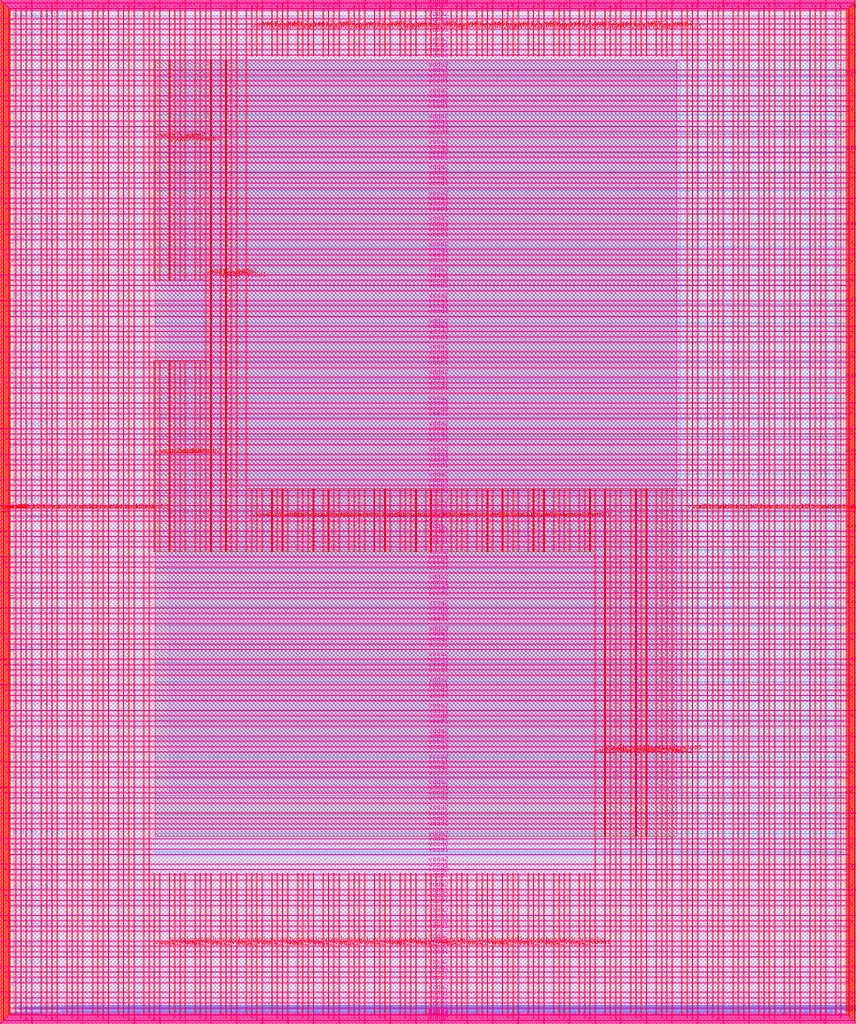
<source format=lef>
VERSION 5.7 ;
  NOWIREEXTENSIONATPIN ON ;
  DIVIDERCHAR "/" ;
  BUSBITCHARS "[]" ;
MACRO user_project_wrapper
  CLASS BLOCK ;
  FOREIGN user_project_wrapper ;
  ORIGIN 0.000 0.000 ;
  SIZE 2920.000 BY 3520.000 ;
  PIN analog_io[0]
    DIRECTION INOUT ;
    USE SIGNAL ;
    PORT
      LAYER met3 ;
        RECT 2917.600 1426.380 2924.800 1427.580 ;
    END
  END analog_io[0]
  PIN analog_io[10]
    DIRECTION INOUT ;
    USE SIGNAL ;
    PORT
      LAYER met2 ;
        RECT 2230.490 3517.600 2231.050 3524.800 ;
    END
  END analog_io[10]
  PIN analog_io[11]
    DIRECTION INOUT ;
    USE SIGNAL ;
    PORT
      LAYER met2 ;
        RECT 1905.730 3517.600 1906.290 3524.800 ;
    END
  END analog_io[11]
  PIN analog_io[12]
    DIRECTION INOUT ;
    USE SIGNAL ;
    PORT
      LAYER met2 ;
        RECT 1581.430 3517.600 1581.990 3524.800 ;
    END
  END analog_io[12]
  PIN analog_io[13]
    DIRECTION INOUT ;
    USE SIGNAL ;
    PORT
      LAYER met2 ;
        RECT 1257.130 3517.600 1257.690 3524.800 ;
    END
  END analog_io[13]
  PIN analog_io[14]
    DIRECTION INOUT ;
    USE SIGNAL ;
    PORT
      LAYER met2 ;
        RECT 932.370 3517.600 932.930 3524.800 ;
    END
  END analog_io[14]
  PIN analog_io[15]
    DIRECTION INOUT ;
    USE SIGNAL ;
    PORT
      LAYER met2 ;
        RECT 608.070 3517.600 608.630 3524.800 ;
    END
  END analog_io[15]
  PIN analog_io[16]
    DIRECTION INOUT ;
    USE SIGNAL ;
    PORT
      LAYER met2 ;
        RECT 283.770 3517.600 284.330 3524.800 ;
    END
  END analog_io[16]
  PIN analog_io[17]
    DIRECTION INOUT ;
    USE SIGNAL ;
    PORT
      LAYER met3 ;
        RECT -4.800 3486.100 2.400 3487.300 ;
    END
  END analog_io[17]
  PIN analog_io[18]
    DIRECTION INOUT ;
    USE SIGNAL ;
    PORT
      LAYER met3 ;
        RECT -4.800 3224.980 2.400 3226.180 ;
    END
  END analog_io[18]
  PIN analog_io[19]
    DIRECTION INOUT ;
    USE SIGNAL ;
    PORT
      LAYER met3 ;
        RECT -4.800 2964.540 2.400 2965.740 ;
    END
  END analog_io[19]
  PIN analog_io[1]
    DIRECTION INOUT ;
    USE SIGNAL ;
    PORT
      LAYER met3 ;
        RECT 2917.600 1692.260 2924.800 1693.460 ;
    END
  END analog_io[1]
  PIN analog_io[20]
    DIRECTION INOUT ;
    USE SIGNAL ;
    PORT
      LAYER met3 ;
        RECT -4.800 2703.420 2.400 2704.620 ;
    END
  END analog_io[20]
  PIN analog_io[21]
    DIRECTION INOUT ;
    USE SIGNAL ;
    PORT
      LAYER met3 ;
        RECT -4.800 2442.980 2.400 2444.180 ;
    END
  END analog_io[21]
  PIN analog_io[22]
    DIRECTION INOUT ;
    USE SIGNAL ;
    PORT
      LAYER met3 ;
        RECT -4.800 2182.540 2.400 2183.740 ;
    END
  END analog_io[22]
  PIN analog_io[23]
    DIRECTION INOUT ;
    USE SIGNAL ;
    PORT
      LAYER met3 ;
        RECT -4.800 1921.420 2.400 1922.620 ;
    END
  END analog_io[23]
  PIN analog_io[24]
    DIRECTION INOUT ;
    USE SIGNAL ;
    PORT
      LAYER met3 ;
        RECT -4.800 1660.980 2.400 1662.180 ;
    END
  END analog_io[24]
  PIN analog_io[25]
    DIRECTION INOUT ;
    USE SIGNAL ;
    PORT
      LAYER met3 ;
        RECT -4.800 1399.860 2.400 1401.060 ;
    END
  END analog_io[25]
  PIN analog_io[26]
    DIRECTION INOUT ;
    USE SIGNAL ;
    PORT
      LAYER met3 ;
        RECT -4.800 1139.420 2.400 1140.620 ;
    END
  END analog_io[26]
  PIN analog_io[27]
    DIRECTION INOUT ;
    USE SIGNAL ;
    PORT
      LAYER met3 ;
        RECT -4.800 878.980 2.400 880.180 ;
    END
  END analog_io[27]
  PIN analog_io[28]
    DIRECTION INOUT ;
    USE SIGNAL ;
    PORT
      LAYER met3 ;
        RECT -4.800 617.860 2.400 619.060 ;
    END
  END analog_io[28]
  PIN analog_io[2]
    DIRECTION INOUT ;
    USE SIGNAL ;
    PORT
      LAYER met3 ;
        RECT 2917.600 1958.140 2924.800 1959.340 ;
    END
  END analog_io[2]
  PIN analog_io[3]
    DIRECTION INOUT ;
    USE SIGNAL ;
    PORT
      LAYER met3 ;
        RECT 2917.600 2223.340 2924.800 2224.540 ;
    END
  END analog_io[3]
  PIN analog_io[4]
    DIRECTION INOUT ;
    USE SIGNAL ;
    PORT
      LAYER met3 ;
        RECT 2917.600 2489.220 2924.800 2490.420 ;
    END
  END analog_io[4]
  PIN analog_io[5]
    DIRECTION INOUT ;
    USE SIGNAL ;
    PORT
      LAYER met3 ;
        RECT 2917.600 2755.100 2924.800 2756.300 ;
    END
  END analog_io[5]
  PIN analog_io[6]
    DIRECTION INOUT ;
    USE SIGNAL ;
    PORT
      LAYER met3 ;
        RECT 2917.600 3020.300 2924.800 3021.500 ;
    END
  END analog_io[6]
  PIN analog_io[7]
    DIRECTION INOUT ;
    USE SIGNAL ;
    PORT
      LAYER met3 ;
        RECT 2917.600 3286.180 2924.800 3287.380 ;
    END
  END analog_io[7]
  PIN analog_io[8]
    DIRECTION INOUT ;
    USE SIGNAL ;
    PORT
      LAYER met2 ;
        RECT 2879.090 3517.600 2879.650 3524.800 ;
    END
  END analog_io[8]
  PIN analog_io[9]
    DIRECTION INOUT ;
    USE SIGNAL ;
    PORT
      LAYER met2 ;
        RECT 2554.790 3517.600 2555.350 3524.800 ;
    END
  END analog_io[9]
  PIN io_in[0]
    DIRECTION INPUT ;
    USE SIGNAL ;
    PORT
      LAYER met3 ;
        RECT 2917.600 32.380 2924.800 33.580 ;
    END
  END io_in[0]
  PIN io_in[10]
    DIRECTION INPUT ;
    USE SIGNAL ;
    PORT
      LAYER met3 ;
        RECT 2917.600 2289.980 2924.800 2291.180 ;
    END
  END io_in[10]
  PIN io_in[11]
    DIRECTION INPUT ;
    USE SIGNAL ;
    PORT
      LAYER met3 ;
        RECT 2917.600 2555.860 2924.800 2557.060 ;
    END
  END io_in[11]
  PIN io_in[12]
    DIRECTION INPUT ;
    USE SIGNAL ;
    PORT
      LAYER met3 ;
        RECT 2917.600 2821.060 2924.800 2822.260 ;
    END
  END io_in[12]
  PIN io_in[13]
    DIRECTION INPUT ;
    USE SIGNAL ;
    PORT
      LAYER met3 ;
        RECT 2917.600 3086.940 2924.800 3088.140 ;
    END
  END io_in[13]
  PIN io_in[14]
    DIRECTION INPUT ;
    USE SIGNAL ;
    PORT
      LAYER met3 ;
        RECT 2917.600 3352.820 2924.800 3354.020 ;
    END
  END io_in[14]
  PIN io_in[15]
    DIRECTION INPUT ;
    USE SIGNAL ;
    PORT
      LAYER met2 ;
        RECT 2798.130 3517.600 2798.690 3524.800 ;
    END
  END io_in[15]
  PIN io_in[16]
    DIRECTION INPUT ;
    USE SIGNAL ;
    PORT
      LAYER met2 ;
        RECT 2473.830 3517.600 2474.390 3524.800 ;
    END
  END io_in[16]
  PIN io_in[17]
    DIRECTION INPUT ;
    USE SIGNAL ;
    PORT
      LAYER met2 ;
        RECT 2149.070 3517.600 2149.630 3524.800 ;
    END
  END io_in[17]
  PIN io_in[18]
    DIRECTION INPUT ;
    USE SIGNAL ;
    PORT
      LAYER met2 ;
        RECT 1824.770 3517.600 1825.330 3524.800 ;
    END
  END io_in[18]
  PIN io_in[19]
    DIRECTION INPUT ;
    USE SIGNAL ;
    PORT
      LAYER met2 ;
        RECT 1500.470 3517.600 1501.030 3524.800 ;
    END
  END io_in[19]
  PIN io_in[1]
    DIRECTION INPUT ;
    USE SIGNAL ;
    PORT
      LAYER met3 ;
        RECT 2917.600 230.940 2924.800 232.140 ;
    END
  END io_in[1]
  PIN io_in[20]
    DIRECTION INPUT ;
    USE SIGNAL ;
    PORT
      LAYER met2 ;
        RECT 1175.710 3517.600 1176.270 3524.800 ;
    END
  END io_in[20]
  PIN io_in[21]
    DIRECTION INPUT ;
    USE SIGNAL ;
    PORT
      LAYER met2 ;
        RECT 851.410 3517.600 851.970 3524.800 ;
    END
  END io_in[21]
  PIN io_in[22]
    DIRECTION INPUT ;
    USE SIGNAL ;
    PORT
      LAYER met2 ;
        RECT 527.110 3517.600 527.670 3524.800 ;
    END
  END io_in[22]
  PIN io_in[23]
    DIRECTION INPUT ;
    USE SIGNAL ;
    PORT
      LAYER met2 ;
        RECT 202.350 3517.600 202.910 3524.800 ;
    END
  END io_in[23]
  PIN io_in[24]
    DIRECTION INPUT ;
    USE SIGNAL ;
    PORT
      LAYER met3 ;
        RECT -4.800 3420.820 2.400 3422.020 ;
    END
  END io_in[24]
  PIN io_in[25]
    DIRECTION INPUT ;
    USE SIGNAL ;
    PORT
      LAYER met3 ;
        RECT -4.800 3159.700 2.400 3160.900 ;
    END
  END io_in[25]
  PIN io_in[26]
    DIRECTION INPUT ;
    USE SIGNAL ;
    PORT
      LAYER met3 ;
        RECT -4.800 2899.260 2.400 2900.460 ;
    END
  END io_in[26]
  PIN io_in[27]
    DIRECTION INPUT ;
    USE SIGNAL ;
    PORT
      LAYER met3 ;
        RECT -4.800 2638.820 2.400 2640.020 ;
    END
  END io_in[27]
  PIN io_in[28]
    DIRECTION INPUT ;
    USE SIGNAL ;
    PORT
      LAYER met3 ;
        RECT -4.800 2377.700 2.400 2378.900 ;
    END
  END io_in[28]
  PIN io_in[29]
    DIRECTION INPUT ;
    USE SIGNAL ;
    PORT
      LAYER met3 ;
        RECT -4.800 2117.260 2.400 2118.460 ;
    END
  END io_in[29]
  PIN io_in[2]
    DIRECTION INPUT ;
    USE SIGNAL ;
    PORT
      LAYER met3 ;
        RECT 2917.600 430.180 2924.800 431.380 ;
    END
  END io_in[2]
  PIN io_in[30]
    DIRECTION INPUT ;
    USE SIGNAL ;
    PORT
      LAYER met3 ;
        RECT -4.800 1856.140 2.400 1857.340 ;
    END
  END io_in[30]
  PIN io_in[31]
    DIRECTION INPUT ;
    USE SIGNAL ;
    PORT
      LAYER met3 ;
        RECT -4.800 1595.700 2.400 1596.900 ;
    END
  END io_in[31]
  PIN io_in[32]
    DIRECTION INPUT ;
    USE SIGNAL ;
    PORT
      LAYER met3 ;
        RECT -4.800 1335.260 2.400 1336.460 ;
    END
  END io_in[32]
  PIN io_in[33]
    DIRECTION INPUT ;
    USE SIGNAL ;
    PORT
      LAYER met3 ;
        RECT -4.800 1074.140 2.400 1075.340 ;
    END
  END io_in[33]
  PIN io_in[34]
    DIRECTION INPUT ;
    USE SIGNAL ;
    PORT
      LAYER met3 ;
        RECT -4.800 813.700 2.400 814.900 ;
    END
  END io_in[34]
  PIN io_in[35]
    DIRECTION INPUT ;
    USE SIGNAL ;
    PORT
      LAYER met3 ;
        RECT -4.800 552.580 2.400 553.780 ;
    END
  END io_in[35]
  PIN io_in[36]
    DIRECTION INPUT ;
    USE SIGNAL ;
    PORT
      LAYER met3 ;
        RECT -4.800 357.420 2.400 358.620 ;
    END
  END io_in[36]
  PIN io_in[37]
    DIRECTION INPUT ;
    USE SIGNAL ;
    PORT
      LAYER met3 ;
        RECT -4.800 161.580 2.400 162.780 ;
    END
  END io_in[37]
  PIN io_in[3]
    DIRECTION INPUT ;
    USE SIGNAL ;
    PORT
      LAYER met3 ;
        RECT 2917.600 629.420 2924.800 630.620 ;
    END
  END io_in[3]
  PIN io_in[4]
    DIRECTION INPUT ;
    USE SIGNAL ;
    PORT
      LAYER met3 ;
        RECT 2917.600 828.660 2924.800 829.860 ;
    END
  END io_in[4]
  PIN io_in[5]
    DIRECTION INPUT ;
    USE SIGNAL ;
    PORT
      LAYER met3 ;
        RECT 2917.600 1027.900 2924.800 1029.100 ;
    END
  END io_in[5]
  PIN io_in[6]
    DIRECTION INPUT ;
    USE SIGNAL ;
    PORT
      LAYER met3 ;
        RECT 2917.600 1227.140 2924.800 1228.340 ;
    END
  END io_in[6]
  PIN io_in[7]
    DIRECTION INPUT ;
    USE SIGNAL ;
    PORT
      LAYER met3 ;
        RECT 2917.600 1493.020 2924.800 1494.220 ;
    END
  END io_in[7]
  PIN io_in[8]
    DIRECTION INPUT ;
    USE SIGNAL ;
    PORT
      LAYER met3 ;
        RECT 2917.600 1758.900 2924.800 1760.100 ;
    END
  END io_in[8]
  PIN io_in[9]
    DIRECTION INPUT ;
    USE SIGNAL ;
    PORT
      LAYER met3 ;
        RECT 2917.600 2024.100 2924.800 2025.300 ;
    END
  END io_in[9]
  PIN io_oeb[0]
    DIRECTION OUTPUT TRISTATE ;
    USE SIGNAL ;
    PORT
      LAYER met3 ;
        RECT 2917.600 164.980 2924.800 166.180 ;
    END
  END io_oeb[0]
  PIN io_oeb[10]
    DIRECTION OUTPUT TRISTATE ;
    USE SIGNAL ;
    PORT
      LAYER met3 ;
        RECT 2917.600 2422.580 2924.800 2423.780 ;
    END
  END io_oeb[10]
  PIN io_oeb[11]
    DIRECTION OUTPUT TRISTATE ;
    USE SIGNAL ;
    PORT
      LAYER met3 ;
        RECT 2917.600 2688.460 2924.800 2689.660 ;
    END
  END io_oeb[11]
  PIN io_oeb[12]
    DIRECTION OUTPUT TRISTATE ;
    USE SIGNAL ;
    PORT
      LAYER met3 ;
        RECT 2917.600 2954.340 2924.800 2955.540 ;
    END
  END io_oeb[12]
  PIN io_oeb[13]
    DIRECTION OUTPUT TRISTATE ;
    USE SIGNAL ;
    PORT
      LAYER met3 ;
        RECT 2917.600 3219.540 2924.800 3220.740 ;
    END
  END io_oeb[13]
  PIN io_oeb[14]
    DIRECTION OUTPUT TRISTATE ;
    USE SIGNAL ;
    PORT
      LAYER met3 ;
        RECT 2917.600 3485.420 2924.800 3486.620 ;
    END
  END io_oeb[14]
  PIN io_oeb[15]
    DIRECTION OUTPUT TRISTATE ;
    USE SIGNAL ;
    PORT
      LAYER met2 ;
        RECT 2635.750 3517.600 2636.310 3524.800 ;
    END
  END io_oeb[15]
  PIN io_oeb[16]
    DIRECTION OUTPUT TRISTATE ;
    USE SIGNAL ;
    PORT
      LAYER met2 ;
        RECT 2311.450 3517.600 2312.010 3524.800 ;
    END
  END io_oeb[16]
  PIN io_oeb[17]
    DIRECTION OUTPUT TRISTATE ;
    USE SIGNAL ;
    PORT
      LAYER met2 ;
        RECT 1987.150 3517.600 1987.710 3524.800 ;
    END
  END io_oeb[17]
  PIN io_oeb[18]
    DIRECTION OUTPUT TRISTATE ;
    USE SIGNAL ;
    PORT
      LAYER met2 ;
        RECT 1662.390 3517.600 1662.950 3524.800 ;
    END
  END io_oeb[18]
  PIN io_oeb[19]
    DIRECTION OUTPUT TRISTATE ;
    USE SIGNAL ;
    PORT
      LAYER met2 ;
        RECT 1338.090 3517.600 1338.650 3524.800 ;
    END
  END io_oeb[19]
  PIN io_oeb[1]
    DIRECTION OUTPUT TRISTATE ;
    USE SIGNAL ;
    PORT
      LAYER met3 ;
        RECT 2917.600 364.220 2924.800 365.420 ;
    END
  END io_oeb[1]
  PIN io_oeb[20]
    DIRECTION OUTPUT TRISTATE ;
    USE SIGNAL ;
    PORT
      LAYER met2 ;
        RECT 1013.790 3517.600 1014.350 3524.800 ;
    END
  END io_oeb[20]
  PIN io_oeb[21]
    DIRECTION OUTPUT TRISTATE ;
    USE SIGNAL ;
    PORT
      LAYER met2 ;
        RECT 689.030 3517.600 689.590 3524.800 ;
    END
  END io_oeb[21]
  PIN io_oeb[22]
    DIRECTION OUTPUT TRISTATE ;
    USE SIGNAL ;
    PORT
      LAYER met2 ;
        RECT 364.730 3517.600 365.290 3524.800 ;
    END
  END io_oeb[22]
  PIN io_oeb[23]
    DIRECTION OUTPUT TRISTATE ;
    USE SIGNAL ;
    PORT
      LAYER met2 ;
        RECT 40.430 3517.600 40.990 3524.800 ;
    END
  END io_oeb[23]
  PIN io_oeb[24]
    DIRECTION OUTPUT TRISTATE ;
    USE SIGNAL ;
    PORT
      LAYER met3 ;
        RECT -4.800 3290.260 2.400 3291.460 ;
    END
  END io_oeb[24]
  PIN io_oeb[25]
    DIRECTION OUTPUT TRISTATE ;
    USE SIGNAL ;
    PORT
      LAYER met3 ;
        RECT -4.800 3029.820 2.400 3031.020 ;
    END
  END io_oeb[25]
  PIN io_oeb[26]
    DIRECTION OUTPUT TRISTATE ;
    USE SIGNAL ;
    PORT
      LAYER met3 ;
        RECT -4.800 2768.700 2.400 2769.900 ;
    END
  END io_oeb[26]
  PIN io_oeb[27]
    DIRECTION OUTPUT TRISTATE ;
    USE SIGNAL ;
    PORT
      LAYER met3 ;
        RECT -4.800 2508.260 2.400 2509.460 ;
    END
  END io_oeb[27]
  PIN io_oeb[28]
    DIRECTION OUTPUT TRISTATE ;
    USE SIGNAL ;
    PORT
      LAYER met3 ;
        RECT -4.800 2247.140 2.400 2248.340 ;
    END
  END io_oeb[28]
  PIN io_oeb[29]
    DIRECTION OUTPUT TRISTATE ;
    USE SIGNAL ;
    PORT
      LAYER met3 ;
        RECT -4.800 1986.700 2.400 1987.900 ;
    END
  END io_oeb[29]
  PIN io_oeb[2]
    DIRECTION OUTPUT TRISTATE ;
    USE SIGNAL ;
    PORT
      LAYER met3 ;
        RECT 2917.600 563.460 2924.800 564.660 ;
    END
  END io_oeb[2]
  PIN io_oeb[30]
    DIRECTION OUTPUT TRISTATE ;
    USE SIGNAL ;
    PORT
      LAYER met3 ;
        RECT -4.800 1726.260 2.400 1727.460 ;
    END
  END io_oeb[30]
  PIN io_oeb[31]
    DIRECTION OUTPUT TRISTATE ;
    USE SIGNAL ;
    PORT
      LAYER met3 ;
        RECT -4.800 1465.140 2.400 1466.340 ;
    END
  END io_oeb[31]
  PIN io_oeb[32]
    DIRECTION OUTPUT TRISTATE ;
    USE SIGNAL ;
    PORT
      LAYER met3 ;
        RECT -4.800 1204.700 2.400 1205.900 ;
    END
  END io_oeb[32]
  PIN io_oeb[33]
    DIRECTION OUTPUT TRISTATE ;
    USE SIGNAL ;
    PORT
      LAYER met3 ;
        RECT -4.800 943.580 2.400 944.780 ;
    END
  END io_oeb[33]
  PIN io_oeb[34]
    DIRECTION OUTPUT TRISTATE ;
    USE SIGNAL ;
    PORT
      LAYER met3 ;
        RECT -4.800 683.140 2.400 684.340 ;
    END
  END io_oeb[34]
  PIN io_oeb[35]
    DIRECTION OUTPUT TRISTATE ;
    USE SIGNAL ;
    PORT
      LAYER met3 ;
        RECT -4.800 422.700 2.400 423.900 ;
    END
  END io_oeb[35]
  PIN io_oeb[36]
    DIRECTION OUTPUT TRISTATE ;
    USE SIGNAL ;
    PORT
      LAYER met3 ;
        RECT -4.800 226.860 2.400 228.060 ;
    END
  END io_oeb[36]
  PIN io_oeb[37]
    DIRECTION OUTPUT TRISTATE ;
    USE SIGNAL ;
    PORT
      LAYER met3 ;
        RECT -4.800 31.700 2.400 32.900 ;
    END
  END io_oeb[37]
  PIN io_oeb[3]
    DIRECTION OUTPUT TRISTATE ;
    USE SIGNAL ;
    PORT
      LAYER met3 ;
        RECT 2917.600 762.700 2924.800 763.900 ;
    END
  END io_oeb[3]
  PIN io_oeb[4]
    DIRECTION OUTPUT TRISTATE ;
    USE SIGNAL ;
    PORT
      LAYER met3 ;
        RECT 2917.600 961.940 2924.800 963.140 ;
    END
  END io_oeb[4]
  PIN io_oeb[5]
    DIRECTION OUTPUT TRISTATE ;
    USE SIGNAL ;
    PORT
      LAYER met3 ;
        RECT 2917.600 1161.180 2924.800 1162.380 ;
    END
  END io_oeb[5]
  PIN io_oeb[6]
    DIRECTION OUTPUT TRISTATE ;
    USE SIGNAL ;
    PORT
      LAYER met3 ;
        RECT 2917.600 1360.420 2924.800 1361.620 ;
    END
  END io_oeb[6]
  PIN io_oeb[7]
    DIRECTION OUTPUT TRISTATE ;
    USE SIGNAL ;
    PORT
      LAYER met3 ;
        RECT 2917.600 1625.620 2924.800 1626.820 ;
    END
  END io_oeb[7]
  PIN io_oeb[8]
    DIRECTION OUTPUT TRISTATE ;
    USE SIGNAL ;
    PORT
      LAYER met3 ;
        RECT 2917.600 1891.500 2924.800 1892.700 ;
    END
  END io_oeb[8]
  PIN io_oeb[9]
    DIRECTION OUTPUT TRISTATE ;
    USE SIGNAL ;
    PORT
      LAYER met3 ;
        RECT 2917.600 2157.380 2924.800 2158.580 ;
    END
  END io_oeb[9]
  PIN io_out[0]
    DIRECTION OUTPUT TRISTATE ;
    USE SIGNAL ;
    PORT
      LAYER met3 ;
        RECT 2917.600 98.340 2924.800 99.540 ;
    END
  END io_out[0]
  PIN io_out[10]
    DIRECTION OUTPUT TRISTATE ;
    USE SIGNAL ;
    PORT
      LAYER met3 ;
        RECT 2917.600 2356.620 2924.800 2357.820 ;
    END
  END io_out[10]
  PIN io_out[11]
    DIRECTION OUTPUT TRISTATE ;
    USE SIGNAL ;
    PORT
      LAYER met3 ;
        RECT 2917.600 2621.820 2924.800 2623.020 ;
    END
  END io_out[11]
  PIN io_out[12]
    DIRECTION OUTPUT TRISTATE ;
    USE SIGNAL ;
    PORT
      LAYER met3 ;
        RECT 2917.600 2887.700 2924.800 2888.900 ;
    END
  END io_out[12]
  PIN io_out[13]
    DIRECTION OUTPUT TRISTATE ;
    USE SIGNAL ;
    PORT
      LAYER met3 ;
        RECT 2917.600 3153.580 2924.800 3154.780 ;
    END
  END io_out[13]
  PIN io_out[14]
    DIRECTION OUTPUT TRISTATE ;
    USE SIGNAL ;
    PORT
      LAYER met3 ;
        RECT 2917.600 3418.780 2924.800 3419.980 ;
    END
  END io_out[14]
  PIN io_out[15]
    DIRECTION OUTPUT TRISTATE ;
    USE SIGNAL ;
    PORT
      LAYER met2 ;
        RECT 2717.170 3517.600 2717.730 3524.800 ;
    END
  END io_out[15]
  PIN io_out[16]
    DIRECTION OUTPUT TRISTATE ;
    USE SIGNAL ;
    PORT
      LAYER met2 ;
        RECT 2392.410 3517.600 2392.970 3524.800 ;
    END
  END io_out[16]
  PIN io_out[17]
    DIRECTION OUTPUT TRISTATE ;
    USE SIGNAL ;
    PORT
      LAYER met2 ;
        RECT 2068.110 3517.600 2068.670 3524.800 ;
    END
  END io_out[17]
  PIN io_out[18]
    DIRECTION OUTPUT TRISTATE ;
    USE SIGNAL ;
    PORT
      LAYER met2 ;
        RECT 1743.810 3517.600 1744.370 3524.800 ;
    END
  END io_out[18]
  PIN io_out[19]
    DIRECTION OUTPUT TRISTATE ;
    USE SIGNAL ;
    PORT
      LAYER met2 ;
        RECT 1419.050 3517.600 1419.610 3524.800 ;
    END
  END io_out[19]
  PIN io_out[1]
    DIRECTION OUTPUT TRISTATE ;
    USE SIGNAL ;
    PORT
      LAYER met3 ;
        RECT 2917.600 297.580 2924.800 298.780 ;
    END
  END io_out[1]
  PIN io_out[20]
    DIRECTION OUTPUT TRISTATE ;
    USE SIGNAL ;
    PORT
      LAYER met2 ;
        RECT 1094.750 3517.600 1095.310 3524.800 ;
    END
  END io_out[20]
  PIN io_out[21]
    DIRECTION OUTPUT TRISTATE ;
    USE SIGNAL ;
    PORT
      LAYER met2 ;
        RECT 770.450 3517.600 771.010 3524.800 ;
    END
  END io_out[21]
  PIN io_out[22]
    DIRECTION OUTPUT TRISTATE ;
    USE SIGNAL ;
    PORT
      LAYER met2 ;
        RECT 445.690 3517.600 446.250 3524.800 ;
    END
  END io_out[22]
  PIN io_out[23]
    DIRECTION OUTPUT TRISTATE ;
    USE SIGNAL ;
    PORT
      LAYER met2 ;
        RECT 121.390 3517.600 121.950 3524.800 ;
    END
  END io_out[23]
  PIN io_out[24]
    DIRECTION OUTPUT TRISTATE ;
    USE SIGNAL ;
    PORT
      LAYER met3 ;
        RECT -4.800 3355.540 2.400 3356.740 ;
    END
  END io_out[24]
  PIN io_out[25]
    DIRECTION OUTPUT TRISTATE ;
    USE SIGNAL ;
    PORT
      LAYER met3 ;
        RECT -4.800 3095.100 2.400 3096.300 ;
    END
  END io_out[25]
  PIN io_out[26]
    DIRECTION OUTPUT TRISTATE ;
    USE SIGNAL ;
    PORT
      LAYER met3 ;
        RECT -4.800 2833.980 2.400 2835.180 ;
    END
  END io_out[26]
  PIN io_out[27]
    DIRECTION OUTPUT TRISTATE ;
    USE SIGNAL ;
    PORT
      LAYER met3 ;
        RECT -4.800 2573.540 2.400 2574.740 ;
    END
  END io_out[27]
  PIN io_out[28]
    DIRECTION OUTPUT TRISTATE ;
    USE SIGNAL ;
    PORT
      LAYER met3 ;
        RECT -4.800 2312.420 2.400 2313.620 ;
    END
  END io_out[28]
  PIN io_out[29]
    DIRECTION OUTPUT TRISTATE ;
    USE SIGNAL ;
    PORT
      LAYER met3 ;
        RECT -4.800 2051.980 2.400 2053.180 ;
    END
  END io_out[29]
  PIN io_out[2]
    DIRECTION OUTPUT TRISTATE ;
    USE SIGNAL ;
    PORT
      LAYER met3 ;
        RECT 2917.600 496.820 2924.800 498.020 ;
    END
  END io_out[2]
  PIN io_out[30]
    DIRECTION OUTPUT TRISTATE ;
    USE SIGNAL ;
    PORT
      LAYER met3 ;
        RECT -4.800 1791.540 2.400 1792.740 ;
    END
  END io_out[30]
  PIN io_out[31]
    DIRECTION OUTPUT TRISTATE ;
    USE SIGNAL ;
    PORT
      LAYER met3 ;
        RECT -4.800 1530.420 2.400 1531.620 ;
    END
  END io_out[31]
  PIN io_out[32]
    DIRECTION OUTPUT TRISTATE ;
    USE SIGNAL ;
    PORT
      LAYER met3 ;
        RECT -4.800 1269.980 2.400 1271.180 ;
    END
  END io_out[32]
  PIN io_out[33]
    DIRECTION OUTPUT TRISTATE ;
    USE SIGNAL ;
    PORT
      LAYER met3 ;
        RECT -4.800 1008.860 2.400 1010.060 ;
    END
  END io_out[33]
  PIN io_out[34]
    DIRECTION OUTPUT TRISTATE ;
    USE SIGNAL ;
    PORT
      LAYER met3 ;
        RECT -4.800 748.420 2.400 749.620 ;
    END
  END io_out[34]
  PIN io_out[35]
    DIRECTION OUTPUT TRISTATE ;
    USE SIGNAL ;
    PORT
      LAYER met3 ;
        RECT -4.800 487.300 2.400 488.500 ;
    END
  END io_out[35]
  PIN io_out[36]
    DIRECTION OUTPUT TRISTATE ;
    USE SIGNAL ;
    PORT
      LAYER met3 ;
        RECT -4.800 292.140 2.400 293.340 ;
    END
  END io_out[36]
  PIN io_out[37]
    DIRECTION OUTPUT TRISTATE ;
    USE SIGNAL ;
    PORT
      LAYER met3 ;
        RECT -4.800 96.300 2.400 97.500 ;
    END
  END io_out[37]
  PIN io_out[3]
    DIRECTION OUTPUT TRISTATE ;
    USE SIGNAL ;
    PORT
      LAYER met3 ;
        RECT 2917.600 696.060 2924.800 697.260 ;
    END
  END io_out[3]
  PIN io_out[4]
    DIRECTION OUTPUT TRISTATE ;
    USE SIGNAL ;
    PORT
      LAYER met3 ;
        RECT 2917.600 895.300 2924.800 896.500 ;
    END
  END io_out[4]
  PIN io_out[5]
    DIRECTION OUTPUT TRISTATE ;
    USE SIGNAL ;
    PORT
      LAYER met3 ;
        RECT 2917.600 1094.540 2924.800 1095.740 ;
    END
  END io_out[5]
  PIN io_out[6]
    DIRECTION OUTPUT TRISTATE ;
    USE SIGNAL ;
    PORT
      LAYER met3 ;
        RECT 2917.600 1293.780 2924.800 1294.980 ;
    END
  END io_out[6]
  PIN io_out[7]
    DIRECTION OUTPUT TRISTATE ;
    USE SIGNAL ;
    PORT
      LAYER met3 ;
        RECT 2917.600 1559.660 2924.800 1560.860 ;
    END
  END io_out[7]
  PIN io_out[8]
    DIRECTION OUTPUT TRISTATE ;
    USE SIGNAL ;
    PORT
      LAYER met3 ;
        RECT 2917.600 1824.860 2924.800 1826.060 ;
    END
  END io_out[8]
  PIN io_out[9]
    DIRECTION OUTPUT TRISTATE ;
    USE SIGNAL ;
    PORT
      LAYER met3 ;
        RECT 2917.600 2090.740 2924.800 2091.940 ;
    END
  END io_out[9]
  PIN la_data_in[0]
    DIRECTION INPUT ;
    USE SIGNAL ;
    PORT
      LAYER met2 ;
        RECT 629.230 -4.800 629.790 2.400 ;
    END
  END la_data_in[0]
  PIN la_data_in[100]
    DIRECTION INPUT ;
    USE SIGNAL ;
    PORT
      LAYER met2 ;
        RECT 2402.530 -4.800 2403.090 2.400 ;
    END
  END la_data_in[100]
  PIN la_data_in[101]
    DIRECTION INPUT ;
    USE SIGNAL ;
    PORT
      LAYER met2 ;
        RECT 2420.010 -4.800 2420.570 2.400 ;
    END
  END la_data_in[101]
  PIN la_data_in[102]
    DIRECTION INPUT ;
    USE SIGNAL ;
    PORT
      LAYER met2 ;
        RECT 2437.950 -4.800 2438.510 2.400 ;
    END
  END la_data_in[102]
  PIN la_data_in[103]
    DIRECTION INPUT ;
    USE SIGNAL ;
    PORT
      LAYER met2 ;
        RECT 2455.430 -4.800 2455.990 2.400 ;
    END
  END la_data_in[103]
  PIN la_data_in[104]
    DIRECTION INPUT ;
    USE SIGNAL ;
    PORT
      LAYER met2 ;
        RECT 2473.370 -4.800 2473.930 2.400 ;
    END
  END la_data_in[104]
  PIN la_data_in[105]
    DIRECTION INPUT ;
    USE SIGNAL ;
    PORT
      LAYER met2 ;
        RECT 2490.850 -4.800 2491.410 2.400 ;
    END
  END la_data_in[105]
  PIN la_data_in[106]
    DIRECTION INPUT ;
    USE SIGNAL ;
    PORT
      LAYER met2 ;
        RECT 2508.790 -4.800 2509.350 2.400 ;
    END
  END la_data_in[106]
  PIN la_data_in[107]
    DIRECTION INPUT ;
    USE SIGNAL ;
    PORT
      LAYER met2 ;
        RECT 2526.730 -4.800 2527.290 2.400 ;
    END
  END la_data_in[107]
  PIN la_data_in[108]
    DIRECTION INPUT ;
    USE SIGNAL ;
    PORT
      LAYER met2 ;
        RECT 2544.210 -4.800 2544.770 2.400 ;
    END
  END la_data_in[108]
  PIN la_data_in[109]
    DIRECTION INPUT ;
    USE SIGNAL ;
    PORT
      LAYER met2 ;
        RECT 2562.150 -4.800 2562.710 2.400 ;
    END
  END la_data_in[109]
  PIN la_data_in[10]
    DIRECTION INPUT ;
    USE SIGNAL ;
    PORT
      LAYER met2 ;
        RECT 806.330 -4.800 806.890 2.400 ;
    END
  END la_data_in[10]
  PIN la_data_in[110]
    DIRECTION INPUT ;
    USE SIGNAL ;
    PORT
      LAYER met2 ;
        RECT 2579.630 -4.800 2580.190 2.400 ;
    END
  END la_data_in[110]
  PIN la_data_in[111]
    DIRECTION INPUT ;
    USE SIGNAL ;
    PORT
      LAYER met2 ;
        RECT 2597.570 -4.800 2598.130 2.400 ;
    END
  END la_data_in[111]
  PIN la_data_in[112]
    DIRECTION INPUT ;
    USE SIGNAL ;
    PORT
      LAYER met2 ;
        RECT 2615.050 -4.800 2615.610 2.400 ;
    END
  END la_data_in[112]
  PIN la_data_in[113]
    DIRECTION INPUT ;
    USE SIGNAL ;
    PORT
      LAYER met2 ;
        RECT 2632.990 -4.800 2633.550 2.400 ;
    END
  END la_data_in[113]
  PIN la_data_in[114]
    DIRECTION INPUT ;
    USE SIGNAL ;
    PORT
      LAYER met2 ;
        RECT 2650.470 -4.800 2651.030 2.400 ;
    END
  END la_data_in[114]
  PIN la_data_in[115]
    DIRECTION INPUT ;
    USE SIGNAL ;
    PORT
      LAYER met2 ;
        RECT 2668.410 -4.800 2668.970 2.400 ;
    END
  END la_data_in[115]
  PIN la_data_in[116]
    DIRECTION INPUT ;
    USE SIGNAL ;
    PORT
      LAYER met2 ;
        RECT 2685.890 -4.800 2686.450 2.400 ;
    END
  END la_data_in[116]
  PIN la_data_in[117]
    DIRECTION INPUT ;
    USE SIGNAL ;
    PORT
      LAYER met2 ;
        RECT 2703.830 -4.800 2704.390 2.400 ;
    END
  END la_data_in[117]
  PIN la_data_in[118]
    DIRECTION INPUT ;
    USE SIGNAL ;
    PORT
      LAYER met2 ;
        RECT 2721.770 -4.800 2722.330 2.400 ;
    END
  END la_data_in[118]
  PIN la_data_in[119]
    DIRECTION INPUT ;
    USE SIGNAL ;
    PORT
      LAYER met2 ;
        RECT 2739.250 -4.800 2739.810 2.400 ;
    END
  END la_data_in[119]
  PIN la_data_in[11]
    DIRECTION INPUT ;
    USE SIGNAL ;
    PORT
      LAYER met2 ;
        RECT 824.270 -4.800 824.830 2.400 ;
    END
  END la_data_in[11]
  PIN la_data_in[120]
    DIRECTION INPUT ;
    USE SIGNAL ;
    PORT
      LAYER met2 ;
        RECT 2757.190 -4.800 2757.750 2.400 ;
    END
  END la_data_in[120]
  PIN la_data_in[121]
    DIRECTION INPUT ;
    USE SIGNAL ;
    PORT
      LAYER met2 ;
        RECT 2774.670 -4.800 2775.230 2.400 ;
    END
  END la_data_in[121]
  PIN la_data_in[122]
    DIRECTION INPUT ;
    USE SIGNAL ;
    PORT
      LAYER met2 ;
        RECT 2792.610 -4.800 2793.170 2.400 ;
    END
  END la_data_in[122]
  PIN la_data_in[123]
    DIRECTION INPUT ;
    USE SIGNAL ;
    PORT
      LAYER met2 ;
        RECT 2810.090 -4.800 2810.650 2.400 ;
    END
  END la_data_in[123]
  PIN la_data_in[124]
    DIRECTION INPUT ;
    USE SIGNAL ;
    PORT
      LAYER met2 ;
        RECT 2828.030 -4.800 2828.590 2.400 ;
    END
  END la_data_in[124]
  PIN la_data_in[125]
    DIRECTION INPUT ;
    USE SIGNAL ;
    PORT
      LAYER met2 ;
        RECT 2845.510 -4.800 2846.070 2.400 ;
    END
  END la_data_in[125]
  PIN la_data_in[126]
    DIRECTION INPUT ;
    USE SIGNAL ;
    PORT
      LAYER met2 ;
        RECT 2863.450 -4.800 2864.010 2.400 ;
    END
  END la_data_in[126]
  PIN la_data_in[127]
    DIRECTION INPUT ;
    USE SIGNAL ;
    PORT
      LAYER met2 ;
        RECT 2881.390 -4.800 2881.950 2.400 ;
    END
  END la_data_in[127]
  PIN la_data_in[12]
    DIRECTION INPUT ;
    USE SIGNAL ;
    PORT
      LAYER met2 ;
        RECT 841.750 -4.800 842.310 2.400 ;
    END
  END la_data_in[12]
  PIN la_data_in[13]
    DIRECTION INPUT ;
    USE SIGNAL ;
    PORT
      LAYER met2 ;
        RECT 859.690 -4.800 860.250 2.400 ;
    END
  END la_data_in[13]
  PIN la_data_in[14]
    DIRECTION INPUT ;
    USE SIGNAL ;
    PORT
      LAYER met2 ;
        RECT 877.170 -4.800 877.730 2.400 ;
    END
  END la_data_in[14]
  PIN la_data_in[15]
    DIRECTION INPUT ;
    USE SIGNAL ;
    PORT
      LAYER met2 ;
        RECT 895.110 -4.800 895.670 2.400 ;
    END
  END la_data_in[15]
  PIN la_data_in[16]
    DIRECTION INPUT ;
    USE SIGNAL ;
    PORT
      LAYER met2 ;
        RECT 912.590 -4.800 913.150 2.400 ;
    END
  END la_data_in[16]
  PIN la_data_in[17]
    DIRECTION INPUT ;
    USE SIGNAL ;
    PORT
      LAYER met2 ;
        RECT 930.530 -4.800 931.090 2.400 ;
    END
  END la_data_in[17]
  PIN la_data_in[18]
    DIRECTION INPUT ;
    USE SIGNAL ;
    PORT
      LAYER met2 ;
        RECT 948.470 -4.800 949.030 2.400 ;
    END
  END la_data_in[18]
  PIN la_data_in[19]
    DIRECTION INPUT ;
    USE SIGNAL ;
    PORT
      LAYER met2 ;
        RECT 965.950 -4.800 966.510 2.400 ;
    END
  END la_data_in[19]
  PIN la_data_in[1]
    DIRECTION INPUT ;
    USE SIGNAL ;
    PORT
      LAYER met2 ;
        RECT 646.710 -4.800 647.270 2.400 ;
    END
  END la_data_in[1]
  PIN la_data_in[20]
    DIRECTION INPUT ;
    USE SIGNAL ;
    PORT
      LAYER met2 ;
        RECT 983.890 -4.800 984.450 2.400 ;
    END
  END la_data_in[20]
  PIN la_data_in[21]
    DIRECTION INPUT ;
    USE SIGNAL ;
    PORT
      LAYER met2 ;
        RECT 1001.370 -4.800 1001.930 2.400 ;
    END
  END la_data_in[21]
  PIN la_data_in[22]
    DIRECTION INPUT ;
    USE SIGNAL ;
    PORT
      LAYER met2 ;
        RECT 1019.310 -4.800 1019.870 2.400 ;
    END
  END la_data_in[22]
  PIN la_data_in[23]
    DIRECTION INPUT ;
    USE SIGNAL ;
    PORT
      LAYER met2 ;
        RECT 1036.790 -4.800 1037.350 2.400 ;
    END
  END la_data_in[23]
  PIN la_data_in[24]
    DIRECTION INPUT ;
    USE SIGNAL ;
    PORT
      LAYER met2 ;
        RECT 1054.730 -4.800 1055.290 2.400 ;
    END
  END la_data_in[24]
  PIN la_data_in[25]
    DIRECTION INPUT ;
    USE SIGNAL ;
    PORT
      LAYER met2 ;
        RECT 1072.210 -4.800 1072.770 2.400 ;
    END
  END la_data_in[25]
  PIN la_data_in[26]
    DIRECTION INPUT ;
    USE SIGNAL ;
    PORT
      LAYER met2 ;
        RECT 1090.150 -4.800 1090.710 2.400 ;
    END
  END la_data_in[26]
  PIN la_data_in[27]
    DIRECTION INPUT ;
    USE SIGNAL ;
    PORT
      LAYER met2 ;
        RECT 1107.630 -4.800 1108.190 2.400 ;
    END
  END la_data_in[27]
  PIN la_data_in[28]
    DIRECTION INPUT ;
    USE SIGNAL ;
    PORT
      LAYER met2 ;
        RECT 1125.570 -4.800 1126.130 2.400 ;
    END
  END la_data_in[28]
  PIN la_data_in[29]
    DIRECTION INPUT ;
    USE SIGNAL ;
    PORT
      LAYER met2 ;
        RECT 1143.510 -4.800 1144.070 2.400 ;
    END
  END la_data_in[29]
  PIN la_data_in[2]
    DIRECTION INPUT ;
    USE SIGNAL ;
    PORT
      LAYER met2 ;
        RECT 664.650 -4.800 665.210 2.400 ;
    END
  END la_data_in[2]
  PIN la_data_in[30]
    DIRECTION INPUT ;
    USE SIGNAL ;
    PORT
      LAYER met2 ;
        RECT 1160.990 -4.800 1161.550 2.400 ;
    END
  END la_data_in[30]
  PIN la_data_in[31]
    DIRECTION INPUT ;
    USE SIGNAL ;
    PORT
      LAYER met2 ;
        RECT 1178.930 -4.800 1179.490 2.400 ;
    END
  END la_data_in[31]
  PIN la_data_in[32]
    DIRECTION INPUT ;
    USE SIGNAL ;
    PORT
      LAYER met2 ;
        RECT 1196.410 -4.800 1196.970 2.400 ;
    END
  END la_data_in[32]
  PIN la_data_in[33]
    DIRECTION INPUT ;
    USE SIGNAL ;
    PORT
      LAYER met2 ;
        RECT 1214.350 -4.800 1214.910 2.400 ;
    END
  END la_data_in[33]
  PIN la_data_in[34]
    DIRECTION INPUT ;
    USE SIGNAL ;
    PORT
      LAYER met2 ;
        RECT 1231.830 -4.800 1232.390 2.400 ;
    END
  END la_data_in[34]
  PIN la_data_in[35]
    DIRECTION INPUT ;
    USE SIGNAL ;
    PORT
      LAYER met2 ;
        RECT 1249.770 -4.800 1250.330 2.400 ;
    END
  END la_data_in[35]
  PIN la_data_in[36]
    DIRECTION INPUT ;
    USE SIGNAL ;
    PORT
      LAYER met2 ;
        RECT 1267.250 -4.800 1267.810 2.400 ;
    END
  END la_data_in[36]
  PIN la_data_in[37]
    DIRECTION INPUT ;
    USE SIGNAL ;
    PORT
      LAYER met2 ;
        RECT 1285.190 -4.800 1285.750 2.400 ;
    END
  END la_data_in[37]
  PIN la_data_in[38]
    DIRECTION INPUT ;
    USE SIGNAL ;
    PORT
      LAYER met2 ;
        RECT 1303.130 -4.800 1303.690 2.400 ;
    END
  END la_data_in[38]
  PIN la_data_in[39]
    DIRECTION INPUT ;
    USE SIGNAL ;
    PORT
      LAYER met2 ;
        RECT 1320.610 -4.800 1321.170 2.400 ;
    END
  END la_data_in[39]
  PIN la_data_in[3]
    DIRECTION INPUT ;
    USE SIGNAL ;
    PORT
      LAYER met2 ;
        RECT 682.130 -4.800 682.690 2.400 ;
    END
  END la_data_in[3]
  PIN la_data_in[40]
    DIRECTION INPUT ;
    USE SIGNAL ;
    PORT
      LAYER met2 ;
        RECT 1338.550 -4.800 1339.110 2.400 ;
    END
  END la_data_in[40]
  PIN la_data_in[41]
    DIRECTION INPUT ;
    USE SIGNAL ;
    PORT
      LAYER met2 ;
        RECT 1356.030 -4.800 1356.590 2.400 ;
    END
  END la_data_in[41]
  PIN la_data_in[42]
    DIRECTION INPUT ;
    USE SIGNAL ;
    PORT
      LAYER met2 ;
        RECT 1373.970 -4.800 1374.530 2.400 ;
    END
  END la_data_in[42]
  PIN la_data_in[43]
    DIRECTION INPUT ;
    USE SIGNAL ;
    PORT
      LAYER met2 ;
        RECT 1391.450 -4.800 1392.010 2.400 ;
    END
  END la_data_in[43]
  PIN la_data_in[44]
    DIRECTION INPUT ;
    USE SIGNAL ;
    PORT
      LAYER met2 ;
        RECT 1409.390 -4.800 1409.950 2.400 ;
    END
  END la_data_in[44]
  PIN la_data_in[45]
    DIRECTION INPUT ;
    USE SIGNAL ;
    PORT
      LAYER met2 ;
        RECT 1426.870 -4.800 1427.430 2.400 ;
    END
  END la_data_in[45]
  PIN la_data_in[46]
    DIRECTION INPUT ;
    USE SIGNAL ;
    PORT
      LAYER met2 ;
        RECT 1444.810 -4.800 1445.370 2.400 ;
    END
  END la_data_in[46]
  PIN la_data_in[47]
    DIRECTION INPUT ;
    USE SIGNAL ;
    PORT
      LAYER met2 ;
        RECT 1462.750 -4.800 1463.310 2.400 ;
    END
  END la_data_in[47]
  PIN la_data_in[48]
    DIRECTION INPUT ;
    USE SIGNAL ;
    PORT
      LAYER met2 ;
        RECT 1480.230 -4.800 1480.790 2.400 ;
    END
  END la_data_in[48]
  PIN la_data_in[49]
    DIRECTION INPUT ;
    USE SIGNAL ;
    PORT
      LAYER met2 ;
        RECT 1498.170 -4.800 1498.730 2.400 ;
    END
  END la_data_in[49]
  PIN la_data_in[4]
    DIRECTION INPUT ;
    USE SIGNAL ;
    PORT
      LAYER met2 ;
        RECT 700.070 -4.800 700.630 2.400 ;
    END
  END la_data_in[4]
  PIN la_data_in[50]
    DIRECTION INPUT ;
    USE SIGNAL ;
    PORT
      LAYER met2 ;
        RECT 1515.650 -4.800 1516.210 2.400 ;
    END
  END la_data_in[50]
  PIN la_data_in[51]
    DIRECTION INPUT ;
    USE SIGNAL ;
    PORT
      LAYER met2 ;
        RECT 1533.590 -4.800 1534.150 2.400 ;
    END
  END la_data_in[51]
  PIN la_data_in[52]
    DIRECTION INPUT ;
    USE SIGNAL ;
    PORT
      LAYER met2 ;
        RECT 1551.070 -4.800 1551.630 2.400 ;
    END
  END la_data_in[52]
  PIN la_data_in[53]
    DIRECTION INPUT ;
    USE SIGNAL ;
    PORT
      LAYER met2 ;
        RECT 1569.010 -4.800 1569.570 2.400 ;
    END
  END la_data_in[53]
  PIN la_data_in[54]
    DIRECTION INPUT ;
    USE SIGNAL ;
    PORT
      LAYER met2 ;
        RECT 1586.490 -4.800 1587.050 2.400 ;
    END
  END la_data_in[54]
  PIN la_data_in[55]
    DIRECTION INPUT ;
    USE SIGNAL ;
    PORT
      LAYER met2 ;
        RECT 1604.430 -4.800 1604.990 2.400 ;
    END
  END la_data_in[55]
  PIN la_data_in[56]
    DIRECTION INPUT ;
    USE SIGNAL ;
    PORT
      LAYER met2 ;
        RECT 1621.910 -4.800 1622.470 2.400 ;
    END
  END la_data_in[56]
  PIN la_data_in[57]
    DIRECTION INPUT ;
    USE SIGNAL ;
    PORT
      LAYER met2 ;
        RECT 1639.850 -4.800 1640.410 2.400 ;
    END
  END la_data_in[57]
  PIN la_data_in[58]
    DIRECTION INPUT ;
    USE SIGNAL ;
    PORT
      LAYER met2 ;
        RECT 1657.790 -4.800 1658.350 2.400 ;
    END
  END la_data_in[58]
  PIN la_data_in[59]
    DIRECTION INPUT ;
    USE SIGNAL ;
    PORT
      LAYER met2 ;
        RECT 1675.270 -4.800 1675.830 2.400 ;
    END
  END la_data_in[59]
  PIN la_data_in[5]
    DIRECTION INPUT ;
    USE SIGNAL ;
    PORT
      LAYER met2 ;
        RECT 717.550 -4.800 718.110 2.400 ;
    END
  END la_data_in[5]
  PIN la_data_in[60]
    DIRECTION INPUT ;
    USE SIGNAL ;
    PORT
      LAYER met2 ;
        RECT 1693.210 -4.800 1693.770 2.400 ;
    END
  END la_data_in[60]
  PIN la_data_in[61]
    DIRECTION INPUT ;
    USE SIGNAL ;
    PORT
      LAYER met2 ;
        RECT 1710.690 -4.800 1711.250 2.400 ;
    END
  END la_data_in[61]
  PIN la_data_in[62]
    DIRECTION INPUT ;
    USE SIGNAL ;
    PORT
      LAYER met2 ;
        RECT 1728.630 -4.800 1729.190 2.400 ;
    END
  END la_data_in[62]
  PIN la_data_in[63]
    DIRECTION INPUT ;
    USE SIGNAL ;
    PORT
      LAYER met2 ;
        RECT 1746.110 -4.800 1746.670 2.400 ;
    END
  END la_data_in[63]
  PIN la_data_in[64]
    DIRECTION INPUT ;
    USE SIGNAL ;
    PORT
      LAYER met2 ;
        RECT 1764.050 -4.800 1764.610 2.400 ;
    END
  END la_data_in[64]
  PIN la_data_in[65]
    DIRECTION INPUT ;
    USE SIGNAL ;
    PORT
      LAYER met2 ;
        RECT 1781.530 -4.800 1782.090 2.400 ;
    END
  END la_data_in[65]
  PIN la_data_in[66]
    DIRECTION INPUT ;
    USE SIGNAL ;
    PORT
      LAYER met2 ;
        RECT 1799.470 -4.800 1800.030 2.400 ;
    END
  END la_data_in[66]
  PIN la_data_in[67]
    DIRECTION INPUT ;
    USE SIGNAL ;
    PORT
      LAYER met2 ;
        RECT 1817.410 -4.800 1817.970 2.400 ;
    END
  END la_data_in[67]
  PIN la_data_in[68]
    DIRECTION INPUT ;
    USE SIGNAL ;
    PORT
      LAYER met2 ;
        RECT 1834.890 -4.800 1835.450 2.400 ;
    END
  END la_data_in[68]
  PIN la_data_in[69]
    DIRECTION INPUT ;
    USE SIGNAL ;
    PORT
      LAYER met2 ;
        RECT 1852.830 -4.800 1853.390 2.400 ;
    END
  END la_data_in[69]
  PIN la_data_in[6]
    DIRECTION INPUT ;
    USE SIGNAL ;
    PORT
      LAYER met2 ;
        RECT 735.490 -4.800 736.050 2.400 ;
    END
  END la_data_in[6]
  PIN la_data_in[70]
    DIRECTION INPUT ;
    USE SIGNAL ;
    PORT
      LAYER met2 ;
        RECT 1870.310 -4.800 1870.870 2.400 ;
    END
  END la_data_in[70]
  PIN la_data_in[71]
    DIRECTION INPUT ;
    USE SIGNAL ;
    PORT
      LAYER met2 ;
        RECT 1888.250 -4.800 1888.810 2.400 ;
    END
  END la_data_in[71]
  PIN la_data_in[72]
    DIRECTION INPUT ;
    USE SIGNAL ;
    PORT
      LAYER met2 ;
        RECT 1905.730 -4.800 1906.290 2.400 ;
    END
  END la_data_in[72]
  PIN la_data_in[73]
    DIRECTION INPUT ;
    USE SIGNAL ;
    PORT
      LAYER met2 ;
        RECT 1923.670 -4.800 1924.230 2.400 ;
    END
  END la_data_in[73]
  PIN la_data_in[74]
    DIRECTION INPUT ;
    USE SIGNAL ;
    PORT
      LAYER met2 ;
        RECT 1941.150 -4.800 1941.710 2.400 ;
    END
  END la_data_in[74]
  PIN la_data_in[75]
    DIRECTION INPUT ;
    USE SIGNAL ;
    PORT
      LAYER met2 ;
        RECT 1959.090 -4.800 1959.650 2.400 ;
    END
  END la_data_in[75]
  PIN la_data_in[76]
    DIRECTION INPUT ;
    USE SIGNAL ;
    PORT
      LAYER met2 ;
        RECT 1976.570 -4.800 1977.130 2.400 ;
    END
  END la_data_in[76]
  PIN la_data_in[77]
    DIRECTION INPUT ;
    USE SIGNAL ;
    PORT
      LAYER met2 ;
        RECT 1994.510 -4.800 1995.070 2.400 ;
    END
  END la_data_in[77]
  PIN la_data_in[78]
    DIRECTION INPUT ;
    USE SIGNAL ;
    PORT
      LAYER met2 ;
        RECT 2012.450 -4.800 2013.010 2.400 ;
    END
  END la_data_in[78]
  PIN la_data_in[79]
    DIRECTION INPUT ;
    USE SIGNAL ;
    PORT
      LAYER met2 ;
        RECT 2029.930 -4.800 2030.490 2.400 ;
    END
  END la_data_in[79]
  PIN la_data_in[7]
    DIRECTION INPUT ;
    USE SIGNAL ;
    PORT
      LAYER met2 ;
        RECT 752.970 -4.800 753.530 2.400 ;
    END
  END la_data_in[7]
  PIN la_data_in[80]
    DIRECTION INPUT ;
    USE SIGNAL ;
    PORT
      LAYER met2 ;
        RECT 2047.870 -4.800 2048.430 2.400 ;
    END
  END la_data_in[80]
  PIN la_data_in[81]
    DIRECTION INPUT ;
    USE SIGNAL ;
    PORT
      LAYER met2 ;
        RECT 2065.350 -4.800 2065.910 2.400 ;
    END
  END la_data_in[81]
  PIN la_data_in[82]
    DIRECTION INPUT ;
    USE SIGNAL ;
    PORT
      LAYER met2 ;
        RECT 2083.290 -4.800 2083.850 2.400 ;
    END
  END la_data_in[82]
  PIN la_data_in[83]
    DIRECTION INPUT ;
    USE SIGNAL ;
    PORT
      LAYER met2 ;
        RECT 2100.770 -4.800 2101.330 2.400 ;
    END
  END la_data_in[83]
  PIN la_data_in[84]
    DIRECTION INPUT ;
    USE SIGNAL ;
    PORT
      LAYER met2 ;
        RECT 2118.710 -4.800 2119.270 2.400 ;
    END
  END la_data_in[84]
  PIN la_data_in[85]
    DIRECTION INPUT ;
    USE SIGNAL ;
    PORT
      LAYER met2 ;
        RECT 2136.190 -4.800 2136.750 2.400 ;
    END
  END la_data_in[85]
  PIN la_data_in[86]
    DIRECTION INPUT ;
    USE SIGNAL ;
    PORT
      LAYER met2 ;
        RECT 2154.130 -4.800 2154.690 2.400 ;
    END
  END la_data_in[86]
  PIN la_data_in[87]
    DIRECTION INPUT ;
    USE SIGNAL ;
    PORT
      LAYER met2 ;
        RECT 2172.070 -4.800 2172.630 2.400 ;
    END
  END la_data_in[87]
  PIN la_data_in[88]
    DIRECTION INPUT ;
    USE SIGNAL ;
    PORT
      LAYER met2 ;
        RECT 2189.550 -4.800 2190.110 2.400 ;
    END
  END la_data_in[88]
  PIN la_data_in[89]
    DIRECTION INPUT ;
    USE SIGNAL ;
    PORT
      LAYER met2 ;
        RECT 2207.490 -4.800 2208.050 2.400 ;
    END
  END la_data_in[89]
  PIN la_data_in[8]
    DIRECTION INPUT ;
    USE SIGNAL ;
    PORT
      LAYER met2 ;
        RECT 770.910 -4.800 771.470 2.400 ;
    END
  END la_data_in[8]
  PIN la_data_in[90]
    DIRECTION INPUT ;
    USE SIGNAL ;
    PORT
      LAYER met2 ;
        RECT 2224.970 -4.800 2225.530 2.400 ;
    END
  END la_data_in[90]
  PIN la_data_in[91]
    DIRECTION INPUT ;
    USE SIGNAL ;
    PORT
      LAYER met2 ;
        RECT 2242.910 -4.800 2243.470 2.400 ;
    END
  END la_data_in[91]
  PIN la_data_in[92]
    DIRECTION INPUT ;
    USE SIGNAL ;
    PORT
      LAYER met2 ;
        RECT 2260.390 -4.800 2260.950 2.400 ;
    END
  END la_data_in[92]
  PIN la_data_in[93]
    DIRECTION INPUT ;
    USE SIGNAL ;
    PORT
      LAYER met2 ;
        RECT 2278.330 -4.800 2278.890 2.400 ;
    END
  END la_data_in[93]
  PIN la_data_in[94]
    DIRECTION INPUT ;
    USE SIGNAL ;
    PORT
      LAYER met2 ;
        RECT 2295.810 -4.800 2296.370 2.400 ;
    END
  END la_data_in[94]
  PIN la_data_in[95]
    DIRECTION INPUT ;
    USE SIGNAL ;
    PORT
      LAYER met2 ;
        RECT 2313.750 -4.800 2314.310 2.400 ;
    END
  END la_data_in[95]
  PIN la_data_in[96]
    DIRECTION INPUT ;
    USE SIGNAL ;
    PORT
      LAYER met2 ;
        RECT 2331.230 -4.800 2331.790 2.400 ;
    END
  END la_data_in[96]
  PIN la_data_in[97]
    DIRECTION INPUT ;
    USE SIGNAL ;
    PORT
      LAYER met2 ;
        RECT 2349.170 -4.800 2349.730 2.400 ;
    END
  END la_data_in[97]
  PIN la_data_in[98]
    DIRECTION INPUT ;
    USE SIGNAL ;
    PORT
      LAYER met2 ;
        RECT 2367.110 -4.800 2367.670 2.400 ;
    END
  END la_data_in[98]
  PIN la_data_in[99]
    DIRECTION INPUT ;
    USE SIGNAL ;
    PORT
      LAYER met2 ;
        RECT 2384.590 -4.800 2385.150 2.400 ;
    END
  END la_data_in[99]
  PIN la_data_in[9]
    DIRECTION INPUT ;
    USE SIGNAL ;
    PORT
      LAYER met2 ;
        RECT 788.850 -4.800 789.410 2.400 ;
    END
  END la_data_in[9]
  PIN la_data_out[0]
    DIRECTION OUTPUT TRISTATE ;
    USE SIGNAL ;
    PORT
      LAYER met2 ;
        RECT 634.750 -4.800 635.310 2.400 ;
    END
  END la_data_out[0]
  PIN la_data_out[100]
    DIRECTION OUTPUT TRISTATE ;
    USE SIGNAL ;
    PORT
      LAYER met2 ;
        RECT 2408.510 -4.800 2409.070 2.400 ;
    END
  END la_data_out[100]
  PIN la_data_out[101]
    DIRECTION OUTPUT TRISTATE ;
    USE SIGNAL ;
    PORT
      LAYER met2 ;
        RECT 2425.990 -4.800 2426.550 2.400 ;
    END
  END la_data_out[101]
  PIN la_data_out[102]
    DIRECTION OUTPUT TRISTATE ;
    USE SIGNAL ;
    PORT
      LAYER met2 ;
        RECT 2443.930 -4.800 2444.490 2.400 ;
    END
  END la_data_out[102]
  PIN la_data_out[103]
    DIRECTION OUTPUT TRISTATE ;
    USE SIGNAL ;
    PORT
      LAYER met2 ;
        RECT 2461.410 -4.800 2461.970 2.400 ;
    END
  END la_data_out[103]
  PIN la_data_out[104]
    DIRECTION OUTPUT TRISTATE ;
    USE SIGNAL ;
    PORT
      LAYER met2 ;
        RECT 2479.350 -4.800 2479.910 2.400 ;
    END
  END la_data_out[104]
  PIN la_data_out[105]
    DIRECTION OUTPUT TRISTATE ;
    USE SIGNAL ;
    PORT
      LAYER met2 ;
        RECT 2496.830 -4.800 2497.390 2.400 ;
    END
  END la_data_out[105]
  PIN la_data_out[106]
    DIRECTION OUTPUT TRISTATE ;
    USE SIGNAL ;
    PORT
      LAYER met2 ;
        RECT 2514.770 -4.800 2515.330 2.400 ;
    END
  END la_data_out[106]
  PIN la_data_out[107]
    DIRECTION OUTPUT TRISTATE ;
    USE SIGNAL ;
    PORT
      LAYER met2 ;
        RECT 2532.250 -4.800 2532.810 2.400 ;
    END
  END la_data_out[107]
  PIN la_data_out[108]
    DIRECTION OUTPUT TRISTATE ;
    USE SIGNAL ;
    PORT
      LAYER met2 ;
        RECT 2550.190 -4.800 2550.750 2.400 ;
    END
  END la_data_out[108]
  PIN la_data_out[109]
    DIRECTION OUTPUT TRISTATE ;
    USE SIGNAL ;
    PORT
      LAYER met2 ;
        RECT 2567.670 -4.800 2568.230 2.400 ;
    END
  END la_data_out[109]
  PIN la_data_out[10]
    DIRECTION OUTPUT TRISTATE ;
    USE SIGNAL ;
    PORT
      LAYER met2 ;
        RECT 812.310 -4.800 812.870 2.400 ;
    END
  END la_data_out[10]
  PIN la_data_out[110]
    DIRECTION OUTPUT TRISTATE ;
    USE SIGNAL ;
    PORT
      LAYER met2 ;
        RECT 2585.610 -4.800 2586.170 2.400 ;
    END
  END la_data_out[110]
  PIN la_data_out[111]
    DIRECTION OUTPUT TRISTATE ;
    USE SIGNAL ;
    PORT
      LAYER met2 ;
        RECT 2603.550 -4.800 2604.110 2.400 ;
    END
  END la_data_out[111]
  PIN la_data_out[112]
    DIRECTION OUTPUT TRISTATE ;
    USE SIGNAL ;
    PORT
      LAYER met2 ;
        RECT 2621.030 -4.800 2621.590 2.400 ;
    END
  END la_data_out[112]
  PIN la_data_out[113]
    DIRECTION OUTPUT TRISTATE ;
    USE SIGNAL ;
    PORT
      LAYER met2 ;
        RECT 2638.970 -4.800 2639.530 2.400 ;
    END
  END la_data_out[113]
  PIN la_data_out[114]
    DIRECTION OUTPUT TRISTATE ;
    USE SIGNAL ;
    PORT
      LAYER met2 ;
        RECT 2656.450 -4.800 2657.010 2.400 ;
    END
  END la_data_out[114]
  PIN la_data_out[115]
    DIRECTION OUTPUT TRISTATE ;
    USE SIGNAL ;
    PORT
      LAYER met2 ;
        RECT 2674.390 -4.800 2674.950 2.400 ;
    END
  END la_data_out[115]
  PIN la_data_out[116]
    DIRECTION OUTPUT TRISTATE ;
    USE SIGNAL ;
    PORT
      LAYER met2 ;
        RECT 2691.870 -4.800 2692.430 2.400 ;
    END
  END la_data_out[116]
  PIN la_data_out[117]
    DIRECTION OUTPUT TRISTATE ;
    USE SIGNAL ;
    PORT
      LAYER met2 ;
        RECT 2709.810 -4.800 2710.370 2.400 ;
    END
  END la_data_out[117]
  PIN la_data_out[118]
    DIRECTION OUTPUT TRISTATE ;
    USE SIGNAL ;
    PORT
      LAYER met2 ;
        RECT 2727.290 -4.800 2727.850 2.400 ;
    END
  END la_data_out[118]
  PIN la_data_out[119]
    DIRECTION OUTPUT TRISTATE ;
    USE SIGNAL ;
    PORT
      LAYER met2 ;
        RECT 2745.230 -4.800 2745.790 2.400 ;
    END
  END la_data_out[119]
  PIN la_data_out[11]
    DIRECTION OUTPUT TRISTATE ;
    USE SIGNAL ;
    PORT
      LAYER met2 ;
        RECT 830.250 -4.800 830.810 2.400 ;
    END
  END la_data_out[11]
  PIN la_data_out[120]
    DIRECTION OUTPUT TRISTATE ;
    USE SIGNAL ;
    PORT
      LAYER met2 ;
        RECT 2763.170 -4.800 2763.730 2.400 ;
    END
  END la_data_out[120]
  PIN la_data_out[121]
    DIRECTION OUTPUT TRISTATE ;
    USE SIGNAL ;
    PORT
      LAYER met2 ;
        RECT 2780.650 -4.800 2781.210 2.400 ;
    END
  END la_data_out[121]
  PIN la_data_out[122]
    DIRECTION OUTPUT TRISTATE ;
    USE SIGNAL ;
    PORT
      LAYER met2 ;
        RECT 2798.590 -4.800 2799.150 2.400 ;
    END
  END la_data_out[122]
  PIN la_data_out[123]
    DIRECTION OUTPUT TRISTATE ;
    USE SIGNAL ;
    PORT
      LAYER met2 ;
        RECT 2816.070 -4.800 2816.630 2.400 ;
    END
  END la_data_out[123]
  PIN la_data_out[124]
    DIRECTION OUTPUT TRISTATE ;
    USE SIGNAL ;
    PORT
      LAYER met2 ;
        RECT 2834.010 -4.800 2834.570 2.400 ;
    END
  END la_data_out[124]
  PIN la_data_out[125]
    DIRECTION OUTPUT TRISTATE ;
    USE SIGNAL ;
    PORT
      LAYER met2 ;
        RECT 2851.490 -4.800 2852.050 2.400 ;
    END
  END la_data_out[125]
  PIN la_data_out[126]
    DIRECTION OUTPUT TRISTATE ;
    USE SIGNAL ;
    PORT
      LAYER met2 ;
        RECT 2869.430 -4.800 2869.990 2.400 ;
    END
  END la_data_out[126]
  PIN la_data_out[127]
    DIRECTION OUTPUT TRISTATE ;
    USE SIGNAL ;
    PORT
      LAYER met2 ;
        RECT 2886.910 -4.800 2887.470 2.400 ;
    END
  END la_data_out[127]
  PIN la_data_out[12]
    DIRECTION OUTPUT TRISTATE ;
    USE SIGNAL ;
    PORT
      LAYER met2 ;
        RECT 847.730 -4.800 848.290 2.400 ;
    END
  END la_data_out[12]
  PIN la_data_out[13]
    DIRECTION OUTPUT TRISTATE ;
    USE SIGNAL ;
    PORT
      LAYER met2 ;
        RECT 865.670 -4.800 866.230 2.400 ;
    END
  END la_data_out[13]
  PIN la_data_out[14]
    DIRECTION OUTPUT TRISTATE ;
    USE SIGNAL ;
    PORT
      LAYER met2 ;
        RECT 883.150 -4.800 883.710 2.400 ;
    END
  END la_data_out[14]
  PIN la_data_out[15]
    DIRECTION OUTPUT TRISTATE ;
    USE SIGNAL ;
    PORT
      LAYER met2 ;
        RECT 901.090 -4.800 901.650 2.400 ;
    END
  END la_data_out[15]
  PIN la_data_out[16]
    DIRECTION OUTPUT TRISTATE ;
    USE SIGNAL ;
    PORT
      LAYER met2 ;
        RECT 918.570 -4.800 919.130 2.400 ;
    END
  END la_data_out[16]
  PIN la_data_out[17]
    DIRECTION OUTPUT TRISTATE ;
    USE SIGNAL ;
    PORT
      LAYER met2 ;
        RECT 936.510 -4.800 937.070 2.400 ;
    END
  END la_data_out[17]
  PIN la_data_out[18]
    DIRECTION OUTPUT TRISTATE ;
    USE SIGNAL ;
    PORT
      LAYER met2 ;
        RECT 953.990 -4.800 954.550 2.400 ;
    END
  END la_data_out[18]
  PIN la_data_out[19]
    DIRECTION OUTPUT TRISTATE ;
    USE SIGNAL ;
    PORT
      LAYER met2 ;
        RECT 971.930 -4.800 972.490 2.400 ;
    END
  END la_data_out[19]
  PIN la_data_out[1]
    DIRECTION OUTPUT TRISTATE ;
    USE SIGNAL ;
    PORT
      LAYER met2 ;
        RECT 652.690 -4.800 653.250 2.400 ;
    END
  END la_data_out[1]
  PIN la_data_out[20]
    DIRECTION OUTPUT TRISTATE ;
    USE SIGNAL ;
    PORT
      LAYER met2 ;
        RECT 989.410 -4.800 989.970 2.400 ;
    END
  END la_data_out[20]
  PIN la_data_out[21]
    DIRECTION OUTPUT TRISTATE ;
    USE SIGNAL ;
    PORT
      LAYER met2 ;
        RECT 1007.350 -4.800 1007.910 2.400 ;
    END
  END la_data_out[21]
  PIN la_data_out[22]
    DIRECTION OUTPUT TRISTATE ;
    USE SIGNAL ;
    PORT
      LAYER met2 ;
        RECT 1025.290 -4.800 1025.850 2.400 ;
    END
  END la_data_out[22]
  PIN la_data_out[23]
    DIRECTION OUTPUT TRISTATE ;
    USE SIGNAL ;
    PORT
      LAYER met2 ;
        RECT 1042.770 -4.800 1043.330 2.400 ;
    END
  END la_data_out[23]
  PIN la_data_out[24]
    DIRECTION OUTPUT TRISTATE ;
    USE SIGNAL ;
    PORT
      LAYER met2 ;
        RECT 1060.710 -4.800 1061.270 2.400 ;
    END
  END la_data_out[24]
  PIN la_data_out[25]
    DIRECTION OUTPUT TRISTATE ;
    USE SIGNAL ;
    PORT
      LAYER met2 ;
        RECT 1078.190 -4.800 1078.750 2.400 ;
    END
  END la_data_out[25]
  PIN la_data_out[26]
    DIRECTION OUTPUT TRISTATE ;
    USE SIGNAL ;
    PORT
      LAYER met2 ;
        RECT 1096.130 -4.800 1096.690 2.400 ;
    END
  END la_data_out[26]
  PIN la_data_out[27]
    DIRECTION OUTPUT TRISTATE ;
    USE SIGNAL ;
    PORT
      LAYER met2 ;
        RECT 1113.610 -4.800 1114.170 2.400 ;
    END
  END la_data_out[27]
  PIN la_data_out[28]
    DIRECTION OUTPUT TRISTATE ;
    USE SIGNAL ;
    PORT
      LAYER met2 ;
        RECT 1131.550 -4.800 1132.110 2.400 ;
    END
  END la_data_out[28]
  PIN la_data_out[29]
    DIRECTION OUTPUT TRISTATE ;
    USE SIGNAL ;
    PORT
      LAYER met2 ;
        RECT 1149.030 -4.800 1149.590 2.400 ;
    END
  END la_data_out[29]
  PIN la_data_out[2]
    DIRECTION OUTPUT TRISTATE ;
    USE SIGNAL ;
    PORT
      LAYER met2 ;
        RECT 670.630 -4.800 671.190 2.400 ;
    END
  END la_data_out[2]
  PIN la_data_out[30]
    DIRECTION OUTPUT TRISTATE ;
    USE SIGNAL ;
    PORT
      LAYER met2 ;
        RECT 1166.970 -4.800 1167.530 2.400 ;
    END
  END la_data_out[30]
  PIN la_data_out[31]
    DIRECTION OUTPUT TRISTATE ;
    USE SIGNAL ;
    PORT
      LAYER met2 ;
        RECT 1184.910 -4.800 1185.470 2.400 ;
    END
  END la_data_out[31]
  PIN la_data_out[32]
    DIRECTION OUTPUT TRISTATE ;
    USE SIGNAL ;
    PORT
      LAYER met2 ;
        RECT 1202.390 -4.800 1202.950 2.400 ;
    END
  END la_data_out[32]
  PIN la_data_out[33]
    DIRECTION OUTPUT TRISTATE ;
    USE SIGNAL ;
    PORT
      LAYER met2 ;
        RECT 1220.330 -4.800 1220.890 2.400 ;
    END
  END la_data_out[33]
  PIN la_data_out[34]
    DIRECTION OUTPUT TRISTATE ;
    USE SIGNAL ;
    PORT
      LAYER met2 ;
        RECT 1237.810 -4.800 1238.370 2.400 ;
    END
  END la_data_out[34]
  PIN la_data_out[35]
    DIRECTION OUTPUT TRISTATE ;
    USE SIGNAL ;
    PORT
      LAYER met2 ;
        RECT 1255.750 -4.800 1256.310 2.400 ;
    END
  END la_data_out[35]
  PIN la_data_out[36]
    DIRECTION OUTPUT TRISTATE ;
    USE SIGNAL ;
    PORT
      LAYER met2 ;
        RECT 1273.230 -4.800 1273.790 2.400 ;
    END
  END la_data_out[36]
  PIN la_data_out[37]
    DIRECTION OUTPUT TRISTATE ;
    USE SIGNAL ;
    PORT
      LAYER met2 ;
        RECT 1291.170 -4.800 1291.730 2.400 ;
    END
  END la_data_out[37]
  PIN la_data_out[38]
    DIRECTION OUTPUT TRISTATE ;
    USE SIGNAL ;
    PORT
      LAYER met2 ;
        RECT 1308.650 -4.800 1309.210 2.400 ;
    END
  END la_data_out[38]
  PIN la_data_out[39]
    DIRECTION OUTPUT TRISTATE ;
    USE SIGNAL ;
    PORT
      LAYER met2 ;
        RECT 1326.590 -4.800 1327.150 2.400 ;
    END
  END la_data_out[39]
  PIN la_data_out[3]
    DIRECTION OUTPUT TRISTATE ;
    USE SIGNAL ;
    PORT
      LAYER met2 ;
        RECT 688.110 -4.800 688.670 2.400 ;
    END
  END la_data_out[3]
  PIN la_data_out[40]
    DIRECTION OUTPUT TRISTATE ;
    USE SIGNAL ;
    PORT
      LAYER met2 ;
        RECT 1344.070 -4.800 1344.630 2.400 ;
    END
  END la_data_out[40]
  PIN la_data_out[41]
    DIRECTION OUTPUT TRISTATE ;
    USE SIGNAL ;
    PORT
      LAYER met2 ;
        RECT 1362.010 -4.800 1362.570 2.400 ;
    END
  END la_data_out[41]
  PIN la_data_out[42]
    DIRECTION OUTPUT TRISTATE ;
    USE SIGNAL ;
    PORT
      LAYER met2 ;
        RECT 1379.950 -4.800 1380.510 2.400 ;
    END
  END la_data_out[42]
  PIN la_data_out[43]
    DIRECTION OUTPUT TRISTATE ;
    USE SIGNAL ;
    PORT
      LAYER met2 ;
        RECT 1397.430 -4.800 1397.990 2.400 ;
    END
  END la_data_out[43]
  PIN la_data_out[44]
    DIRECTION OUTPUT TRISTATE ;
    USE SIGNAL ;
    PORT
      LAYER met2 ;
        RECT 1415.370 -4.800 1415.930 2.400 ;
    END
  END la_data_out[44]
  PIN la_data_out[45]
    DIRECTION OUTPUT TRISTATE ;
    USE SIGNAL ;
    PORT
      LAYER met2 ;
        RECT 1432.850 -4.800 1433.410 2.400 ;
    END
  END la_data_out[45]
  PIN la_data_out[46]
    DIRECTION OUTPUT TRISTATE ;
    USE SIGNAL ;
    PORT
      LAYER met2 ;
        RECT 1450.790 -4.800 1451.350 2.400 ;
    END
  END la_data_out[46]
  PIN la_data_out[47]
    DIRECTION OUTPUT TRISTATE ;
    USE SIGNAL ;
    PORT
      LAYER met2 ;
        RECT 1468.270 -4.800 1468.830 2.400 ;
    END
  END la_data_out[47]
  PIN la_data_out[48]
    DIRECTION OUTPUT TRISTATE ;
    USE SIGNAL ;
    PORT
      LAYER met2 ;
        RECT 1486.210 -4.800 1486.770 2.400 ;
    END
  END la_data_out[48]
  PIN la_data_out[49]
    DIRECTION OUTPUT TRISTATE ;
    USE SIGNAL ;
    PORT
      LAYER met2 ;
        RECT 1503.690 -4.800 1504.250 2.400 ;
    END
  END la_data_out[49]
  PIN la_data_out[4]
    DIRECTION OUTPUT TRISTATE ;
    USE SIGNAL ;
    PORT
      LAYER met2 ;
        RECT 706.050 -4.800 706.610 2.400 ;
    END
  END la_data_out[4]
  PIN la_data_out[50]
    DIRECTION OUTPUT TRISTATE ;
    USE SIGNAL ;
    PORT
      LAYER met2 ;
        RECT 1521.630 -4.800 1522.190 2.400 ;
    END
  END la_data_out[50]
  PIN la_data_out[51]
    DIRECTION OUTPUT TRISTATE ;
    USE SIGNAL ;
    PORT
      LAYER met2 ;
        RECT 1539.570 -4.800 1540.130 2.400 ;
    END
  END la_data_out[51]
  PIN la_data_out[52]
    DIRECTION OUTPUT TRISTATE ;
    USE SIGNAL ;
    PORT
      LAYER met2 ;
        RECT 1557.050 -4.800 1557.610 2.400 ;
    END
  END la_data_out[52]
  PIN la_data_out[53]
    DIRECTION OUTPUT TRISTATE ;
    USE SIGNAL ;
    PORT
      LAYER met2 ;
        RECT 1574.990 -4.800 1575.550 2.400 ;
    END
  END la_data_out[53]
  PIN la_data_out[54]
    DIRECTION OUTPUT TRISTATE ;
    USE SIGNAL ;
    PORT
      LAYER met2 ;
        RECT 1592.470 -4.800 1593.030 2.400 ;
    END
  END la_data_out[54]
  PIN la_data_out[55]
    DIRECTION OUTPUT TRISTATE ;
    USE SIGNAL ;
    PORT
      LAYER met2 ;
        RECT 1610.410 -4.800 1610.970 2.400 ;
    END
  END la_data_out[55]
  PIN la_data_out[56]
    DIRECTION OUTPUT TRISTATE ;
    USE SIGNAL ;
    PORT
      LAYER met2 ;
        RECT 1627.890 -4.800 1628.450 2.400 ;
    END
  END la_data_out[56]
  PIN la_data_out[57]
    DIRECTION OUTPUT TRISTATE ;
    USE SIGNAL ;
    PORT
      LAYER met2 ;
        RECT 1645.830 -4.800 1646.390 2.400 ;
    END
  END la_data_out[57]
  PIN la_data_out[58]
    DIRECTION OUTPUT TRISTATE ;
    USE SIGNAL ;
    PORT
      LAYER met2 ;
        RECT 1663.310 -4.800 1663.870 2.400 ;
    END
  END la_data_out[58]
  PIN la_data_out[59]
    DIRECTION OUTPUT TRISTATE ;
    USE SIGNAL ;
    PORT
      LAYER met2 ;
        RECT 1681.250 -4.800 1681.810 2.400 ;
    END
  END la_data_out[59]
  PIN la_data_out[5]
    DIRECTION OUTPUT TRISTATE ;
    USE SIGNAL ;
    PORT
      LAYER met2 ;
        RECT 723.530 -4.800 724.090 2.400 ;
    END
  END la_data_out[5]
  PIN la_data_out[60]
    DIRECTION OUTPUT TRISTATE ;
    USE SIGNAL ;
    PORT
      LAYER met2 ;
        RECT 1699.190 -4.800 1699.750 2.400 ;
    END
  END la_data_out[60]
  PIN la_data_out[61]
    DIRECTION OUTPUT TRISTATE ;
    USE SIGNAL ;
    PORT
      LAYER met2 ;
        RECT 1716.670 -4.800 1717.230 2.400 ;
    END
  END la_data_out[61]
  PIN la_data_out[62]
    DIRECTION OUTPUT TRISTATE ;
    USE SIGNAL ;
    PORT
      LAYER met2 ;
        RECT 1734.610 -4.800 1735.170 2.400 ;
    END
  END la_data_out[62]
  PIN la_data_out[63]
    DIRECTION OUTPUT TRISTATE ;
    USE SIGNAL ;
    PORT
      LAYER met2 ;
        RECT 1752.090 -4.800 1752.650 2.400 ;
    END
  END la_data_out[63]
  PIN la_data_out[64]
    DIRECTION OUTPUT TRISTATE ;
    USE SIGNAL ;
    PORT
      LAYER met2 ;
        RECT 1770.030 -4.800 1770.590 2.400 ;
    END
  END la_data_out[64]
  PIN la_data_out[65]
    DIRECTION OUTPUT TRISTATE ;
    USE SIGNAL ;
    PORT
      LAYER met2 ;
        RECT 1787.510 -4.800 1788.070 2.400 ;
    END
  END la_data_out[65]
  PIN la_data_out[66]
    DIRECTION OUTPUT TRISTATE ;
    USE SIGNAL ;
    PORT
      LAYER met2 ;
        RECT 1805.450 -4.800 1806.010 2.400 ;
    END
  END la_data_out[66]
  PIN la_data_out[67]
    DIRECTION OUTPUT TRISTATE ;
    USE SIGNAL ;
    PORT
      LAYER met2 ;
        RECT 1822.930 -4.800 1823.490 2.400 ;
    END
  END la_data_out[67]
  PIN la_data_out[68]
    DIRECTION OUTPUT TRISTATE ;
    USE SIGNAL ;
    PORT
      LAYER met2 ;
        RECT 1840.870 -4.800 1841.430 2.400 ;
    END
  END la_data_out[68]
  PIN la_data_out[69]
    DIRECTION OUTPUT TRISTATE ;
    USE SIGNAL ;
    PORT
      LAYER met2 ;
        RECT 1858.350 -4.800 1858.910 2.400 ;
    END
  END la_data_out[69]
  PIN la_data_out[6]
    DIRECTION OUTPUT TRISTATE ;
    USE SIGNAL ;
    PORT
      LAYER met2 ;
        RECT 741.470 -4.800 742.030 2.400 ;
    END
  END la_data_out[6]
  PIN la_data_out[70]
    DIRECTION OUTPUT TRISTATE ;
    USE SIGNAL ;
    PORT
      LAYER met2 ;
        RECT 1876.290 -4.800 1876.850 2.400 ;
    END
  END la_data_out[70]
  PIN la_data_out[71]
    DIRECTION OUTPUT TRISTATE ;
    USE SIGNAL ;
    PORT
      LAYER met2 ;
        RECT 1894.230 -4.800 1894.790 2.400 ;
    END
  END la_data_out[71]
  PIN la_data_out[72]
    DIRECTION OUTPUT TRISTATE ;
    USE SIGNAL ;
    PORT
      LAYER met2 ;
        RECT 1911.710 -4.800 1912.270 2.400 ;
    END
  END la_data_out[72]
  PIN la_data_out[73]
    DIRECTION OUTPUT TRISTATE ;
    USE SIGNAL ;
    PORT
      LAYER met2 ;
        RECT 1929.650 -4.800 1930.210 2.400 ;
    END
  END la_data_out[73]
  PIN la_data_out[74]
    DIRECTION OUTPUT TRISTATE ;
    USE SIGNAL ;
    PORT
      LAYER met2 ;
        RECT 1947.130 -4.800 1947.690 2.400 ;
    END
  END la_data_out[74]
  PIN la_data_out[75]
    DIRECTION OUTPUT TRISTATE ;
    USE SIGNAL ;
    PORT
      LAYER met2 ;
        RECT 1965.070 -4.800 1965.630 2.400 ;
    END
  END la_data_out[75]
  PIN la_data_out[76]
    DIRECTION OUTPUT TRISTATE ;
    USE SIGNAL ;
    PORT
      LAYER met2 ;
        RECT 1982.550 -4.800 1983.110 2.400 ;
    END
  END la_data_out[76]
  PIN la_data_out[77]
    DIRECTION OUTPUT TRISTATE ;
    USE SIGNAL ;
    PORT
      LAYER met2 ;
        RECT 2000.490 -4.800 2001.050 2.400 ;
    END
  END la_data_out[77]
  PIN la_data_out[78]
    DIRECTION OUTPUT TRISTATE ;
    USE SIGNAL ;
    PORT
      LAYER met2 ;
        RECT 2017.970 -4.800 2018.530 2.400 ;
    END
  END la_data_out[78]
  PIN la_data_out[79]
    DIRECTION OUTPUT TRISTATE ;
    USE SIGNAL ;
    PORT
      LAYER met2 ;
        RECT 2035.910 -4.800 2036.470 2.400 ;
    END
  END la_data_out[79]
  PIN la_data_out[7]
    DIRECTION OUTPUT TRISTATE ;
    USE SIGNAL ;
    PORT
      LAYER met2 ;
        RECT 758.950 -4.800 759.510 2.400 ;
    END
  END la_data_out[7]
  PIN la_data_out[80]
    DIRECTION OUTPUT TRISTATE ;
    USE SIGNAL ;
    PORT
      LAYER met2 ;
        RECT 2053.850 -4.800 2054.410 2.400 ;
    END
  END la_data_out[80]
  PIN la_data_out[81]
    DIRECTION OUTPUT TRISTATE ;
    USE SIGNAL ;
    PORT
      LAYER met2 ;
        RECT 2071.330 -4.800 2071.890 2.400 ;
    END
  END la_data_out[81]
  PIN la_data_out[82]
    DIRECTION OUTPUT TRISTATE ;
    USE SIGNAL ;
    PORT
      LAYER met2 ;
        RECT 2089.270 -4.800 2089.830 2.400 ;
    END
  END la_data_out[82]
  PIN la_data_out[83]
    DIRECTION OUTPUT TRISTATE ;
    USE SIGNAL ;
    PORT
      LAYER met2 ;
        RECT 2106.750 -4.800 2107.310 2.400 ;
    END
  END la_data_out[83]
  PIN la_data_out[84]
    DIRECTION OUTPUT TRISTATE ;
    USE SIGNAL ;
    PORT
      LAYER met2 ;
        RECT 2124.690 -4.800 2125.250 2.400 ;
    END
  END la_data_out[84]
  PIN la_data_out[85]
    DIRECTION OUTPUT TRISTATE ;
    USE SIGNAL ;
    PORT
      LAYER met2 ;
        RECT 2142.170 -4.800 2142.730 2.400 ;
    END
  END la_data_out[85]
  PIN la_data_out[86]
    DIRECTION OUTPUT TRISTATE ;
    USE SIGNAL ;
    PORT
      LAYER met2 ;
        RECT 2160.110 -4.800 2160.670 2.400 ;
    END
  END la_data_out[86]
  PIN la_data_out[87]
    DIRECTION OUTPUT TRISTATE ;
    USE SIGNAL ;
    PORT
      LAYER met2 ;
        RECT 2177.590 -4.800 2178.150 2.400 ;
    END
  END la_data_out[87]
  PIN la_data_out[88]
    DIRECTION OUTPUT TRISTATE ;
    USE SIGNAL ;
    PORT
      LAYER met2 ;
        RECT 2195.530 -4.800 2196.090 2.400 ;
    END
  END la_data_out[88]
  PIN la_data_out[89]
    DIRECTION OUTPUT TRISTATE ;
    USE SIGNAL ;
    PORT
      LAYER met2 ;
        RECT 2213.010 -4.800 2213.570 2.400 ;
    END
  END la_data_out[89]
  PIN la_data_out[8]
    DIRECTION OUTPUT TRISTATE ;
    USE SIGNAL ;
    PORT
      LAYER met2 ;
        RECT 776.890 -4.800 777.450 2.400 ;
    END
  END la_data_out[8]
  PIN la_data_out[90]
    DIRECTION OUTPUT TRISTATE ;
    USE SIGNAL ;
    PORT
      LAYER met2 ;
        RECT 2230.950 -4.800 2231.510 2.400 ;
    END
  END la_data_out[90]
  PIN la_data_out[91]
    DIRECTION OUTPUT TRISTATE ;
    USE SIGNAL ;
    PORT
      LAYER met2 ;
        RECT 2248.890 -4.800 2249.450 2.400 ;
    END
  END la_data_out[91]
  PIN la_data_out[92]
    DIRECTION OUTPUT TRISTATE ;
    USE SIGNAL ;
    PORT
      LAYER met2 ;
        RECT 2266.370 -4.800 2266.930 2.400 ;
    END
  END la_data_out[92]
  PIN la_data_out[93]
    DIRECTION OUTPUT TRISTATE ;
    USE SIGNAL ;
    PORT
      LAYER met2 ;
        RECT 2284.310 -4.800 2284.870 2.400 ;
    END
  END la_data_out[93]
  PIN la_data_out[94]
    DIRECTION OUTPUT TRISTATE ;
    USE SIGNAL ;
    PORT
      LAYER met2 ;
        RECT 2301.790 -4.800 2302.350 2.400 ;
    END
  END la_data_out[94]
  PIN la_data_out[95]
    DIRECTION OUTPUT TRISTATE ;
    USE SIGNAL ;
    PORT
      LAYER met2 ;
        RECT 2319.730 -4.800 2320.290 2.400 ;
    END
  END la_data_out[95]
  PIN la_data_out[96]
    DIRECTION OUTPUT TRISTATE ;
    USE SIGNAL ;
    PORT
      LAYER met2 ;
        RECT 2337.210 -4.800 2337.770 2.400 ;
    END
  END la_data_out[96]
  PIN la_data_out[97]
    DIRECTION OUTPUT TRISTATE ;
    USE SIGNAL ;
    PORT
      LAYER met2 ;
        RECT 2355.150 -4.800 2355.710 2.400 ;
    END
  END la_data_out[97]
  PIN la_data_out[98]
    DIRECTION OUTPUT TRISTATE ;
    USE SIGNAL ;
    PORT
      LAYER met2 ;
        RECT 2372.630 -4.800 2373.190 2.400 ;
    END
  END la_data_out[98]
  PIN la_data_out[99]
    DIRECTION OUTPUT TRISTATE ;
    USE SIGNAL ;
    PORT
      LAYER met2 ;
        RECT 2390.570 -4.800 2391.130 2.400 ;
    END
  END la_data_out[99]
  PIN la_data_out[9]
    DIRECTION OUTPUT TRISTATE ;
    USE SIGNAL ;
    PORT
      LAYER met2 ;
        RECT 794.370 -4.800 794.930 2.400 ;
    END
  END la_data_out[9]
  PIN la_oenb[0]
    DIRECTION INPUT ;
    USE SIGNAL ;
    PORT
      LAYER met2 ;
        RECT 640.730 -4.800 641.290 2.400 ;
    END
  END la_oenb[0]
  PIN la_oenb[100]
    DIRECTION INPUT ;
    USE SIGNAL ;
    PORT
      LAYER met2 ;
        RECT 2414.030 -4.800 2414.590 2.400 ;
    END
  END la_oenb[100]
  PIN la_oenb[101]
    DIRECTION INPUT ;
    USE SIGNAL ;
    PORT
      LAYER met2 ;
        RECT 2431.970 -4.800 2432.530 2.400 ;
    END
  END la_oenb[101]
  PIN la_oenb[102]
    DIRECTION INPUT ;
    USE SIGNAL ;
    PORT
      LAYER met2 ;
        RECT 2449.450 -4.800 2450.010 2.400 ;
    END
  END la_oenb[102]
  PIN la_oenb[103]
    DIRECTION INPUT ;
    USE SIGNAL ;
    PORT
      LAYER met2 ;
        RECT 2467.390 -4.800 2467.950 2.400 ;
    END
  END la_oenb[103]
  PIN la_oenb[104]
    DIRECTION INPUT ;
    USE SIGNAL ;
    PORT
      LAYER met2 ;
        RECT 2485.330 -4.800 2485.890 2.400 ;
    END
  END la_oenb[104]
  PIN la_oenb[105]
    DIRECTION INPUT ;
    USE SIGNAL ;
    PORT
      LAYER met2 ;
        RECT 2502.810 -4.800 2503.370 2.400 ;
    END
  END la_oenb[105]
  PIN la_oenb[106]
    DIRECTION INPUT ;
    USE SIGNAL ;
    PORT
      LAYER met2 ;
        RECT 2520.750 -4.800 2521.310 2.400 ;
    END
  END la_oenb[106]
  PIN la_oenb[107]
    DIRECTION INPUT ;
    USE SIGNAL ;
    PORT
      LAYER met2 ;
        RECT 2538.230 -4.800 2538.790 2.400 ;
    END
  END la_oenb[107]
  PIN la_oenb[108]
    DIRECTION INPUT ;
    USE SIGNAL ;
    PORT
      LAYER met2 ;
        RECT 2556.170 -4.800 2556.730 2.400 ;
    END
  END la_oenb[108]
  PIN la_oenb[109]
    DIRECTION INPUT ;
    USE SIGNAL ;
    PORT
      LAYER met2 ;
        RECT 2573.650 -4.800 2574.210 2.400 ;
    END
  END la_oenb[109]
  PIN la_oenb[10]
    DIRECTION INPUT ;
    USE SIGNAL ;
    PORT
      LAYER met2 ;
        RECT 818.290 -4.800 818.850 2.400 ;
    END
  END la_oenb[10]
  PIN la_oenb[110]
    DIRECTION INPUT ;
    USE SIGNAL ;
    PORT
      LAYER met2 ;
        RECT 2591.590 -4.800 2592.150 2.400 ;
    END
  END la_oenb[110]
  PIN la_oenb[111]
    DIRECTION INPUT ;
    USE SIGNAL ;
    PORT
      LAYER met2 ;
        RECT 2609.070 -4.800 2609.630 2.400 ;
    END
  END la_oenb[111]
  PIN la_oenb[112]
    DIRECTION INPUT ;
    USE SIGNAL ;
    PORT
      LAYER met2 ;
        RECT 2627.010 -4.800 2627.570 2.400 ;
    END
  END la_oenb[112]
  PIN la_oenb[113]
    DIRECTION INPUT ;
    USE SIGNAL ;
    PORT
      LAYER met2 ;
        RECT 2644.950 -4.800 2645.510 2.400 ;
    END
  END la_oenb[113]
  PIN la_oenb[114]
    DIRECTION INPUT ;
    USE SIGNAL ;
    PORT
      LAYER met2 ;
        RECT 2662.430 -4.800 2662.990 2.400 ;
    END
  END la_oenb[114]
  PIN la_oenb[115]
    DIRECTION INPUT ;
    USE SIGNAL ;
    PORT
      LAYER met2 ;
        RECT 2680.370 -4.800 2680.930 2.400 ;
    END
  END la_oenb[115]
  PIN la_oenb[116]
    DIRECTION INPUT ;
    USE SIGNAL ;
    PORT
      LAYER met2 ;
        RECT 2697.850 -4.800 2698.410 2.400 ;
    END
  END la_oenb[116]
  PIN la_oenb[117]
    DIRECTION INPUT ;
    USE SIGNAL ;
    PORT
      LAYER met2 ;
        RECT 2715.790 -4.800 2716.350 2.400 ;
    END
  END la_oenb[117]
  PIN la_oenb[118]
    DIRECTION INPUT ;
    USE SIGNAL ;
    PORT
      LAYER met2 ;
        RECT 2733.270 -4.800 2733.830 2.400 ;
    END
  END la_oenb[118]
  PIN la_oenb[119]
    DIRECTION INPUT ;
    USE SIGNAL ;
    PORT
      LAYER met2 ;
        RECT 2751.210 -4.800 2751.770 2.400 ;
    END
  END la_oenb[119]
  PIN la_oenb[11]
    DIRECTION INPUT ;
    USE SIGNAL ;
    PORT
      LAYER met2 ;
        RECT 835.770 -4.800 836.330 2.400 ;
    END
  END la_oenb[11]
  PIN la_oenb[120]
    DIRECTION INPUT ;
    USE SIGNAL ;
    PORT
      LAYER met2 ;
        RECT 2768.690 -4.800 2769.250 2.400 ;
    END
  END la_oenb[120]
  PIN la_oenb[121]
    DIRECTION INPUT ;
    USE SIGNAL ;
    PORT
      LAYER met2 ;
        RECT 2786.630 -4.800 2787.190 2.400 ;
    END
  END la_oenb[121]
  PIN la_oenb[122]
    DIRECTION INPUT ;
    USE SIGNAL ;
    PORT
      LAYER met2 ;
        RECT 2804.110 -4.800 2804.670 2.400 ;
    END
  END la_oenb[122]
  PIN la_oenb[123]
    DIRECTION INPUT ;
    USE SIGNAL ;
    PORT
      LAYER met2 ;
        RECT 2822.050 -4.800 2822.610 2.400 ;
    END
  END la_oenb[123]
  PIN la_oenb[124]
    DIRECTION INPUT ;
    USE SIGNAL ;
    PORT
      LAYER met2 ;
        RECT 2839.990 -4.800 2840.550 2.400 ;
    END
  END la_oenb[124]
  PIN la_oenb[125]
    DIRECTION INPUT ;
    USE SIGNAL ;
    PORT
      LAYER met2 ;
        RECT 2857.470 -4.800 2858.030 2.400 ;
    END
  END la_oenb[125]
  PIN la_oenb[126]
    DIRECTION INPUT ;
    USE SIGNAL ;
    PORT
      LAYER met2 ;
        RECT 2875.410 -4.800 2875.970 2.400 ;
    END
  END la_oenb[126]
  PIN la_oenb[127]
    DIRECTION INPUT ;
    USE SIGNAL ;
    PORT
      LAYER met2 ;
        RECT 2892.890 -4.800 2893.450 2.400 ;
    END
  END la_oenb[127]
  PIN la_oenb[12]
    DIRECTION INPUT ;
    USE SIGNAL ;
    PORT
      LAYER met2 ;
        RECT 853.710 -4.800 854.270 2.400 ;
    END
  END la_oenb[12]
  PIN la_oenb[13]
    DIRECTION INPUT ;
    USE SIGNAL ;
    PORT
      LAYER met2 ;
        RECT 871.190 -4.800 871.750 2.400 ;
    END
  END la_oenb[13]
  PIN la_oenb[14]
    DIRECTION INPUT ;
    USE SIGNAL ;
    PORT
      LAYER met2 ;
        RECT 889.130 -4.800 889.690 2.400 ;
    END
  END la_oenb[14]
  PIN la_oenb[15]
    DIRECTION INPUT ;
    USE SIGNAL ;
    PORT
      LAYER met2 ;
        RECT 907.070 -4.800 907.630 2.400 ;
    END
  END la_oenb[15]
  PIN la_oenb[16]
    DIRECTION INPUT ;
    USE SIGNAL ;
    PORT
      LAYER met2 ;
        RECT 924.550 -4.800 925.110 2.400 ;
    END
  END la_oenb[16]
  PIN la_oenb[17]
    DIRECTION INPUT ;
    USE SIGNAL ;
    PORT
      LAYER met2 ;
        RECT 942.490 -4.800 943.050 2.400 ;
    END
  END la_oenb[17]
  PIN la_oenb[18]
    DIRECTION INPUT ;
    USE SIGNAL ;
    PORT
      LAYER met2 ;
        RECT 959.970 -4.800 960.530 2.400 ;
    END
  END la_oenb[18]
  PIN la_oenb[19]
    DIRECTION INPUT ;
    USE SIGNAL ;
    PORT
      LAYER met2 ;
        RECT 977.910 -4.800 978.470 2.400 ;
    END
  END la_oenb[19]
  PIN la_oenb[1]
    DIRECTION INPUT ;
    USE SIGNAL ;
    PORT
      LAYER met2 ;
        RECT 658.670 -4.800 659.230 2.400 ;
    END
  END la_oenb[1]
  PIN la_oenb[20]
    DIRECTION INPUT ;
    USE SIGNAL ;
    PORT
      LAYER met2 ;
        RECT 995.390 -4.800 995.950 2.400 ;
    END
  END la_oenb[20]
  PIN la_oenb[21]
    DIRECTION INPUT ;
    USE SIGNAL ;
    PORT
      LAYER met2 ;
        RECT 1013.330 -4.800 1013.890 2.400 ;
    END
  END la_oenb[21]
  PIN la_oenb[22]
    DIRECTION INPUT ;
    USE SIGNAL ;
    PORT
      LAYER met2 ;
        RECT 1030.810 -4.800 1031.370 2.400 ;
    END
  END la_oenb[22]
  PIN la_oenb[23]
    DIRECTION INPUT ;
    USE SIGNAL ;
    PORT
      LAYER met2 ;
        RECT 1048.750 -4.800 1049.310 2.400 ;
    END
  END la_oenb[23]
  PIN la_oenb[24]
    DIRECTION INPUT ;
    USE SIGNAL ;
    PORT
      LAYER met2 ;
        RECT 1066.690 -4.800 1067.250 2.400 ;
    END
  END la_oenb[24]
  PIN la_oenb[25]
    DIRECTION INPUT ;
    USE SIGNAL ;
    PORT
      LAYER met2 ;
        RECT 1084.170 -4.800 1084.730 2.400 ;
    END
  END la_oenb[25]
  PIN la_oenb[26]
    DIRECTION INPUT ;
    USE SIGNAL ;
    PORT
      LAYER met2 ;
        RECT 1102.110 -4.800 1102.670 2.400 ;
    END
  END la_oenb[26]
  PIN la_oenb[27]
    DIRECTION INPUT ;
    USE SIGNAL ;
    PORT
      LAYER met2 ;
        RECT 1119.590 -4.800 1120.150 2.400 ;
    END
  END la_oenb[27]
  PIN la_oenb[28]
    DIRECTION INPUT ;
    USE SIGNAL ;
    PORT
      LAYER met2 ;
        RECT 1137.530 -4.800 1138.090 2.400 ;
    END
  END la_oenb[28]
  PIN la_oenb[29]
    DIRECTION INPUT ;
    USE SIGNAL ;
    PORT
      LAYER met2 ;
        RECT 1155.010 -4.800 1155.570 2.400 ;
    END
  END la_oenb[29]
  PIN la_oenb[2]
    DIRECTION INPUT ;
    USE SIGNAL ;
    PORT
      LAYER met2 ;
        RECT 676.150 -4.800 676.710 2.400 ;
    END
  END la_oenb[2]
  PIN la_oenb[30]
    DIRECTION INPUT ;
    USE SIGNAL ;
    PORT
      LAYER met2 ;
        RECT 1172.950 -4.800 1173.510 2.400 ;
    END
  END la_oenb[30]
  PIN la_oenb[31]
    DIRECTION INPUT ;
    USE SIGNAL ;
    PORT
      LAYER met2 ;
        RECT 1190.430 -4.800 1190.990 2.400 ;
    END
  END la_oenb[31]
  PIN la_oenb[32]
    DIRECTION INPUT ;
    USE SIGNAL ;
    PORT
      LAYER met2 ;
        RECT 1208.370 -4.800 1208.930 2.400 ;
    END
  END la_oenb[32]
  PIN la_oenb[33]
    DIRECTION INPUT ;
    USE SIGNAL ;
    PORT
      LAYER met2 ;
        RECT 1225.850 -4.800 1226.410 2.400 ;
    END
  END la_oenb[33]
  PIN la_oenb[34]
    DIRECTION INPUT ;
    USE SIGNAL ;
    PORT
      LAYER met2 ;
        RECT 1243.790 -4.800 1244.350 2.400 ;
    END
  END la_oenb[34]
  PIN la_oenb[35]
    DIRECTION INPUT ;
    USE SIGNAL ;
    PORT
      LAYER met2 ;
        RECT 1261.730 -4.800 1262.290 2.400 ;
    END
  END la_oenb[35]
  PIN la_oenb[36]
    DIRECTION INPUT ;
    USE SIGNAL ;
    PORT
      LAYER met2 ;
        RECT 1279.210 -4.800 1279.770 2.400 ;
    END
  END la_oenb[36]
  PIN la_oenb[37]
    DIRECTION INPUT ;
    USE SIGNAL ;
    PORT
      LAYER met2 ;
        RECT 1297.150 -4.800 1297.710 2.400 ;
    END
  END la_oenb[37]
  PIN la_oenb[38]
    DIRECTION INPUT ;
    USE SIGNAL ;
    PORT
      LAYER met2 ;
        RECT 1314.630 -4.800 1315.190 2.400 ;
    END
  END la_oenb[38]
  PIN la_oenb[39]
    DIRECTION INPUT ;
    USE SIGNAL ;
    PORT
      LAYER met2 ;
        RECT 1332.570 -4.800 1333.130 2.400 ;
    END
  END la_oenb[39]
  PIN la_oenb[3]
    DIRECTION INPUT ;
    USE SIGNAL ;
    PORT
      LAYER met2 ;
        RECT 694.090 -4.800 694.650 2.400 ;
    END
  END la_oenb[3]
  PIN la_oenb[40]
    DIRECTION INPUT ;
    USE SIGNAL ;
    PORT
      LAYER met2 ;
        RECT 1350.050 -4.800 1350.610 2.400 ;
    END
  END la_oenb[40]
  PIN la_oenb[41]
    DIRECTION INPUT ;
    USE SIGNAL ;
    PORT
      LAYER met2 ;
        RECT 1367.990 -4.800 1368.550 2.400 ;
    END
  END la_oenb[41]
  PIN la_oenb[42]
    DIRECTION INPUT ;
    USE SIGNAL ;
    PORT
      LAYER met2 ;
        RECT 1385.470 -4.800 1386.030 2.400 ;
    END
  END la_oenb[42]
  PIN la_oenb[43]
    DIRECTION INPUT ;
    USE SIGNAL ;
    PORT
      LAYER met2 ;
        RECT 1403.410 -4.800 1403.970 2.400 ;
    END
  END la_oenb[43]
  PIN la_oenb[44]
    DIRECTION INPUT ;
    USE SIGNAL ;
    PORT
      LAYER met2 ;
        RECT 1421.350 -4.800 1421.910 2.400 ;
    END
  END la_oenb[44]
  PIN la_oenb[45]
    DIRECTION INPUT ;
    USE SIGNAL ;
    PORT
      LAYER met2 ;
        RECT 1438.830 -4.800 1439.390 2.400 ;
    END
  END la_oenb[45]
  PIN la_oenb[46]
    DIRECTION INPUT ;
    USE SIGNAL ;
    PORT
      LAYER met2 ;
        RECT 1456.770 -4.800 1457.330 2.400 ;
    END
  END la_oenb[46]
  PIN la_oenb[47]
    DIRECTION INPUT ;
    USE SIGNAL ;
    PORT
      LAYER met2 ;
        RECT 1474.250 -4.800 1474.810 2.400 ;
    END
  END la_oenb[47]
  PIN la_oenb[48]
    DIRECTION INPUT ;
    USE SIGNAL ;
    PORT
      LAYER met2 ;
        RECT 1492.190 -4.800 1492.750 2.400 ;
    END
  END la_oenb[48]
  PIN la_oenb[49]
    DIRECTION INPUT ;
    USE SIGNAL ;
    PORT
      LAYER met2 ;
        RECT 1509.670 -4.800 1510.230 2.400 ;
    END
  END la_oenb[49]
  PIN la_oenb[4]
    DIRECTION INPUT ;
    USE SIGNAL ;
    PORT
      LAYER met2 ;
        RECT 712.030 -4.800 712.590 2.400 ;
    END
  END la_oenb[4]
  PIN la_oenb[50]
    DIRECTION INPUT ;
    USE SIGNAL ;
    PORT
      LAYER met2 ;
        RECT 1527.610 -4.800 1528.170 2.400 ;
    END
  END la_oenb[50]
  PIN la_oenb[51]
    DIRECTION INPUT ;
    USE SIGNAL ;
    PORT
      LAYER met2 ;
        RECT 1545.090 -4.800 1545.650 2.400 ;
    END
  END la_oenb[51]
  PIN la_oenb[52]
    DIRECTION INPUT ;
    USE SIGNAL ;
    PORT
      LAYER met2 ;
        RECT 1563.030 -4.800 1563.590 2.400 ;
    END
  END la_oenb[52]
  PIN la_oenb[53]
    DIRECTION INPUT ;
    USE SIGNAL ;
    PORT
      LAYER met2 ;
        RECT 1580.970 -4.800 1581.530 2.400 ;
    END
  END la_oenb[53]
  PIN la_oenb[54]
    DIRECTION INPUT ;
    USE SIGNAL ;
    PORT
      LAYER met2 ;
        RECT 1598.450 -4.800 1599.010 2.400 ;
    END
  END la_oenb[54]
  PIN la_oenb[55]
    DIRECTION INPUT ;
    USE SIGNAL ;
    PORT
      LAYER met2 ;
        RECT 1616.390 -4.800 1616.950 2.400 ;
    END
  END la_oenb[55]
  PIN la_oenb[56]
    DIRECTION INPUT ;
    USE SIGNAL ;
    PORT
      LAYER met2 ;
        RECT 1633.870 -4.800 1634.430 2.400 ;
    END
  END la_oenb[56]
  PIN la_oenb[57]
    DIRECTION INPUT ;
    USE SIGNAL ;
    PORT
      LAYER met2 ;
        RECT 1651.810 -4.800 1652.370 2.400 ;
    END
  END la_oenb[57]
  PIN la_oenb[58]
    DIRECTION INPUT ;
    USE SIGNAL ;
    PORT
      LAYER met2 ;
        RECT 1669.290 -4.800 1669.850 2.400 ;
    END
  END la_oenb[58]
  PIN la_oenb[59]
    DIRECTION INPUT ;
    USE SIGNAL ;
    PORT
      LAYER met2 ;
        RECT 1687.230 -4.800 1687.790 2.400 ;
    END
  END la_oenb[59]
  PIN la_oenb[5]
    DIRECTION INPUT ;
    USE SIGNAL ;
    PORT
      LAYER met2 ;
        RECT 729.510 -4.800 730.070 2.400 ;
    END
  END la_oenb[5]
  PIN la_oenb[60]
    DIRECTION INPUT ;
    USE SIGNAL ;
    PORT
      LAYER met2 ;
        RECT 1704.710 -4.800 1705.270 2.400 ;
    END
  END la_oenb[60]
  PIN la_oenb[61]
    DIRECTION INPUT ;
    USE SIGNAL ;
    PORT
      LAYER met2 ;
        RECT 1722.650 -4.800 1723.210 2.400 ;
    END
  END la_oenb[61]
  PIN la_oenb[62]
    DIRECTION INPUT ;
    USE SIGNAL ;
    PORT
      LAYER met2 ;
        RECT 1740.130 -4.800 1740.690 2.400 ;
    END
  END la_oenb[62]
  PIN la_oenb[63]
    DIRECTION INPUT ;
    USE SIGNAL ;
    PORT
      LAYER met2 ;
        RECT 1758.070 -4.800 1758.630 2.400 ;
    END
  END la_oenb[63]
  PIN la_oenb[64]
    DIRECTION INPUT ;
    USE SIGNAL ;
    PORT
      LAYER met2 ;
        RECT 1776.010 -4.800 1776.570 2.400 ;
    END
  END la_oenb[64]
  PIN la_oenb[65]
    DIRECTION INPUT ;
    USE SIGNAL ;
    PORT
      LAYER met2 ;
        RECT 1793.490 -4.800 1794.050 2.400 ;
    END
  END la_oenb[65]
  PIN la_oenb[66]
    DIRECTION INPUT ;
    USE SIGNAL ;
    PORT
      LAYER met2 ;
        RECT 1811.430 -4.800 1811.990 2.400 ;
    END
  END la_oenb[66]
  PIN la_oenb[67]
    DIRECTION INPUT ;
    USE SIGNAL ;
    PORT
      LAYER met2 ;
        RECT 1828.910 -4.800 1829.470 2.400 ;
    END
  END la_oenb[67]
  PIN la_oenb[68]
    DIRECTION INPUT ;
    USE SIGNAL ;
    PORT
      LAYER met2 ;
        RECT 1846.850 -4.800 1847.410 2.400 ;
    END
  END la_oenb[68]
  PIN la_oenb[69]
    DIRECTION INPUT ;
    USE SIGNAL ;
    PORT
      LAYER met2 ;
        RECT 1864.330 -4.800 1864.890 2.400 ;
    END
  END la_oenb[69]
  PIN la_oenb[6]
    DIRECTION INPUT ;
    USE SIGNAL ;
    PORT
      LAYER met2 ;
        RECT 747.450 -4.800 748.010 2.400 ;
    END
  END la_oenb[6]
  PIN la_oenb[70]
    DIRECTION INPUT ;
    USE SIGNAL ;
    PORT
      LAYER met2 ;
        RECT 1882.270 -4.800 1882.830 2.400 ;
    END
  END la_oenb[70]
  PIN la_oenb[71]
    DIRECTION INPUT ;
    USE SIGNAL ;
    PORT
      LAYER met2 ;
        RECT 1899.750 -4.800 1900.310 2.400 ;
    END
  END la_oenb[71]
  PIN la_oenb[72]
    DIRECTION INPUT ;
    USE SIGNAL ;
    PORT
      LAYER met2 ;
        RECT 1917.690 -4.800 1918.250 2.400 ;
    END
  END la_oenb[72]
  PIN la_oenb[73]
    DIRECTION INPUT ;
    USE SIGNAL ;
    PORT
      LAYER met2 ;
        RECT 1935.630 -4.800 1936.190 2.400 ;
    END
  END la_oenb[73]
  PIN la_oenb[74]
    DIRECTION INPUT ;
    USE SIGNAL ;
    PORT
      LAYER met2 ;
        RECT 1953.110 -4.800 1953.670 2.400 ;
    END
  END la_oenb[74]
  PIN la_oenb[75]
    DIRECTION INPUT ;
    USE SIGNAL ;
    PORT
      LAYER met2 ;
        RECT 1971.050 -4.800 1971.610 2.400 ;
    END
  END la_oenb[75]
  PIN la_oenb[76]
    DIRECTION INPUT ;
    USE SIGNAL ;
    PORT
      LAYER met2 ;
        RECT 1988.530 -4.800 1989.090 2.400 ;
    END
  END la_oenb[76]
  PIN la_oenb[77]
    DIRECTION INPUT ;
    USE SIGNAL ;
    PORT
      LAYER met2 ;
        RECT 2006.470 -4.800 2007.030 2.400 ;
    END
  END la_oenb[77]
  PIN la_oenb[78]
    DIRECTION INPUT ;
    USE SIGNAL ;
    PORT
      LAYER met2 ;
        RECT 2023.950 -4.800 2024.510 2.400 ;
    END
  END la_oenb[78]
  PIN la_oenb[79]
    DIRECTION INPUT ;
    USE SIGNAL ;
    PORT
      LAYER met2 ;
        RECT 2041.890 -4.800 2042.450 2.400 ;
    END
  END la_oenb[79]
  PIN la_oenb[7]
    DIRECTION INPUT ;
    USE SIGNAL ;
    PORT
      LAYER met2 ;
        RECT 764.930 -4.800 765.490 2.400 ;
    END
  END la_oenb[7]
  PIN la_oenb[80]
    DIRECTION INPUT ;
    USE SIGNAL ;
    PORT
      LAYER met2 ;
        RECT 2059.370 -4.800 2059.930 2.400 ;
    END
  END la_oenb[80]
  PIN la_oenb[81]
    DIRECTION INPUT ;
    USE SIGNAL ;
    PORT
      LAYER met2 ;
        RECT 2077.310 -4.800 2077.870 2.400 ;
    END
  END la_oenb[81]
  PIN la_oenb[82]
    DIRECTION INPUT ;
    USE SIGNAL ;
    PORT
      LAYER met2 ;
        RECT 2094.790 -4.800 2095.350 2.400 ;
    END
  END la_oenb[82]
  PIN la_oenb[83]
    DIRECTION INPUT ;
    USE SIGNAL ;
    PORT
      LAYER met2 ;
        RECT 2112.730 -4.800 2113.290 2.400 ;
    END
  END la_oenb[83]
  PIN la_oenb[84]
    DIRECTION INPUT ;
    USE SIGNAL ;
    PORT
      LAYER met2 ;
        RECT 2130.670 -4.800 2131.230 2.400 ;
    END
  END la_oenb[84]
  PIN la_oenb[85]
    DIRECTION INPUT ;
    USE SIGNAL ;
    PORT
      LAYER met2 ;
        RECT 2148.150 -4.800 2148.710 2.400 ;
    END
  END la_oenb[85]
  PIN la_oenb[86]
    DIRECTION INPUT ;
    USE SIGNAL ;
    PORT
      LAYER met2 ;
        RECT 2166.090 -4.800 2166.650 2.400 ;
    END
  END la_oenb[86]
  PIN la_oenb[87]
    DIRECTION INPUT ;
    USE SIGNAL ;
    PORT
      LAYER met2 ;
        RECT 2183.570 -4.800 2184.130 2.400 ;
    END
  END la_oenb[87]
  PIN la_oenb[88]
    DIRECTION INPUT ;
    USE SIGNAL ;
    PORT
      LAYER met2 ;
        RECT 2201.510 -4.800 2202.070 2.400 ;
    END
  END la_oenb[88]
  PIN la_oenb[89]
    DIRECTION INPUT ;
    USE SIGNAL ;
    PORT
      LAYER met2 ;
        RECT 2218.990 -4.800 2219.550 2.400 ;
    END
  END la_oenb[89]
  PIN la_oenb[8]
    DIRECTION INPUT ;
    USE SIGNAL ;
    PORT
      LAYER met2 ;
        RECT 782.870 -4.800 783.430 2.400 ;
    END
  END la_oenb[8]
  PIN la_oenb[90]
    DIRECTION INPUT ;
    USE SIGNAL ;
    PORT
      LAYER met2 ;
        RECT 2236.930 -4.800 2237.490 2.400 ;
    END
  END la_oenb[90]
  PIN la_oenb[91]
    DIRECTION INPUT ;
    USE SIGNAL ;
    PORT
      LAYER met2 ;
        RECT 2254.410 -4.800 2254.970 2.400 ;
    END
  END la_oenb[91]
  PIN la_oenb[92]
    DIRECTION INPUT ;
    USE SIGNAL ;
    PORT
      LAYER met2 ;
        RECT 2272.350 -4.800 2272.910 2.400 ;
    END
  END la_oenb[92]
  PIN la_oenb[93]
    DIRECTION INPUT ;
    USE SIGNAL ;
    PORT
      LAYER met2 ;
        RECT 2290.290 -4.800 2290.850 2.400 ;
    END
  END la_oenb[93]
  PIN la_oenb[94]
    DIRECTION INPUT ;
    USE SIGNAL ;
    PORT
      LAYER met2 ;
        RECT 2307.770 -4.800 2308.330 2.400 ;
    END
  END la_oenb[94]
  PIN la_oenb[95]
    DIRECTION INPUT ;
    USE SIGNAL ;
    PORT
      LAYER met2 ;
        RECT 2325.710 -4.800 2326.270 2.400 ;
    END
  END la_oenb[95]
  PIN la_oenb[96]
    DIRECTION INPUT ;
    USE SIGNAL ;
    PORT
      LAYER met2 ;
        RECT 2343.190 -4.800 2343.750 2.400 ;
    END
  END la_oenb[96]
  PIN la_oenb[97]
    DIRECTION INPUT ;
    USE SIGNAL ;
    PORT
      LAYER met2 ;
        RECT 2361.130 -4.800 2361.690 2.400 ;
    END
  END la_oenb[97]
  PIN la_oenb[98]
    DIRECTION INPUT ;
    USE SIGNAL ;
    PORT
      LAYER met2 ;
        RECT 2378.610 -4.800 2379.170 2.400 ;
    END
  END la_oenb[98]
  PIN la_oenb[99]
    DIRECTION INPUT ;
    USE SIGNAL ;
    PORT
      LAYER met2 ;
        RECT 2396.550 -4.800 2397.110 2.400 ;
    END
  END la_oenb[99]
  PIN la_oenb[9]
    DIRECTION INPUT ;
    USE SIGNAL ;
    PORT
      LAYER met2 ;
        RECT 800.350 -4.800 800.910 2.400 ;
    END
  END la_oenb[9]
  PIN user_clock2
    DIRECTION INPUT ;
    USE SIGNAL ;
    PORT
      LAYER met2 ;
        RECT 2898.870 -4.800 2899.430 2.400 ;
    END
  END user_clock2
  PIN user_irq[0]
    DIRECTION OUTPUT TRISTATE ;
    USE SIGNAL ;
    PORT
      LAYER met2 ;
        RECT 2904.850 -4.800 2905.410 2.400 ;
    END
  END user_irq[0]
  PIN user_irq[1]
    DIRECTION OUTPUT TRISTATE ;
    USE SIGNAL ;
    PORT
      LAYER met2 ;
        RECT 2910.830 -4.800 2911.390 2.400 ;
    END
  END user_irq[1]
  PIN user_irq[2]
    DIRECTION OUTPUT TRISTATE ;
    USE SIGNAL ;
    PORT
      LAYER met2 ;
        RECT 2916.810 -4.800 2917.370 2.400 ;
    END
  END user_irq[2]
  PIN vccd1
    DIRECTION INPUT ;
    USE POWER ;
    PORT
      LAYER met5 ;
        RECT -10.030 -4.670 2929.650 -1.570 ;
    END
    PORT
      LAYER met5 ;
        RECT -14.830 14.330 2934.450 17.430 ;
    END
    PORT
      LAYER met5 ;
        RECT -14.830 194.330 2934.450 197.430 ;
    END
    PORT
      LAYER met5 ;
        RECT -14.830 374.330 2934.450 377.430 ;
    END
    PORT
      LAYER met5 ;
        RECT -14.830 554.330 2934.450 557.430 ;
    END
    PORT
      LAYER met5 ;
        RECT -14.830 734.330 2934.450 737.430 ;
    END
    PORT
      LAYER met5 ;
        RECT -14.830 914.330 2934.450 917.430 ;
    END
    PORT
      LAYER met5 ;
        RECT -14.830 1094.330 2934.450 1097.430 ;
    END
    PORT
      LAYER met5 ;
        RECT -14.830 1274.330 2934.450 1277.430 ;
    END
    PORT
      LAYER met5 ;
        RECT -14.830 1454.330 2934.450 1457.430 ;
    END
    PORT
      LAYER met5 ;
        RECT -14.830 1634.330 2934.450 1637.430 ;
    END
    PORT
      LAYER met5 ;
        RECT -14.830 1814.330 2934.450 1817.430 ;
    END
    PORT
      LAYER met5 ;
        RECT -14.830 1994.330 2934.450 1997.430 ;
    END
    PORT
      LAYER met5 ;
        RECT -14.830 2174.330 2934.450 2177.430 ;
    END
    PORT
      LAYER met5 ;
        RECT -14.830 2354.330 2934.450 2357.430 ;
    END
    PORT
      LAYER met5 ;
        RECT -14.830 2534.330 2934.450 2537.430 ;
    END
    PORT
      LAYER met5 ;
        RECT -14.830 2714.330 2934.450 2717.430 ;
    END
    PORT
      LAYER met5 ;
        RECT -14.830 2894.330 2934.450 2897.430 ;
    END
    PORT
      LAYER met5 ;
        RECT -14.830 3074.330 2934.450 3077.430 ;
    END
    PORT
      LAYER met5 ;
        RECT -14.830 3254.330 2934.450 3257.430 ;
    END
    PORT
      LAYER met5 ;
        RECT -14.830 3434.330 2934.450 3437.430 ;
    END
    PORT
      LAYER met5 ;
        RECT -10.030 3521.250 2929.650 3524.350 ;
    END
    PORT
      LAYER met4 ;
        RECT 548.970 -9.470 552.070 490.000 ;
    END
    PORT
      LAYER met4 ;
        RECT 728.970 -9.470 732.070 490.000 ;
    END
    PORT
      LAYER met4 ;
        RECT 908.970 -9.470 912.070 490.000 ;
    END
    PORT
      LAYER met4 ;
        RECT 1088.970 -9.470 1092.070 490.000 ;
    END
    PORT
      LAYER met4 ;
        RECT 1268.970 -9.470 1272.070 490.000 ;
    END
    PORT
      LAYER met4 ;
        RECT 1448.970 -9.470 1452.070 490.000 ;
    END
    PORT
      LAYER met4 ;
        RECT 1628.970 -9.470 1632.070 490.000 ;
    END
    PORT
      LAYER met4 ;
        RECT 1808.970 -9.470 1812.070 490.000 ;
    END
    PORT
      LAYER met4 ;
        RECT 1988.970 -9.470 1992.070 490.000 ;
    END
    PORT
      LAYER met4 ;
        RECT 908.970 1620.070 912.070 1840.000 ;
    END
    PORT
      LAYER met4 ;
        RECT 1088.970 1620.070 1092.070 1840.000 ;
    END
    PORT
      LAYER met4 ;
        RECT 1268.970 1620.070 1272.070 1840.000 ;
    END
    PORT
      LAYER met4 ;
        RECT 1448.970 1620.070 1452.070 1840.000 ;
    END
    PORT
      LAYER met4 ;
        RECT 1628.970 1620.070 1632.070 1840.000 ;
    END
    PORT
      LAYER met4 ;
        RECT 1808.970 1620.070 1812.070 1840.000 ;
    END
    PORT
      LAYER met4 ;
        RECT 1988.970 1620.070 1992.070 1840.000 ;
    END
    PORT
      LAYER met4 ;
        RECT 2168.970 -9.470 2172.070 1840.000 ;
    END
    PORT
      LAYER met4 ;
        RECT 2348.970 -9.470 2352.070 1840.000 ;
    END
    PORT
      LAYER met4 ;
        RECT 548.970 1620.070 552.070 2290.000 ;
    END
    PORT
      LAYER met4 ;
        RECT -10.030 -4.670 -6.930 3524.350 ;
    END
    PORT
      LAYER met4 ;
        RECT 2926.550 -4.670 2929.650 3524.350 ;
    END
    PORT
      LAYER met4 ;
        RECT 8.970 -9.470 12.070 3529.150 ;
    END
    PORT
      LAYER met4 ;
        RECT 188.970 -9.470 192.070 3529.150 ;
    END
    PORT
      LAYER met4 ;
        RECT 368.970 -9.470 372.070 3529.150 ;
    END
    PORT
      LAYER met4 ;
        RECT 548.970 2571.220 552.070 3529.150 ;
    END
    PORT
      LAYER met4 ;
        RECT 728.970 1620.070 732.070 3529.150 ;
    END
    PORT
      LAYER met4 ;
        RECT 908.970 3360.000 912.070 3529.150 ;
    END
    PORT
      LAYER met4 ;
        RECT 1088.970 3360.000 1092.070 3529.150 ;
    END
    PORT
      LAYER met4 ;
        RECT 1268.970 3360.000 1272.070 3529.150 ;
    END
    PORT
      LAYER met4 ;
        RECT 1448.970 3360.000 1452.070 3529.150 ;
    END
    PORT
      LAYER met4 ;
        RECT 1628.970 3360.000 1632.070 3529.150 ;
    END
    PORT
      LAYER met4 ;
        RECT 1808.970 3360.000 1812.070 3529.150 ;
    END
    PORT
      LAYER met4 ;
        RECT 1988.970 3360.000 1992.070 3529.150 ;
    END
    PORT
      LAYER met4 ;
        RECT 2168.970 3360.000 2172.070 3529.150 ;
    END
    PORT
      LAYER met4 ;
        RECT 2348.970 3360.000 2352.070 3529.150 ;
    END
    PORT
      LAYER met4 ;
        RECT 2528.970 -9.470 2532.070 3529.150 ;
    END
    PORT
      LAYER met4 ;
        RECT 2708.970 -9.470 2712.070 3529.150 ;
    END
    PORT
      LAYER met4 ;
        RECT 2888.970 -9.470 2892.070 3529.150 ;
    END
  END vccd1
  PIN vccd2
    DIRECTION INPUT ;
    USE POWER ;
    PORT
      LAYER met5 ;
        RECT -19.630 -14.270 2939.250 -11.170 ;
    END
    PORT
      LAYER met5 ;
        RECT -24.430 32.930 2944.050 36.030 ;
    END
    PORT
      LAYER met5 ;
        RECT -24.430 212.930 2944.050 216.030 ;
    END
    PORT
      LAYER met5 ;
        RECT -24.430 392.930 2944.050 396.030 ;
    END
    PORT
      LAYER met5 ;
        RECT -24.430 572.930 2944.050 576.030 ;
    END
    PORT
      LAYER met5 ;
        RECT -24.430 752.930 2944.050 756.030 ;
    END
    PORT
      LAYER met5 ;
        RECT -24.430 932.930 2944.050 936.030 ;
    END
    PORT
      LAYER met5 ;
        RECT -24.430 1112.930 2944.050 1116.030 ;
    END
    PORT
      LAYER met5 ;
        RECT -24.430 1292.930 2944.050 1296.030 ;
    END
    PORT
      LAYER met5 ;
        RECT -24.430 1472.930 2944.050 1476.030 ;
    END
    PORT
      LAYER met5 ;
        RECT -24.430 1652.930 2944.050 1656.030 ;
    END
    PORT
      LAYER met5 ;
        RECT -24.430 1832.930 2944.050 1836.030 ;
    END
    PORT
      LAYER met5 ;
        RECT -24.430 2012.930 2944.050 2016.030 ;
    END
    PORT
      LAYER met5 ;
        RECT -24.430 2192.930 2944.050 2196.030 ;
    END
    PORT
      LAYER met5 ;
        RECT -24.430 2372.930 2944.050 2376.030 ;
    END
    PORT
      LAYER met5 ;
        RECT -24.430 2552.930 2944.050 2556.030 ;
    END
    PORT
      LAYER met5 ;
        RECT -24.430 2732.930 2944.050 2736.030 ;
    END
    PORT
      LAYER met5 ;
        RECT -24.430 2912.930 2944.050 2916.030 ;
    END
    PORT
      LAYER met5 ;
        RECT -24.430 3092.930 2944.050 3096.030 ;
    END
    PORT
      LAYER met5 ;
        RECT -24.430 3272.930 2944.050 3276.030 ;
    END
    PORT
      LAYER met5 ;
        RECT -24.430 3452.930 2944.050 3456.030 ;
    END
    PORT
      LAYER met5 ;
        RECT -19.630 3530.850 2939.250 3533.950 ;
    END
    PORT
      LAYER met4 ;
        RECT 567.570 -19.070 570.670 490.000 ;
    END
    PORT
      LAYER met4 ;
        RECT 747.570 -19.070 750.670 490.000 ;
    END
    PORT
      LAYER met4 ;
        RECT 927.570 -19.070 930.670 490.000 ;
    END
    PORT
      LAYER met4 ;
        RECT 1107.570 -19.070 1110.670 490.000 ;
    END
    PORT
      LAYER met4 ;
        RECT 1287.570 -19.070 1290.670 490.000 ;
    END
    PORT
      LAYER met4 ;
        RECT 1467.570 -19.070 1470.670 490.000 ;
    END
    PORT
      LAYER met4 ;
        RECT 1647.570 -19.070 1650.670 490.000 ;
    END
    PORT
      LAYER met4 ;
        RECT 1827.570 -19.070 1830.670 490.000 ;
    END
    PORT
      LAYER met4 ;
        RECT 2007.570 -19.070 2010.670 490.000 ;
    END
    PORT
      LAYER met4 ;
        RECT 927.570 1620.070 930.670 1840.000 ;
    END
    PORT
      LAYER met4 ;
        RECT 1107.570 1620.070 1110.670 1840.000 ;
    END
    PORT
      LAYER met4 ;
        RECT 1287.570 1620.070 1290.670 1840.000 ;
    END
    PORT
      LAYER met4 ;
        RECT 1467.570 1620.070 1470.670 1840.000 ;
    END
    PORT
      LAYER met4 ;
        RECT 1647.570 1620.070 1650.670 1840.000 ;
    END
    PORT
      LAYER met4 ;
        RECT 1827.570 1620.070 1830.670 1840.000 ;
    END
    PORT
      LAYER met4 ;
        RECT 2007.570 1620.070 2010.670 1840.000 ;
    END
    PORT
      LAYER met4 ;
        RECT 2187.570 -19.070 2190.670 1840.000 ;
    END
    PORT
      LAYER met4 ;
        RECT 567.570 1620.070 570.670 2290.000 ;
    END
    PORT
      LAYER met4 ;
        RECT -19.630 -14.270 -16.530 3533.950 ;
    END
    PORT
      LAYER met4 ;
        RECT 2936.150 -14.270 2939.250 3533.950 ;
    END
    PORT
      LAYER met4 ;
        RECT 27.570 -19.070 30.670 3538.750 ;
    END
    PORT
      LAYER met4 ;
        RECT 207.570 -19.070 210.670 3538.750 ;
    END
    PORT
      LAYER met4 ;
        RECT 387.570 -19.070 390.670 3538.750 ;
    END
    PORT
      LAYER met4 ;
        RECT 567.570 2571.220 570.670 3538.750 ;
    END
    PORT
      LAYER met4 ;
        RECT 747.570 1620.070 750.670 3538.750 ;
    END
    PORT
      LAYER met4 ;
        RECT 927.570 3360.000 930.670 3538.750 ;
    END
    PORT
      LAYER met4 ;
        RECT 1107.570 3360.000 1110.670 3538.750 ;
    END
    PORT
      LAYER met4 ;
        RECT 1287.570 3360.000 1290.670 3538.750 ;
    END
    PORT
      LAYER met4 ;
        RECT 1467.570 3360.000 1470.670 3538.750 ;
    END
    PORT
      LAYER met4 ;
        RECT 1647.570 3360.000 1650.670 3538.750 ;
    END
    PORT
      LAYER met4 ;
        RECT 1827.570 3360.000 1830.670 3538.750 ;
    END
    PORT
      LAYER met4 ;
        RECT 2007.570 3360.000 2010.670 3538.750 ;
    END
    PORT
      LAYER met4 ;
        RECT 2187.570 3360.000 2190.670 3538.750 ;
    END
    PORT
      LAYER met4 ;
        RECT 2367.570 -19.070 2370.670 3538.750 ;
    END
    PORT
      LAYER met4 ;
        RECT 2547.570 -19.070 2550.670 3538.750 ;
    END
    PORT
      LAYER met4 ;
        RECT 2727.570 -19.070 2730.670 3538.750 ;
    END
    PORT
      LAYER met4 ;
        RECT 2907.570 -19.070 2910.670 3538.750 ;
    END
  END vccd2
  PIN vdda1
    DIRECTION INPUT ;
    USE POWER ;
    PORT
      LAYER met5 ;
        RECT -29.230 -23.870 2948.850 -20.770 ;
    END
    PORT
      LAYER met5 ;
        RECT -34.030 51.530 2953.650 54.630 ;
    END
    PORT
      LAYER met5 ;
        RECT -34.030 231.530 2953.650 234.630 ;
    END
    PORT
      LAYER met5 ;
        RECT -34.030 411.530 2953.650 414.630 ;
    END
    PORT
      LAYER met5 ;
        RECT -34.030 591.530 2953.650 594.630 ;
    END
    PORT
      LAYER met5 ;
        RECT -34.030 771.530 2953.650 774.630 ;
    END
    PORT
      LAYER met5 ;
        RECT -34.030 951.530 2953.650 954.630 ;
    END
    PORT
      LAYER met5 ;
        RECT -34.030 1131.530 2953.650 1134.630 ;
    END
    PORT
      LAYER met5 ;
        RECT -34.030 1311.530 2953.650 1314.630 ;
    END
    PORT
      LAYER met5 ;
        RECT -34.030 1491.530 2953.650 1494.630 ;
    END
    PORT
      LAYER met5 ;
        RECT -34.030 1671.530 2953.650 1674.630 ;
    END
    PORT
      LAYER met5 ;
        RECT -34.030 1851.530 2953.650 1854.630 ;
    END
    PORT
      LAYER met5 ;
        RECT -34.030 2031.530 2953.650 2034.630 ;
    END
    PORT
      LAYER met5 ;
        RECT -34.030 2211.530 2953.650 2214.630 ;
    END
    PORT
      LAYER met5 ;
        RECT -34.030 2391.530 2953.650 2394.630 ;
    END
    PORT
      LAYER met5 ;
        RECT -34.030 2571.530 2953.650 2574.630 ;
    END
    PORT
      LAYER met5 ;
        RECT -34.030 2751.530 2953.650 2754.630 ;
    END
    PORT
      LAYER met5 ;
        RECT -34.030 2931.530 2953.650 2934.630 ;
    END
    PORT
      LAYER met5 ;
        RECT -34.030 3111.530 2953.650 3114.630 ;
    END
    PORT
      LAYER met5 ;
        RECT -34.030 3291.530 2953.650 3294.630 ;
    END
    PORT
      LAYER met5 ;
        RECT -34.030 3471.530 2953.650 3474.630 ;
    END
    PORT
      LAYER met5 ;
        RECT -29.230 3540.450 2948.850 3543.550 ;
    END
    PORT
      LAYER met4 ;
        RECT 586.170 -28.670 589.270 490.000 ;
    END
    PORT
      LAYER met4 ;
        RECT 766.170 -28.670 769.270 490.000 ;
    END
    PORT
      LAYER met4 ;
        RECT 946.170 -28.670 949.270 490.000 ;
    END
    PORT
      LAYER met4 ;
        RECT 1126.170 -28.670 1129.270 490.000 ;
    END
    PORT
      LAYER met4 ;
        RECT 1306.170 -28.670 1309.270 490.000 ;
    END
    PORT
      LAYER met4 ;
        RECT 1486.170 -28.670 1489.270 490.000 ;
    END
    PORT
      LAYER met4 ;
        RECT 1666.170 -28.670 1669.270 490.000 ;
    END
    PORT
      LAYER met4 ;
        RECT 1846.170 -28.670 1849.270 490.000 ;
    END
    PORT
      LAYER met4 ;
        RECT 2026.170 -28.670 2029.270 490.000 ;
    END
    PORT
      LAYER met4 ;
        RECT 946.170 1620.070 949.270 1840.000 ;
    END
    PORT
      LAYER met4 ;
        RECT 1126.170 1620.070 1129.270 1840.000 ;
    END
    PORT
      LAYER met4 ;
        RECT 1306.170 1620.070 1309.270 1840.000 ;
    END
    PORT
      LAYER met4 ;
        RECT 1486.170 1620.070 1489.270 1840.000 ;
    END
    PORT
      LAYER met4 ;
        RECT 1666.170 1620.070 1669.270 1840.000 ;
    END
    PORT
      LAYER met4 ;
        RECT 1846.170 1620.070 1849.270 1840.000 ;
    END
    PORT
      LAYER met4 ;
        RECT 2026.170 1620.070 2029.270 1840.000 ;
    END
    PORT
      LAYER met4 ;
        RECT 2206.170 -28.670 2209.270 1840.000 ;
    END
    PORT
      LAYER met4 ;
        RECT 586.170 1620.070 589.270 2290.000 ;
    END
    PORT
      LAYER met4 ;
        RECT -29.230 -23.870 -26.130 3543.550 ;
    END
    PORT
      LAYER met4 ;
        RECT 2945.750 -23.870 2948.850 3543.550 ;
    END
    PORT
      LAYER met4 ;
        RECT 46.170 -28.670 49.270 3548.350 ;
    END
    PORT
      LAYER met4 ;
        RECT 226.170 -28.670 229.270 3548.350 ;
    END
    PORT
      LAYER met4 ;
        RECT 406.170 -28.670 409.270 3548.350 ;
    END
    PORT
      LAYER met4 ;
        RECT 586.170 2571.220 589.270 3548.350 ;
    END
    PORT
      LAYER met4 ;
        RECT 766.170 1620.070 769.270 3548.350 ;
    END
    PORT
      LAYER met4 ;
        RECT 946.170 3360.000 949.270 3548.350 ;
    END
    PORT
      LAYER met4 ;
        RECT 1126.170 3360.000 1129.270 3548.350 ;
    END
    PORT
      LAYER met4 ;
        RECT 1306.170 3360.000 1309.270 3548.350 ;
    END
    PORT
      LAYER met4 ;
        RECT 1486.170 3360.000 1489.270 3548.350 ;
    END
    PORT
      LAYER met4 ;
        RECT 1666.170 3360.000 1669.270 3548.350 ;
    END
    PORT
      LAYER met4 ;
        RECT 1846.170 3360.000 1849.270 3548.350 ;
    END
    PORT
      LAYER met4 ;
        RECT 2026.170 3360.000 2029.270 3548.350 ;
    END
    PORT
      LAYER met4 ;
        RECT 2206.170 3360.000 2209.270 3548.350 ;
    END
    PORT
      LAYER met4 ;
        RECT 2386.170 -28.670 2389.270 3548.350 ;
    END
    PORT
      LAYER met4 ;
        RECT 2566.170 -28.670 2569.270 3548.350 ;
    END
    PORT
      LAYER met4 ;
        RECT 2746.170 -28.670 2749.270 3548.350 ;
    END
  END vdda1
  PIN vdda2
    DIRECTION INPUT ;
    USE POWER ;
    PORT
      LAYER met5 ;
        RECT -38.830 -33.470 2958.450 -30.370 ;
    END
    PORT
      LAYER met5 ;
        RECT -43.630 70.130 2963.250 73.230 ;
    END
    PORT
      LAYER met5 ;
        RECT -43.630 250.130 2963.250 253.230 ;
    END
    PORT
      LAYER met5 ;
        RECT -43.630 430.130 2963.250 433.230 ;
    END
    PORT
      LAYER met5 ;
        RECT -43.630 610.130 2963.250 613.230 ;
    END
    PORT
      LAYER met5 ;
        RECT -43.630 790.130 2963.250 793.230 ;
    END
    PORT
      LAYER met5 ;
        RECT -43.630 970.130 2963.250 973.230 ;
    END
    PORT
      LAYER met5 ;
        RECT -43.630 1150.130 2963.250 1153.230 ;
    END
    PORT
      LAYER met5 ;
        RECT -43.630 1330.130 2963.250 1333.230 ;
    END
    PORT
      LAYER met5 ;
        RECT -43.630 1510.130 2963.250 1513.230 ;
    END
    PORT
      LAYER met5 ;
        RECT -43.630 1690.130 2963.250 1693.230 ;
    END
    PORT
      LAYER met5 ;
        RECT -43.630 1870.130 2963.250 1873.230 ;
    END
    PORT
      LAYER met5 ;
        RECT -43.630 2050.130 2963.250 2053.230 ;
    END
    PORT
      LAYER met5 ;
        RECT -43.630 2230.130 2963.250 2233.230 ;
    END
    PORT
      LAYER met5 ;
        RECT -43.630 2410.130 2963.250 2413.230 ;
    END
    PORT
      LAYER met5 ;
        RECT -43.630 2590.130 2963.250 2593.230 ;
    END
    PORT
      LAYER met5 ;
        RECT -43.630 2770.130 2963.250 2773.230 ;
    END
    PORT
      LAYER met5 ;
        RECT -43.630 2950.130 2963.250 2953.230 ;
    END
    PORT
      LAYER met5 ;
        RECT -43.630 3130.130 2963.250 3133.230 ;
    END
    PORT
      LAYER met5 ;
        RECT -43.630 3310.130 2963.250 3313.230 ;
    END
    PORT
      LAYER met5 ;
        RECT -43.630 3490.130 2963.250 3493.230 ;
    END
    PORT
      LAYER met5 ;
        RECT -38.830 3550.050 2958.450 3553.150 ;
    END
    PORT
      LAYER met4 ;
        RECT 604.770 -38.270 607.870 490.000 ;
    END
    PORT
      LAYER met4 ;
        RECT 784.770 -38.270 787.870 490.000 ;
    END
    PORT
      LAYER met4 ;
        RECT 964.770 -38.270 967.870 490.000 ;
    END
    PORT
      LAYER met4 ;
        RECT 1144.770 -38.270 1147.870 490.000 ;
    END
    PORT
      LAYER met4 ;
        RECT 1324.770 -38.270 1327.870 490.000 ;
    END
    PORT
      LAYER met4 ;
        RECT 1504.770 -38.270 1507.870 490.000 ;
    END
    PORT
      LAYER met4 ;
        RECT 1684.770 -38.270 1687.870 490.000 ;
    END
    PORT
      LAYER met4 ;
        RECT 1864.770 -38.270 1867.870 490.000 ;
    END
    PORT
      LAYER met4 ;
        RECT 964.770 1620.070 967.870 1840.000 ;
    END
    PORT
      LAYER met4 ;
        RECT 1144.770 1620.070 1147.870 1840.000 ;
    END
    PORT
      LAYER met4 ;
        RECT 1324.770 1620.070 1327.870 1840.000 ;
    END
    PORT
      LAYER met4 ;
        RECT 1504.770 1620.070 1507.870 1840.000 ;
    END
    PORT
      LAYER met4 ;
        RECT 1684.770 1620.070 1687.870 1840.000 ;
    END
    PORT
      LAYER met4 ;
        RECT 1864.770 1620.070 1867.870 1840.000 ;
    END
    PORT
      LAYER met4 ;
        RECT 2044.770 -38.270 2047.870 1840.000 ;
    END
    PORT
      LAYER met4 ;
        RECT 2224.770 -38.270 2227.870 1840.000 ;
    END
    PORT
      LAYER met4 ;
        RECT 604.770 1620.070 607.870 2290.000 ;
    END
    PORT
      LAYER met4 ;
        RECT -38.830 -33.470 -35.730 3553.150 ;
    END
    PORT
      LAYER met4 ;
        RECT 2955.350 -33.470 2958.450 3553.150 ;
    END
    PORT
      LAYER met4 ;
        RECT 64.770 -38.270 67.870 3557.950 ;
    END
    PORT
      LAYER met4 ;
        RECT 244.770 -38.270 247.870 3557.950 ;
    END
    PORT
      LAYER met4 ;
        RECT 424.770 -38.270 427.870 3557.950 ;
    END
    PORT
      LAYER met4 ;
        RECT 604.770 2571.220 607.870 3557.950 ;
    END
    PORT
      LAYER met4 ;
        RECT 784.770 1620.070 787.870 3557.950 ;
    END
    PORT
      LAYER met4 ;
        RECT 964.770 3360.000 967.870 3557.950 ;
    END
    PORT
      LAYER met4 ;
        RECT 1144.770 3360.000 1147.870 3557.950 ;
    END
    PORT
      LAYER met4 ;
        RECT 1324.770 3360.000 1327.870 3557.950 ;
    END
    PORT
      LAYER met4 ;
        RECT 1504.770 3360.000 1507.870 3557.950 ;
    END
    PORT
      LAYER met4 ;
        RECT 1684.770 3360.000 1687.870 3557.950 ;
    END
    PORT
      LAYER met4 ;
        RECT 1864.770 3360.000 1867.870 3557.950 ;
    END
    PORT
      LAYER met4 ;
        RECT 2044.770 3360.000 2047.870 3557.950 ;
    END
    PORT
      LAYER met4 ;
        RECT 2224.770 3360.000 2227.870 3557.950 ;
    END
    PORT
      LAYER met4 ;
        RECT 2404.770 -38.270 2407.870 3557.950 ;
    END
    PORT
      LAYER met4 ;
        RECT 2584.770 -38.270 2587.870 3557.950 ;
    END
    PORT
      LAYER met4 ;
        RECT 2764.770 -38.270 2767.870 3557.950 ;
    END
  END vdda2
  PIN vssa1
    DIRECTION INPUT ;
    USE GROUND ;
    PORT
      LAYER met5 ;
        RECT -34.030 -28.670 2953.650 -25.570 ;
    END
    PORT
      LAYER met5 ;
        RECT -34.030 141.530 2953.650 144.630 ;
    END
    PORT
      LAYER met5 ;
        RECT -34.030 321.530 2953.650 324.630 ;
    END
    PORT
      LAYER met5 ;
        RECT -34.030 501.530 2953.650 504.630 ;
    END
    PORT
      LAYER met5 ;
        RECT -34.030 681.530 2953.650 684.630 ;
    END
    PORT
      LAYER met5 ;
        RECT -34.030 861.530 2953.650 864.630 ;
    END
    PORT
      LAYER met5 ;
        RECT -34.030 1041.530 2953.650 1044.630 ;
    END
    PORT
      LAYER met5 ;
        RECT -34.030 1221.530 2953.650 1224.630 ;
    END
    PORT
      LAYER met5 ;
        RECT -34.030 1401.530 2953.650 1404.630 ;
    END
    PORT
      LAYER met5 ;
        RECT -34.030 1581.530 2953.650 1584.630 ;
    END
    PORT
      LAYER met5 ;
        RECT -34.030 1761.530 2953.650 1764.630 ;
    END
    PORT
      LAYER met5 ;
        RECT -34.030 1941.530 2953.650 1944.630 ;
    END
    PORT
      LAYER met5 ;
        RECT -34.030 2121.530 2953.650 2124.630 ;
    END
    PORT
      LAYER met5 ;
        RECT -34.030 2301.530 2953.650 2304.630 ;
    END
    PORT
      LAYER met5 ;
        RECT -34.030 2481.530 2953.650 2484.630 ;
    END
    PORT
      LAYER met5 ;
        RECT -34.030 2661.530 2953.650 2664.630 ;
    END
    PORT
      LAYER met5 ;
        RECT -34.030 2841.530 2953.650 2844.630 ;
    END
    PORT
      LAYER met5 ;
        RECT -34.030 3021.530 2953.650 3024.630 ;
    END
    PORT
      LAYER met5 ;
        RECT -34.030 3201.530 2953.650 3204.630 ;
    END
    PORT
      LAYER met5 ;
        RECT -34.030 3381.530 2953.650 3384.630 ;
    END
    PORT
      LAYER met5 ;
        RECT -34.030 3545.250 2953.650 3548.350 ;
    END
    PORT
      LAYER met4 ;
        RECT 496.170 -28.670 499.270 490.000 ;
    END
    PORT
      LAYER met4 ;
        RECT 676.170 -28.670 679.270 490.000 ;
    END
    PORT
      LAYER met4 ;
        RECT 856.170 -28.670 859.270 490.000 ;
    END
    PORT
      LAYER met4 ;
        RECT 1036.170 -28.670 1039.270 490.000 ;
    END
    PORT
      LAYER met4 ;
        RECT 1216.170 -28.670 1219.270 490.000 ;
    END
    PORT
      LAYER met4 ;
        RECT 1396.170 -28.670 1399.270 490.000 ;
    END
    PORT
      LAYER met4 ;
        RECT 1576.170 -28.670 1579.270 490.000 ;
    END
    PORT
      LAYER met4 ;
        RECT 1756.170 -28.670 1759.270 490.000 ;
    END
    PORT
      LAYER met4 ;
        RECT 1936.170 -28.670 1939.270 490.000 ;
    END
    PORT
      LAYER met4 ;
        RECT 856.170 1620.070 859.270 1840.000 ;
    END
    PORT
      LAYER met4 ;
        RECT 1036.170 1620.070 1039.270 1840.000 ;
    END
    PORT
      LAYER met4 ;
        RECT 1216.170 1620.070 1219.270 1840.000 ;
    END
    PORT
      LAYER met4 ;
        RECT 1396.170 1620.070 1399.270 1840.000 ;
    END
    PORT
      LAYER met4 ;
        RECT 1576.170 1620.070 1579.270 1840.000 ;
    END
    PORT
      LAYER met4 ;
        RECT 1756.170 1620.070 1759.270 1840.000 ;
    END
    PORT
      LAYER met4 ;
        RECT 1936.170 1620.070 1939.270 1840.000 ;
    END
    PORT
      LAYER met4 ;
        RECT 2116.170 -28.670 2119.270 1840.000 ;
    END
    PORT
      LAYER met4 ;
        RECT 2296.170 -28.670 2299.270 1840.000 ;
    END
    PORT
      LAYER met4 ;
        RECT 496.170 1620.070 499.270 2290.000 ;
    END
    PORT
      LAYER met4 ;
        RECT -34.030 -28.670 -30.930 3548.350 ;
    END
    PORT
      LAYER met4 ;
        RECT 136.170 -28.670 139.270 3548.350 ;
    END
    PORT
      LAYER met4 ;
        RECT 316.170 -28.670 319.270 3548.350 ;
    END
    PORT
      LAYER met4 ;
        RECT 496.170 2571.220 499.270 3548.350 ;
    END
    PORT
      LAYER met4 ;
        RECT 676.170 1620.070 679.270 3548.350 ;
    END
    PORT
      LAYER met4 ;
        RECT 856.170 3360.000 859.270 3548.350 ;
    END
    PORT
      LAYER met4 ;
        RECT 1036.170 3360.000 1039.270 3548.350 ;
    END
    PORT
      LAYER met4 ;
        RECT 1216.170 3360.000 1219.270 3548.350 ;
    END
    PORT
      LAYER met4 ;
        RECT 1396.170 3360.000 1399.270 3548.350 ;
    END
    PORT
      LAYER met4 ;
        RECT 1576.170 3360.000 1579.270 3548.350 ;
    END
    PORT
      LAYER met4 ;
        RECT 1756.170 3360.000 1759.270 3548.350 ;
    END
    PORT
      LAYER met4 ;
        RECT 1936.170 3360.000 1939.270 3548.350 ;
    END
    PORT
      LAYER met4 ;
        RECT 2116.170 3360.000 2119.270 3548.350 ;
    END
    PORT
      LAYER met4 ;
        RECT 2296.170 3360.000 2299.270 3548.350 ;
    END
    PORT
      LAYER met4 ;
        RECT 2476.170 -28.670 2479.270 3548.350 ;
    END
    PORT
      LAYER met4 ;
        RECT 2656.170 -28.670 2659.270 3548.350 ;
    END
    PORT
      LAYER met4 ;
        RECT 2836.170 -28.670 2839.270 3548.350 ;
    END
    PORT
      LAYER met4 ;
        RECT 2950.550 -28.670 2953.650 3548.350 ;
    END
  END vssa1
  PIN vssa2
    DIRECTION INPUT ;
    USE GROUND ;
    PORT
      LAYER met5 ;
        RECT -43.630 -38.270 2963.250 -35.170 ;
    END
    PORT
      LAYER met5 ;
        RECT -43.630 160.130 2963.250 163.230 ;
    END
    PORT
      LAYER met5 ;
        RECT -43.630 340.130 2963.250 343.230 ;
    END
    PORT
      LAYER met5 ;
        RECT -43.630 520.130 2963.250 523.230 ;
    END
    PORT
      LAYER met5 ;
        RECT -43.630 700.130 2963.250 703.230 ;
    END
    PORT
      LAYER met5 ;
        RECT -43.630 880.130 2963.250 883.230 ;
    END
    PORT
      LAYER met5 ;
        RECT -43.630 1060.130 2963.250 1063.230 ;
    END
    PORT
      LAYER met5 ;
        RECT -43.630 1240.130 2963.250 1243.230 ;
    END
    PORT
      LAYER met5 ;
        RECT -43.630 1420.130 2963.250 1423.230 ;
    END
    PORT
      LAYER met5 ;
        RECT -43.630 1600.130 2963.250 1603.230 ;
    END
    PORT
      LAYER met5 ;
        RECT -43.630 1780.130 2963.250 1783.230 ;
    END
    PORT
      LAYER met5 ;
        RECT -43.630 1960.130 2963.250 1963.230 ;
    END
    PORT
      LAYER met5 ;
        RECT -43.630 2140.130 2963.250 2143.230 ;
    END
    PORT
      LAYER met5 ;
        RECT -43.630 2320.130 2963.250 2323.230 ;
    END
    PORT
      LAYER met5 ;
        RECT -43.630 2500.130 2963.250 2503.230 ;
    END
    PORT
      LAYER met5 ;
        RECT -43.630 2680.130 2963.250 2683.230 ;
    END
    PORT
      LAYER met5 ;
        RECT -43.630 2860.130 2963.250 2863.230 ;
    END
    PORT
      LAYER met5 ;
        RECT -43.630 3040.130 2963.250 3043.230 ;
    END
    PORT
      LAYER met5 ;
        RECT -43.630 3220.130 2963.250 3223.230 ;
    END
    PORT
      LAYER met5 ;
        RECT -43.630 3400.130 2963.250 3403.230 ;
    END
    PORT
      LAYER met5 ;
        RECT -43.630 3554.850 2963.250 3557.950 ;
    END
    PORT
      LAYER met4 ;
        RECT 514.770 -38.270 517.870 490.000 ;
    END
    PORT
      LAYER met4 ;
        RECT 694.770 -38.270 697.870 490.000 ;
    END
    PORT
      LAYER met4 ;
        RECT 874.770 -38.270 877.870 490.000 ;
    END
    PORT
      LAYER met4 ;
        RECT 1054.770 -38.270 1057.870 490.000 ;
    END
    PORT
      LAYER met4 ;
        RECT 1234.770 -38.270 1237.870 490.000 ;
    END
    PORT
      LAYER met4 ;
        RECT 1414.770 -38.270 1417.870 490.000 ;
    END
    PORT
      LAYER met4 ;
        RECT 1594.770 -38.270 1597.870 490.000 ;
    END
    PORT
      LAYER met4 ;
        RECT 1774.770 -38.270 1777.870 490.000 ;
    END
    PORT
      LAYER met4 ;
        RECT 1954.770 -38.270 1957.870 490.000 ;
    END
    PORT
      LAYER met4 ;
        RECT 874.770 1620.070 877.870 1840.000 ;
    END
    PORT
      LAYER met4 ;
        RECT 1054.770 1620.070 1057.870 1840.000 ;
    END
    PORT
      LAYER met4 ;
        RECT 1234.770 1620.070 1237.870 1840.000 ;
    END
    PORT
      LAYER met4 ;
        RECT 1414.770 1620.070 1417.870 1840.000 ;
    END
    PORT
      LAYER met4 ;
        RECT 1594.770 1620.070 1597.870 1840.000 ;
    END
    PORT
      LAYER met4 ;
        RECT 1774.770 1620.070 1777.870 1840.000 ;
    END
    PORT
      LAYER met4 ;
        RECT 1954.770 1620.070 1957.870 1840.000 ;
    END
    PORT
      LAYER met4 ;
        RECT 2134.770 -38.270 2137.870 1840.000 ;
    END
    PORT
      LAYER met4 ;
        RECT 2314.770 -38.270 2317.870 1840.000 ;
    END
    PORT
      LAYER met4 ;
        RECT 514.770 1620.070 517.870 2290.000 ;
    END
    PORT
      LAYER met4 ;
        RECT -43.630 -38.270 -40.530 3557.950 ;
    END
    PORT
      LAYER met4 ;
        RECT 154.770 -38.270 157.870 3557.950 ;
    END
    PORT
      LAYER met4 ;
        RECT 334.770 -38.270 337.870 3557.950 ;
    END
    PORT
      LAYER met4 ;
        RECT 514.770 2571.220 517.870 3557.950 ;
    END
    PORT
      LAYER met4 ;
        RECT 694.770 1620.070 697.870 3557.950 ;
    END
    PORT
      LAYER met4 ;
        RECT 874.770 3360.000 877.870 3557.950 ;
    END
    PORT
      LAYER met4 ;
        RECT 1054.770 3360.000 1057.870 3557.950 ;
    END
    PORT
      LAYER met4 ;
        RECT 1234.770 3360.000 1237.870 3557.950 ;
    END
    PORT
      LAYER met4 ;
        RECT 1414.770 3360.000 1417.870 3557.950 ;
    END
    PORT
      LAYER met4 ;
        RECT 1594.770 3360.000 1597.870 3557.950 ;
    END
    PORT
      LAYER met4 ;
        RECT 1774.770 3360.000 1777.870 3557.950 ;
    END
    PORT
      LAYER met4 ;
        RECT 1954.770 3360.000 1957.870 3557.950 ;
    END
    PORT
      LAYER met4 ;
        RECT 2134.770 3360.000 2137.870 3557.950 ;
    END
    PORT
      LAYER met4 ;
        RECT 2314.770 3360.000 2317.870 3557.950 ;
    END
    PORT
      LAYER met4 ;
        RECT 2494.770 -38.270 2497.870 3557.950 ;
    END
    PORT
      LAYER met4 ;
        RECT 2674.770 -38.270 2677.870 3557.950 ;
    END
    PORT
      LAYER met4 ;
        RECT 2854.770 -38.270 2857.870 3557.950 ;
    END
    PORT
      LAYER met4 ;
        RECT 2960.150 -38.270 2963.250 3557.950 ;
    END
  END vssa2
  PIN vssd1
    DIRECTION INPUT ;
    USE GROUND ;
    PORT
      LAYER met5 ;
        RECT -14.830 -9.470 2934.450 -6.370 ;
    END
    PORT
      LAYER met5 ;
        RECT -14.830 104.330 2934.450 107.430 ;
    END
    PORT
      LAYER met5 ;
        RECT -14.830 284.330 2934.450 287.430 ;
    END
    PORT
      LAYER met5 ;
        RECT -14.830 464.330 2934.450 467.430 ;
    END
    PORT
      LAYER met5 ;
        RECT -14.830 644.330 2934.450 647.430 ;
    END
    PORT
      LAYER met5 ;
        RECT -14.830 824.330 2934.450 827.430 ;
    END
    PORT
      LAYER met5 ;
        RECT -14.830 1004.330 2934.450 1007.430 ;
    END
    PORT
      LAYER met5 ;
        RECT -14.830 1184.330 2934.450 1187.430 ;
    END
    PORT
      LAYER met5 ;
        RECT -14.830 1364.330 2934.450 1367.430 ;
    END
    PORT
      LAYER met5 ;
        RECT -14.830 1544.330 2934.450 1547.430 ;
    END
    PORT
      LAYER met5 ;
        RECT -14.830 1724.330 2934.450 1727.430 ;
    END
    PORT
      LAYER met5 ;
        RECT -14.830 1904.330 2934.450 1907.430 ;
    END
    PORT
      LAYER met5 ;
        RECT -14.830 2084.330 2934.450 2087.430 ;
    END
    PORT
      LAYER met5 ;
        RECT -14.830 2264.330 2934.450 2267.430 ;
    END
    PORT
      LAYER met5 ;
        RECT -14.830 2444.330 2934.450 2447.430 ;
    END
    PORT
      LAYER met5 ;
        RECT -14.830 2624.330 2934.450 2627.430 ;
    END
    PORT
      LAYER met5 ;
        RECT -14.830 2804.330 2934.450 2807.430 ;
    END
    PORT
      LAYER met5 ;
        RECT -14.830 2984.330 2934.450 2987.430 ;
    END
    PORT
      LAYER met5 ;
        RECT -14.830 3164.330 2934.450 3167.430 ;
    END
    PORT
      LAYER met5 ;
        RECT -14.830 3344.330 2934.450 3347.430 ;
    END
    PORT
      LAYER met5 ;
        RECT -14.830 3526.050 2934.450 3529.150 ;
    END
    PORT
      LAYER met4 ;
        RECT 638.970 -9.470 642.070 490.000 ;
    END
    PORT
      LAYER met4 ;
        RECT 818.970 -9.470 822.070 490.000 ;
    END
    PORT
      LAYER met4 ;
        RECT 998.970 -9.470 1002.070 490.000 ;
    END
    PORT
      LAYER met4 ;
        RECT 1178.970 -9.470 1182.070 490.000 ;
    END
    PORT
      LAYER met4 ;
        RECT 1358.970 -9.470 1362.070 490.000 ;
    END
    PORT
      LAYER met4 ;
        RECT 1538.970 -9.470 1542.070 490.000 ;
    END
    PORT
      LAYER met4 ;
        RECT 1718.970 -9.470 1722.070 490.000 ;
    END
    PORT
      LAYER met4 ;
        RECT 1898.970 -9.470 1902.070 490.000 ;
    END
    PORT
      LAYER met4 ;
        RECT 998.970 1620.070 1002.070 1840.000 ;
    END
    PORT
      LAYER met4 ;
        RECT 1178.970 1620.070 1182.070 1840.000 ;
    END
    PORT
      LAYER met4 ;
        RECT 1358.970 1620.070 1362.070 1840.000 ;
    END
    PORT
      LAYER met4 ;
        RECT 1538.970 1620.070 1542.070 1840.000 ;
    END
    PORT
      LAYER met4 ;
        RECT 1718.970 1620.070 1722.070 1840.000 ;
    END
    PORT
      LAYER met4 ;
        RECT 1898.970 1620.070 1902.070 1840.000 ;
    END
    PORT
      LAYER met4 ;
        RECT 2078.970 -9.470 2082.070 1840.000 ;
    END
    PORT
      LAYER met4 ;
        RECT 2258.970 -9.470 2262.070 1840.000 ;
    END
    PORT
      LAYER met4 ;
        RECT 638.970 1620.070 642.070 2290.000 ;
    END
    PORT
      LAYER met4 ;
        RECT -14.830 -9.470 -11.730 3529.150 ;
    END
    PORT
      LAYER met4 ;
        RECT 98.970 -9.470 102.070 3529.150 ;
    END
    PORT
      LAYER met4 ;
        RECT 278.970 -9.470 282.070 3529.150 ;
    END
    PORT
      LAYER met4 ;
        RECT 458.970 -9.470 462.070 3529.150 ;
    END
    PORT
      LAYER met4 ;
        RECT 638.970 2571.220 642.070 3529.150 ;
    END
    PORT
      LAYER met4 ;
        RECT 818.970 1620.070 822.070 3529.150 ;
    END
    PORT
      LAYER met4 ;
        RECT 998.970 3360.000 1002.070 3529.150 ;
    END
    PORT
      LAYER met4 ;
        RECT 1178.970 3360.000 1182.070 3529.150 ;
    END
    PORT
      LAYER met4 ;
        RECT 1358.970 3360.000 1362.070 3529.150 ;
    END
    PORT
      LAYER met4 ;
        RECT 1538.970 3360.000 1542.070 3529.150 ;
    END
    PORT
      LAYER met4 ;
        RECT 1718.970 3360.000 1722.070 3529.150 ;
    END
    PORT
      LAYER met4 ;
        RECT 1898.970 3360.000 1902.070 3529.150 ;
    END
    PORT
      LAYER met4 ;
        RECT 2078.970 3360.000 2082.070 3529.150 ;
    END
    PORT
      LAYER met4 ;
        RECT 2258.970 3360.000 2262.070 3529.150 ;
    END
    PORT
      LAYER met4 ;
        RECT 2438.970 -9.470 2442.070 3529.150 ;
    END
    PORT
      LAYER met4 ;
        RECT 2618.970 -9.470 2622.070 3529.150 ;
    END
    PORT
      LAYER met4 ;
        RECT 2798.970 -9.470 2802.070 3529.150 ;
    END
    PORT
      LAYER met4 ;
        RECT 2931.350 -9.470 2934.450 3529.150 ;
    END
  END vssd1
  PIN vssd2
    DIRECTION INPUT ;
    USE GROUND ;
    PORT
      LAYER met5 ;
        RECT -24.430 -19.070 2944.050 -15.970 ;
    END
    PORT
      LAYER met5 ;
        RECT -24.430 122.930 2944.050 126.030 ;
    END
    PORT
      LAYER met5 ;
        RECT -24.430 302.930 2944.050 306.030 ;
    END
    PORT
      LAYER met5 ;
        RECT -24.430 482.930 2944.050 486.030 ;
    END
    PORT
      LAYER met5 ;
        RECT -24.430 662.930 2944.050 666.030 ;
    END
    PORT
      LAYER met5 ;
        RECT -24.430 842.930 2944.050 846.030 ;
    END
    PORT
      LAYER met5 ;
        RECT -24.430 1022.930 2944.050 1026.030 ;
    END
    PORT
      LAYER met5 ;
        RECT -24.430 1202.930 2944.050 1206.030 ;
    END
    PORT
      LAYER met5 ;
        RECT -24.430 1382.930 2944.050 1386.030 ;
    END
    PORT
      LAYER met5 ;
        RECT -24.430 1562.930 2944.050 1566.030 ;
    END
    PORT
      LAYER met5 ;
        RECT -24.430 1742.930 2944.050 1746.030 ;
    END
    PORT
      LAYER met5 ;
        RECT -24.430 1922.930 2944.050 1926.030 ;
    END
    PORT
      LAYER met5 ;
        RECT -24.430 2102.930 2944.050 2106.030 ;
    END
    PORT
      LAYER met5 ;
        RECT -24.430 2282.930 2944.050 2286.030 ;
    END
    PORT
      LAYER met5 ;
        RECT -24.430 2462.930 2944.050 2466.030 ;
    END
    PORT
      LAYER met5 ;
        RECT -24.430 2642.930 2944.050 2646.030 ;
    END
    PORT
      LAYER met5 ;
        RECT -24.430 2822.930 2944.050 2826.030 ;
    END
    PORT
      LAYER met5 ;
        RECT -24.430 3002.930 2944.050 3006.030 ;
    END
    PORT
      LAYER met5 ;
        RECT -24.430 3182.930 2944.050 3186.030 ;
    END
    PORT
      LAYER met5 ;
        RECT -24.430 3362.930 2944.050 3366.030 ;
    END
    PORT
      LAYER met5 ;
        RECT -24.430 3535.650 2944.050 3538.750 ;
    END
    PORT
      LAYER met4 ;
        RECT 657.570 -19.070 660.670 490.000 ;
    END
    PORT
      LAYER met4 ;
        RECT 837.570 -19.070 840.670 490.000 ;
    END
    PORT
      LAYER met4 ;
        RECT 1017.570 -19.070 1020.670 490.000 ;
    END
    PORT
      LAYER met4 ;
        RECT 1197.570 -19.070 1200.670 490.000 ;
    END
    PORT
      LAYER met4 ;
        RECT 1377.570 -19.070 1380.670 490.000 ;
    END
    PORT
      LAYER met4 ;
        RECT 1557.570 -19.070 1560.670 490.000 ;
    END
    PORT
      LAYER met4 ;
        RECT 1737.570 -19.070 1740.670 490.000 ;
    END
    PORT
      LAYER met4 ;
        RECT 1917.570 -19.070 1920.670 490.000 ;
    END
    PORT
      LAYER met4 ;
        RECT 837.570 1620.070 840.670 1840.000 ;
    END
    PORT
      LAYER met4 ;
        RECT 1017.570 1620.070 1020.670 1840.000 ;
    END
    PORT
      LAYER met4 ;
        RECT 1197.570 1620.070 1200.670 1840.000 ;
    END
    PORT
      LAYER met4 ;
        RECT 1377.570 1620.070 1380.670 1840.000 ;
    END
    PORT
      LAYER met4 ;
        RECT 1557.570 1620.070 1560.670 1840.000 ;
    END
    PORT
      LAYER met4 ;
        RECT 1737.570 1620.070 1740.670 1840.000 ;
    END
    PORT
      LAYER met4 ;
        RECT 1917.570 1620.070 1920.670 1840.000 ;
    END
    PORT
      LAYER met4 ;
        RECT 2097.570 -19.070 2100.670 1840.000 ;
    END
    PORT
      LAYER met4 ;
        RECT 2277.570 -19.070 2280.670 1840.000 ;
    END
    PORT
      LAYER met4 ;
        RECT 657.570 1620.070 660.670 2290.000 ;
    END
    PORT
      LAYER met4 ;
        RECT -24.430 -19.070 -21.330 3538.750 ;
    END
    PORT
      LAYER met4 ;
        RECT 117.570 -19.070 120.670 3538.750 ;
    END
    PORT
      LAYER met4 ;
        RECT 297.570 -19.070 300.670 3538.750 ;
    END
    PORT
      LAYER met4 ;
        RECT 477.570 -19.070 480.670 3538.750 ;
    END
    PORT
      LAYER met4 ;
        RECT 657.570 2571.220 660.670 3538.750 ;
    END
    PORT
      LAYER met4 ;
        RECT 837.570 3360.000 840.670 3538.750 ;
    END
    PORT
      LAYER met4 ;
        RECT 1017.570 3360.000 1020.670 3538.750 ;
    END
    PORT
      LAYER met4 ;
        RECT 1197.570 3360.000 1200.670 3538.750 ;
    END
    PORT
      LAYER met4 ;
        RECT 1377.570 3360.000 1380.670 3538.750 ;
    END
    PORT
      LAYER met4 ;
        RECT 1557.570 3360.000 1560.670 3538.750 ;
    END
    PORT
      LAYER met4 ;
        RECT 1737.570 3360.000 1740.670 3538.750 ;
    END
    PORT
      LAYER met4 ;
        RECT 1917.570 3360.000 1920.670 3538.750 ;
    END
    PORT
      LAYER met4 ;
        RECT 2097.570 3360.000 2100.670 3538.750 ;
    END
    PORT
      LAYER met4 ;
        RECT 2277.570 3360.000 2280.670 3538.750 ;
    END
    PORT
      LAYER met4 ;
        RECT 2457.570 -19.070 2460.670 3538.750 ;
    END
    PORT
      LAYER met4 ;
        RECT 2637.570 -19.070 2640.670 3538.750 ;
    END
    PORT
      LAYER met4 ;
        RECT 2817.570 -19.070 2820.670 3538.750 ;
    END
    PORT
      LAYER met4 ;
        RECT 2940.950 -19.070 2944.050 3538.750 ;
    END
  END vssd2
  PIN wb_clk_i
    DIRECTION INPUT ;
    USE SIGNAL ;
    PORT
      LAYER met2 ;
        RECT 2.710 -4.800 3.270 2.400 ;
    END
  END wb_clk_i
  PIN wb_rst_i
    DIRECTION INPUT ;
    USE SIGNAL ;
    PORT
      LAYER met2 ;
        RECT 8.230 -4.800 8.790 2.400 ;
    END
  END wb_rst_i
  PIN wbs_ack_o
    DIRECTION OUTPUT TRISTATE ;
    USE SIGNAL ;
    PORT
      LAYER met2 ;
        RECT 14.210 -4.800 14.770 2.400 ;
    END
  END wbs_ack_o
  PIN wbs_adr_i[0]
    DIRECTION INPUT ;
    USE SIGNAL ;
    PORT
      LAYER met2 ;
        RECT 38.130 -4.800 38.690 2.400 ;
    END
  END wbs_adr_i[0]
  PIN wbs_adr_i[10]
    DIRECTION INPUT ;
    USE SIGNAL ;
    PORT
      LAYER met2 ;
        RECT 239.150 -4.800 239.710 2.400 ;
    END
  END wbs_adr_i[10]
  PIN wbs_adr_i[11]
    DIRECTION INPUT ;
    USE SIGNAL ;
    PORT
      LAYER met2 ;
        RECT 256.630 -4.800 257.190 2.400 ;
    END
  END wbs_adr_i[11]
  PIN wbs_adr_i[12]
    DIRECTION INPUT ;
    USE SIGNAL ;
    PORT
      LAYER met2 ;
        RECT 274.570 -4.800 275.130 2.400 ;
    END
  END wbs_adr_i[12]
  PIN wbs_adr_i[13]
    DIRECTION INPUT ;
    USE SIGNAL ;
    PORT
      LAYER met2 ;
        RECT 292.050 -4.800 292.610 2.400 ;
    END
  END wbs_adr_i[13]
  PIN wbs_adr_i[14]
    DIRECTION INPUT ;
    USE SIGNAL ;
    PORT
      LAYER met2 ;
        RECT 309.990 -4.800 310.550 2.400 ;
    END
  END wbs_adr_i[14]
  PIN wbs_adr_i[15]
    DIRECTION INPUT ;
    USE SIGNAL ;
    PORT
      LAYER met2 ;
        RECT 327.470 -4.800 328.030 2.400 ;
    END
  END wbs_adr_i[15]
  PIN wbs_adr_i[16]
    DIRECTION INPUT ;
    USE SIGNAL ;
    PORT
      LAYER met2 ;
        RECT 345.410 -4.800 345.970 2.400 ;
    END
  END wbs_adr_i[16]
  PIN wbs_adr_i[17]
    DIRECTION INPUT ;
    USE SIGNAL ;
    PORT
      LAYER met2 ;
        RECT 362.890 -4.800 363.450 2.400 ;
    END
  END wbs_adr_i[17]
  PIN wbs_adr_i[18]
    DIRECTION INPUT ;
    USE SIGNAL ;
    PORT
      LAYER met2 ;
        RECT 380.830 -4.800 381.390 2.400 ;
    END
  END wbs_adr_i[18]
  PIN wbs_adr_i[19]
    DIRECTION INPUT ;
    USE SIGNAL ;
    PORT
      LAYER met2 ;
        RECT 398.310 -4.800 398.870 2.400 ;
    END
  END wbs_adr_i[19]
  PIN wbs_adr_i[1]
    DIRECTION INPUT ;
    USE SIGNAL ;
    PORT
      LAYER met2 ;
        RECT 61.590 -4.800 62.150 2.400 ;
    END
  END wbs_adr_i[1]
  PIN wbs_adr_i[20]
    DIRECTION INPUT ;
    USE SIGNAL ;
    PORT
      LAYER met2 ;
        RECT 416.250 -4.800 416.810 2.400 ;
    END
  END wbs_adr_i[20]
  PIN wbs_adr_i[21]
    DIRECTION INPUT ;
    USE SIGNAL ;
    PORT
      LAYER met2 ;
        RECT 434.190 -4.800 434.750 2.400 ;
    END
  END wbs_adr_i[21]
  PIN wbs_adr_i[22]
    DIRECTION INPUT ;
    USE SIGNAL ;
    PORT
      LAYER met2 ;
        RECT 451.670 -4.800 452.230 2.400 ;
    END
  END wbs_adr_i[22]
  PIN wbs_adr_i[23]
    DIRECTION INPUT ;
    USE SIGNAL ;
    PORT
      LAYER met2 ;
        RECT 469.610 -4.800 470.170 2.400 ;
    END
  END wbs_adr_i[23]
  PIN wbs_adr_i[24]
    DIRECTION INPUT ;
    USE SIGNAL ;
    PORT
      LAYER met2 ;
        RECT 487.090 -4.800 487.650 2.400 ;
    END
  END wbs_adr_i[24]
  PIN wbs_adr_i[25]
    DIRECTION INPUT ;
    USE SIGNAL ;
    PORT
      LAYER met2 ;
        RECT 505.030 -4.800 505.590 2.400 ;
    END
  END wbs_adr_i[25]
  PIN wbs_adr_i[26]
    DIRECTION INPUT ;
    USE SIGNAL ;
    PORT
      LAYER met2 ;
        RECT 522.510 -4.800 523.070 2.400 ;
    END
  END wbs_adr_i[26]
  PIN wbs_adr_i[27]
    DIRECTION INPUT ;
    USE SIGNAL ;
    PORT
      LAYER met2 ;
        RECT 540.450 -4.800 541.010 2.400 ;
    END
  END wbs_adr_i[27]
  PIN wbs_adr_i[28]
    DIRECTION INPUT ;
    USE SIGNAL ;
    PORT
      LAYER met2 ;
        RECT 557.930 -4.800 558.490 2.400 ;
    END
  END wbs_adr_i[28]
  PIN wbs_adr_i[29]
    DIRECTION INPUT ;
    USE SIGNAL ;
    PORT
      LAYER met2 ;
        RECT 575.870 -4.800 576.430 2.400 ;
    END
  END wbs_adr_i[29]
  PIN wbs_adr_i[2]
    DIRECTION INPUT ;
    USE SIGNAL ;
    PORT
      LAYER met2 ;
        RECT 85.050 -4.800 85.610 2.400 ;
    END
  END wbs_adr_i[2]
  PIN wbs_adr_i[30]
    DIRECTION INPUT ;
    USE SIGNAL ;
    PORT
      LAYER met2 ;
        RECT 593.810 -4.800 594.370 2.400 ;
    END
  END wbs_adr_i[30]
  PIN wbs_adr_i[31]
    DIRECTION INPUT ;
    USE SIGNAL ;
    PORT
      LAYER met2 ;
        RECT 611.290 -4.800 611.850 2.400 ;
    END
  END wbs_adr_i[31]
  PIN wbs_adr_i[3]
    DIRECTION INPUT ;
    USE SIGNAL ;
    PORT
      LAYER met2 ;
        RECT 108.970 -4.800 109.530 2.400 ;
    END
  END wbs_adr_i[3]
  PIN wbs_adr_i[4]
    DIRECTION INPUT ;
    USE SIGNAL ;
    PORT
      LAYER met2 ;
        RECT 132.430 -4.800 132.990 2.400 ;
    END
  END wbs_adr_i[4]
  PIN wbs_adr_i[5]
    DIRECTION INPUT ;
    USE SIGNAL ;
    PORT
      LAYER met2 ;
        RECT 150.370 -4.800 150.930 2.400 ;
    END
  END wbs_adr_i[5]
  PIN wbs_adr_i[6]
    DIRECTION INPUT ;
    USE SIGNAL ;
    PORT
      LAYER met2 ;
        RECT 167.850 -4.800 168.410 2.400 ;
    END
  END wbs_adr_i[6]
  PIN wbs_adr_i[7]
    DIRECTION INPUT ;
    USE SIGNAL ;
    PORT
      LAYER met2 ;
        RECT 185.790 -4.800 186.350 2.400 ;
    END
  END wbs_adr_i[7]
  PIN wbs_adr_i[8]
    DIRECTION INPUT ;
    USE SIGNAL ;
    PORT
      LAYER met2 ;
        RECT 203.270 -4.800 203.830 2.400 ;
    END
  END wbs_adr_i[8]
  PIN wbs_adr_i[9]
    DIRECTION INPUT ;
    USE SIGNAL ;
    PORT
      LAYER met2 ;
        RECT 221.210 -4.800 221.770 2.400 ;
    END
  END wbs_adr_i[9]
  PIN wbs_cyc_i
    DIRECTION INPUT ;
    USE SIGNAL ;
    PORT
      LAYER met2 ;
        RECT 20.190 -4.800 20.750 2.400 ;
    END
  END wbs_cyc_i
  PIN wbs_dat_i[0]
    DIRECTION INPUT ;
    USE SIGNAL ;
    PORT
      LAYER met2 ;
        RECT 43.650 -4.800 44.210 2.400 ;
    END
  END wbs_dat_i[0]
  PIN wbs_dat_i[10]
    DIRECTION INPUT ;
    USE SIGNAL ;
    PORT
      LAYER met2 ;
        RECT 244.670 -4.800 245.230 2.400 ;
    END
  END wbs_dat_i[10]
  PIN wbs_dat_i[11]
    DIRECTION INPUT ;
    USE SIGNAL ;
    PORT
      LAYER met2 ;
        RECT 262.610 -4.800 263.170 2.400 ;
    END
  END wbs_dat_i[11]
  PIN wbs_dat_i[12]
    DIRECTION INPUT ;
    USE SIGNAL ;
    PORT
      LAYER met2 ;
        RECT 280.090 -4.800 280.650 2.400 ;
    END
  END wbs_dat_i[12]
  PIN wbs_dat_i[13]
    DIRECTION INPUT ;
    USE SIGNAL ;
    PORT
      LAYER met2 ;
        RECT 298.030 -4.800 298.590 2.400 ;
    END
  END wbs_dat_i[13]
  PIN wbs_dat_i[14]
    DIRECTION INPUT ;
    USE SIGNAL ;
    PORT
      LAYER met2 ;
        RECT 315.970 -4.800 316.530 2.400 ;
    END
  END wbs_dat_i[14]
  PIN wbs_dat_i[15]
    DIRECTION INPUT ;
    USE SIGNAL ;
    PORT
      LAYER met2 ;
        RECT 333.450 -4.800 334.010 2.400 ;
    END
  END wbs_dat_i[15]
  PIN wbs_dat_i[16]
    DIRECTION INPUT ;
    USE SIGNAL ;
    PORT
      LAYER met2 ;
        RECT 351.390 -4.800 351.950 2.400 ;
    END
  END wbs_dat_i[16]
  PIN wbs_dat_i[17]
    DIRECTION INPUT ;
    USE SIGNAL ;
    PORT
      LAYER met2 ;
        RECT 368.870 -4.800 369.430 2.400 ;
    END
  END wbs_dat_i[17]
  PIN wbs_dat_i[18]
    DIRECTION INPUT ;
    USE SIGNAL ;
    PORT
      LAYER met2 ;
        RECT 386.810 -4.800 387.370 2.400 ;
    END
  END wbs_dat_i[18]
  PIN wbs_dat_i[19]
    DIRECTION INPUT ;
    USE SIGNAL ;
    PORT
      LAYER met2 ;
        RECT 404.290 -4.800 404.850 2.400 ;
    END
  END wbs_dat_i[19]
  PIN wbs_dat_i[1]
    DIRECTION INPUT ;
    USE SIGNAL ;
    PORT
      LAYER met2 ;
        RECT 67.570 -4.800 68.130 2.400 ;
    END
  END wbs_dat_i[1]
  PIN wbs_dat_i[20]
    DIRECTION INPUT ;
    USE SIGNAL ;
    PORT
      LAYER met2 ;
        RECT 422.230 -4.800 422.790 2.400 ;
    END
  END wbs_dat_i[20]
  PIN wbs_dat_i[21]
    DIRECTION INPUT ;
    USE SIGNAL ;
    PORT
      LAYER met2 ;
        RECT 439.710 -4.800 440.270 2.400 ;
    END
  END wbs_dat_i[21]
  PIN wbs_dat_i[22]
    DIRECTION INPUT ;
    USE SIGNAL ;
    PORT
      LAYER met2 ;
        RECT 457.650 -4.800 458.210 2.400 ;
    END
  END wbs_dat_i[22]
  PIN wbs_dat_i[23]
    DIRECTION INPUT ;
    USE SIGNAL ;
    PORT
      LAYER met2 ;
        RECT 475.590 -4.800 476.150 2.400 ;
    END
  END wbs_dat_i[23]
  PIN wbs_dat_i[24]
    DIRECTION INPUT ;
    USE SIGNAL ;
    PORT
      LAYER met2 ;
        RECT 493.070 -4.800 493.630 2.400 ;
    END
  END wbs_dat_i[24]
  PIN wbs_dat_i[25]
    DIRECTION INPUT ;
    USE SIGNAL ;
    PORT
      LAYER met2 ;
        RECT 511.010 -4.800 511.570 2.400 ;
    END
  END wbs_dat_i[25]
  PIN wbs_dat_i[26]
    DIRECTION INPUT ;
    USE SIGNAL ;
    PORT
      LAYER met2 ;
        RECT 528.490 -4.800 529.050 2.400 ;
    END
  END wbs_dat_i[26]
  PIN wbs_dat_i[27]
    DIRECTION INPUT ;
    USE SIGNAL ;
    PORT
      LAYER met2 ;
        RECT 546.430 -4.800 546.990 2.400 ;
    END
  END wbs_dat_i[27]
  PIN wbs_dat_i[28]
    DIRECTION INPUT ;
    USE SIGNAL ;
    PORT
      LAYER met2 ;
        RECT 563.910 -4.800 564.470 2.400 ;
    END
  END wbs_dat_i[28]
  PIN wbs_dat_i[29]
    DIRECTION INPUT ;
    USE SIGNAL ;
    PORT
      LAYER met2 ;
        RECT 581.850 -4.800 582.410 2.400 ;
    END
  END wbs_dat_i[29]
  PIN wbs_dat_i[2]
    DIRECTION INPUT ;
    USE SIGNAL ;
    PORT
      LAYER met2 ;
        RECT 91.030 -4.800 91.590 2.400 ;
    END
  END wbs_dat_i[2]
  PIN wbs_dat_i[30]
    DIRECTION INPUT ;
    USE SIGNAL ;
    PORT
      LAYER met2 ;
        RECT 599.330 -4.800 599.890 2.400 ;
    END
  END wbs_dat_i[30]
  PIN wbs_dat_i[31]
    DIRECTION INPUT ;
    USE SIGNAL ;
    PORT
      LAYER met2 ;
        RECT 617.270 -4.800 617.830 2.400 ;
    END
  END wbs_dat_i[31]
  PIN wbs_dat_i[3]
    DIRECTION INPUT ;
    USE SIGNAL ;
    PORT
      LAYER met2 ;
        RECT 114.950 -4.800 115.510 2.400 ;
    END
  END wbs_dat_i[3]
  PIN wbs_dat_i[4]
    DIRECTION INPUT ;
    USE SIGNAL ;
    PORT
      LAYER met2 ;
        RECT 138.410 -4.800 138.970 2.400 ;
    END
  END wbs_dat_i[4]
  PIN wbs_dat_i[5]
    DIRECTION INPUT ;
    USE SIGNAL ;
    PORT
      LAYER met2 ;
        RECT 156.350 -4.800 156.910 2.400 ;
    END
  END wbs_dat_i[5]
  PIN wbs_dat_i[6]
    DIRECTION INPUT ;
    USE SIGNAL ;
    PORT
      LAYER met2 ;
        RECT 173.830 -4.800 174.390 2.400 ;
    END
  END wbs_dat_i[6]
  PIN wbs_dat_i[7]
    DIRECTION INPUT ;
    USE SIGNAL ;
    PORT
      LAYER met2 ;
        RECT 191.770 -4.800 192.330 2.400 ;
    END
  END wbs_dat_i[7]
  PIN wbs_dat_i[8]
    DIRECTION INPUT ;
    USE SIGNAL ;
    PORT
      LAYER met2 ;
        RECT 209.250 -4.800 209.810 2.400 ;
    END
  END wbs_dat_i[8]
  PIN wbs_dat_i[9]
    DIRECTION INPUT ;
    USE SIGNAL ;
    PORT
      LAYER met2 ;
        RECT 227.190 -4.800 227.750 2.400 ;
    END
  END wbs_dat_i[9]
  PIN wbs_dat_o[0]
    DIRECTION OUTPUT TRISTATE ;
    USE SIGNAL ;
    PORT
      LAYER met2 ;
        RECT 49.630 -4.800 50.190 2.400 ;
    END
  END wbs_dat_o[0]
  PIN wbs_dat_o[10]
    DIRECTION OUTPUT TRISTATE ;
    USE SIGNAL ;
    PORT
      LAYER met2 ;
        RECT 250.650 -4.800 251.210 2.400 ;
    END
  END wbs_dat_o[10]
  PIN wbs_dat_o[11]
    DIRECTION OUTPUT TRISTATE ;
    USE SIGNAL ;
    PORT
      LAYER met2 ;
        RECT 268.590 -4.800 269.150 2.400 ;
    END
  END wbs_dat_o[11]
  PIN wbs_dat_o[12]
    DIRECTION OUTPUT TRISTATE ;
    USE SIGNAL ;
    PORT
      LAYER met2 ;
        RECT 286.070 -4.800 286.630 2.400 ;
    END
  END wbs_dat_o[12]
  PIN wbs_dat_o[13]
    DIRECTION OUTPUT TRISTATE ;
    USE SIGNAL ;
    PORT
      LAYER met2 ;
        RECT 304.010 -4.800 304.570 2.400 ;
    END
  END wbs_dat_o[13]
  PIN wbs_dat_o[14]
    DIRECTION OUTPUT TRISTATE ;
    USE SIGNAL ;
    PORT
      LAYER met2 ;
        RECT 321.490 -4.800 322.050 2.400 ;
    END
  END wbs_dat_o[14]
  PIN wbs_dat_o[15]
    DIRECTION OUTPUT TRISTATE ;
    USE SIGNAL ;
    PORT
      LAYER met2 ;
        RECT 339.430 -4.800 339.990 2.400 ;
    END
  END wbs_dat_o[15]
  PIN wbs_dat_o[16]
    DIRECTION OUTPUT TRISTATE ;
    USE SIGNAL ;
    PORT
      LAYER met2 ;
        RECT 357.370 -4.800 357.930 2.400 ;
    END
  END wbs_dat_o[16]
  PIN wbs_dat_o[17]
    DIRECTION OUTPUT TRISTATE ;
    USE SIGNAL ;
    PORT
      LAYER met2 ;
        RECT 374.850 -4.800 375.410 2.400 ;
    END
  END wbs_dat_o[17]
  PIN wbs_dat_o[18]
    DIRECTION OUTPUT TRISTATE ;
    USE SIGNAL ;
    PORT
      LAYER met2 ;
        RECT 392.790 -4.800 393.350 2.400 ;
    END
  END wbs_dat_o[18]
  PIN wbs_dat_o[19]
    DIRECTION OUTPUT TRISTATE ;
    USE SIGNAL ;
    PORT
      LAYER met2 ;
        RECT 410.270 -4.800 410.830 2.400 ;
    END
  END wbs_dat_o[19]
  PIN wbs_dat_o[1]
    DIRECTION OUTPUT TRISTATE ;
    USE SIGNAL ;
    PORT
      LAYER met2 ;
        RECT 73.550 -4.800 74.110 2.400 ;
    END
  END wbs_dat_o[1]
  PIN wbs_dat_o[20]
    DIRECTION OUTPUT TRISTATE ;
    USE SIGNAL ;
    PORT
      LAYER met2 ;
        RECT 428.210 -4.800 428.770 2.400 ;
    END
  END wbs_dat_o[20]
  PIN wbs_dat_o[21]
    DIRECTION OUTPUT TRISTATE ;
    USE SIGNAL ;
    PORT
      LAYER met2 ;
        RECT 445.690 -4.800 446.250 2.400 ;
    END
  END wbs_dat_o[21]
  PIN wbs_dat_o[22]
    DIRECTION OUTPUT TRISTATE ;
    USE SIGNAL ;
    PORT
      LAYER met2 ;
        RECT 463.630 -4.800 464.190 2.400 ;
    END
  END wbs_dat_o[22]
  PIN wbs_dat_o[23]
    DIRECTION OUTPUT TRISTATE ;
    USE SIGNAL ;
    PORT
      LAYER met2 ;
        RECT 481.110 -4.800 481.670 2.400 ;
    END
  END wbs_dat_o[23]
  PIN wbs_dat_o[24]
    DIRECTION OUTPUT TRISTATE ;
    USE SIGNAL ;
    PORT
      LAYER met2 ;
        RECT 499.050 -4.800 499.610 2.400 ;
    END
  END wbs_dat_o[24]
  PIN wbs_dat_o[25]
    DIRECTION OUTPUT TRISTATE ;
    USE SIGNAL ;
    PORT
      LAYER met2 ;
        RECT 516.530 -4.800 517.090 2.400 ;
    END
  END wbs_dat_o[25]
  PIN wbs_dat_o[26]
    DIRECTION OUTPUT TRISTATE ;
    USE SIGNAL ;
    PORT
      LAYER met2 ;
        RECT 534.470 -4.800 535.030 2.400 ;
    END
  END wbs_dat_o[26]
  PIN wbs_dat_o[27]
    DIRECTION OUTPUT TRISTATE ;
    USE SIGNAL ;
    PORT
      LAYER met2 ;
        RECT 552.410 -4.800 552.970 2.400 ;
    END
  END wbs_dat_o[27]
  PIN wbs_dat_o[28]
    DIRECTION OUTPUT TRISTATE ;
    USE SIGNAL ;
    PORT
      LAYER met2 ;
        RECT 569.890 -4.800 570.450 2.400 ;
    END
  END wbs_dat_o[28]
  PIN wbs_dat_o[29]
    DIRECTION OUTPUT TRISTATE ;
    USE SIGNAL ;
    PORT
      LAYER met2 ;
        RECT 587.830 -4.800 588.390 2.400 ;
    END
  END wbs_dat_o[29]
  PIN wbs_dat_o[2]
    DIRECTION OUTPUT TRISTATE ;
    USE SIGNAL ;
    PORT
      LAYER met2 ;
        RECT 97.010 -4.800 97.570 2.400 ;
    END
  END wbs_dat_o[2]
  PIN wbs_dat_o[30]
    DIRECTION OUTPUT TRISTATE ;
    USE SIGNAL ;
    PORT
      LAYER met2 ;
        RECT 605.310 -4.800 605.870 2.400 ;
    END
  END wbs_dat_o[30]
  PIN wbs_dat_o[31]
    DIRECTION OUTPUT TRISTATE ;
    USE SIGNAL ;
    PORT
      LAYER met2 ;
        RECT 623.250 -4.800 623.810 2.400 ;
    END
  END wbs_dat_o[31]
  PIN wbs_dat_o[3]
    DIRECTION OUTPUT TRISTATE ;
    USE SIGNAL ;
    PORT
      LAYER met2 ;
        RECT 120.930 -4.800 121.490 2.400 ;
    END
  END wbs_dat_o[3]
  PIN wbs_dat_o[4]
    DIRECTION OUTPUT TRISTATE ;
    USE SIGNAL ;
    PORT
      LAYER met2 ;
        RECT 144.390 -4.800 144.950 2.400 ;
    END
  END wbs_dat_o[4]
  PIN wbs_dat_o[5]
    DIRECTION OUTPUT TRISTATE ;
    USE SIGNAL ;
    PORT
      LAYER met2 ;
        RECT 161.870 -4.800 162.430 2.400 ;
    END
  END wbs_dat_o[5]
  PIN wbs_dat_o[6]
    DIRECTION OUTPUT TRISTATE ;
    USE SIGNAL ;
    PORT
      LAYER met2 ;
        RECT 179.810 -4.800 180.370 2.400 ;
    END
  END wbs_dat_o[6]
  PIN wbs_dat_o[7]
    DIRECTION OUTPUT TRISTATE ;
    USE SIGNAL ;
    PORT
      LAYER met2 ;
        RECT 197.750 -4.800 198.310 2.400 ;
    END
  END wbs_dat_o[7]
  PIN wbs_dat_o[8]
    DIRECTION OUTPUT TRISTATE ;
    USE SIGNAL ;
    PORT
      LAYER met2 ;
        RECT 215.230 -4.800 215.790 2.400 ;
    END
  END wbs_dat_o[8]
  PIN wbs_dat_o[9]
    DIRECTION OUTPUT TRISTATE ;
    USE SIGNAL ;
    PORT
      LAYER met2 ;
        RECT 233.170 -4.800 233.730 2.400 ;
    END
  END wbs_dat_o[9]
  PIN wbs_sel_i[0]
    DIRECTION INPUT ;
    USE SIGNAL ;
    PORT
      LAYER met2 ;
        RECT 55.610 -4.800 56.170 2.400 ;
    END
  END wbs_sel_i[0]
  PIN wbs_sel_i[1]
    DIRECTION INPUT ;
    USE SIGNAL ;
    PORT
      LAYER met2 ;
        RECT 79.530 -4.800 80.090 2.400 ;
    END
  END wbs_sel_i[1]
  PIN wbs_sel_i[2]
    DIRECTION INPUT ;
    USE SIGNAL ;
    PORT
      LAYER met2 ;
        RECT 102.990 -4.800 103.550 2.400 ;
    END
  END wbs_sel_i[2]
  PIN wbs_sel_i[3]
    DIRECTION INPUT ;
    USE SIGNAL ;
    PORT
      LAYER met2 ;
        RECT 126.450 -4.800 127.010 2.400 ;
    END
  END wbs_sel_i[3]
  PIN wbs_stb_i
    DIRECTION INPUT ;
    USE SIGNAL ;
    PORT
      LAYER met2 ;
        RECT 26.170 -4.800 26.730 2.400 ;
    END
  END wbs_stb_i
  PIN wbs_we_i
    DIRECTION INPUT ;
    USE SIGNAL ;
    PORT
      LAYER met2 ;
        RECT 32.150 -4.800 32.710 2.400 ;
    END
  END wbs_we_i
  OBS
      LAYER li1 ;
        RECT 550.130 780.000 2344.080 3337.925 ;
      LAYER met1 ;
        RECT 2.830 17.040 2901.610 3501.960 ;
      LAYER met2 ;
        RECT 2.860 3517.320 40.150 3518.050 ;
        RECT 41.270 3517.320 121.110 3518.050 ;
        RECT 122.230 3517.320 202.070 3518.050 ;
        RECT 203.190 3517.320 283.490 3518.050 ;
        RECT 284.610 3517.320 364.450 3518.050 ;
        RECT 365.570 3517.320 445.410 3518.050 ;
        RECT 446.530 3517.320 526.830 3518.050 ;
        RECT 527.950 3517.320 607.790 3518.050 ;
        RECT 608.910 3517.320 688.750 3518.050 ;
        RECT 689.870 3517.320 770.170 3518.050 ;
        RECT 771.290 3517.320 851.130 3518.050 ;
        RECT 852.250 3517.320 932.090 3518.050 ;
        RECT 933.210 3517.320 1013.510 3518.050 ;
        RECT 1014.630 3517.320 1094.470 3518.050 ;
        RECT 1095.590 3517.320 1175.430 3518.050 ;
        RECT 1176.550 3517.320 1256.850 3518.050 ;
        RECT 1257.970 3517.320 1337.810 3518.050 ;
        RECT 1338.930 3517.320 1418.770 3518.050 ;
        RECT 1419.890 3517.320 1500.190 3518.050 ;
        RECT 1501.310 3517.320 1581.150 3518.050 ;
        RECT 1582.270 3517.320 1662.110 3518.050 ;
        RECT 1663.230 3517.320 1743.530 3518.050 ;
        RECT 1744.650 3517.320 1824.490 3518.050 ;
        RECT 1825.610 3517.320 1905.450 3518.050 ;
        RECT 1906.570 3517.320 1986.870 3518.050 ;
        RECT 1987.990 3517.320 2067.830 3518.050 ;
        RECT 2068.950 3517.320 2148.790 3518.050 ;
        RECT 2149.910 3517.320 2230.210 3518.050 ;
        RECT 2231.330 3517.320 2311.170 3518.050 ;
        RECT 2312.290 3517.320 2392.130 3518.050 ;
        RECT 2393.250 3517.320 2473.550 3518.050 ;
        RECT 2474.670 3517.320 2554.510 3518.050 ;
        RECT 2555.630 3517.320 2635.470 3518.050 ;
        RECT 2636.590 3517.320 2716.890 3518.050 ;
        RECT 2718.010 3517.320 2797.850 3518.050 ;
        RECT 2798.970 3517.320 2878.810 3518.050 ;
        RECT 2879.930 3517.320 2901.590 3518.050 ;
        RECT 2.860 2.680 2901.590 3517.320 ;
        RECT 3.550 2.400 7.950 2.680 ;
        RECT 9.070 2.400 13.930 2.680 ;
        RECT 15.050 2.400 19.910 2.680 ;
        RECT 21.030 2.400 25.890 2.680 ;
        RECT 27.010 2.400 31.870 2.680 ;
        RECT 32.990 2.400 37.850 2.680 ;
        RECT 38.970 2.400 43.370 2.680 ;
        RECT 44.490 2.400 49.350 2.680 ;
        RECT 50.470 2.400 55.330 2.680 ;
        RECT 56.450 2.400 61.310 2.680 ;
        RECT 62.430 2.400 67.290 2.680 ;
        RECT 68.410 2.400 73.270 2.680 ;
        RECT 74.390 2.400 79.250 2.680 ;
        RECT 80.370 2.400 84.770 2.680 ;
        RECT 85.890 2.400 90.750 2.680 ;
        RECT 91.870 2.400 96.730 2.680 ;
        RECT 97.850 2.400 102.710 2.680 ;
        RECT 103.830 2.400 108.690 2.680 ;
        RECT 109.810 2.400 114.670 2.680 ;
        RECT 115.790 2.400 120.650 2.680 ;
        RECT 121.770 2.400 126.170 2.680 ;
        RECT 127.290 2.400 132.150 2.680 ;
        RECT 133.270 2.400 138.130 2.680 ;
        RECT 139.250 2.400 144.110 2.680 ;
        RECT 145.230 2.400 150.090 2.680 ;
        RECT 151.210 2.400 156.070 2.680 ;
        RECT 157.190 2.400 161.590 2.680 ;
        RECT 162.710 2.400 167.570 2.680 ;
        RECT 168.690 2.400 173.550 2.680 ;
        RECT 174.670 2.400 179.530 2.680 ;
        RECT 180.650 2.400 185.510 2.680 ;
        RECT 186.630 2.400 191.490 2.680 ;
        RECT 192.610 2.400 197.470 2.680 ;
        RECT 198.590 2.400 202.990 2.680 ;
        RECT 204.110 2.400 208.970 2.680 ;
        RECT 210.090 2.400 214.950 2.680 ;
        RECT 216.070 2.400 220.930 2.680 ;
        RECT 222.050 2.400 226.910 2.680 ;
        RECT 228.030 2.400 232.890 2.680 ;
        RECT 234.010 2.400 238.870 2.680 ;
        RECT 239.990 2.400 244.390 2.680 ;
        RECT 245.510 2.400 250.370 2.680 ;
        RECT 251.490 2.400 256.350 2.680 ;
        RECT 257.470 2.400 262.330 2.680 ;
        RECT 263.450 2.400 268.310 2.680 ;
        RECT 269.430 2.400 274.290 2.680 ;
        RECT 275.410 2.400 279.810 2.680 ;
        RECT 280.930 2.400 285.790 2.680 ;
        RECT 286.910 2.400 291.770 2.680 ;
        RECT 292.890 2.400 297.750 2.680 ;
        RECT 298.870 2.400 303.730 2.680 ;
        RECT 304.850 2.400 309.710 2.680 ;
        RECT 310.830 2.400 315.690 2.680 ;
        RECT 316.810 2.400 321.210 2.680 ;
        RECT 322.330 2.400 327.190 2.680 ;
        RECT 328.310 2.400 333.170 2.680 ;
        RECT 334.290 2.400 339.150 2.680 ;
        RECT 340.270 2.400 345.130 2.680 ;
        RECT 346.250 2.400 351.110 2.680 ;
        RECT 352.230 2.400 357.090 2.680 ;
        RECT 358.210 2.400 362.610 2.680 ;
        RECT 363.730 2.400 368.590 2.680 ;
        RECT 369.710 2.400 374.570 2.680 ;
        RECT 375.690 2.400 380.550 2.680 ;
        RECT 381.670 2.400 386.530 2.680 ;
        RECT 387.650 2.400 392.510 2.680 ;
        RECT 393.630 2.400 398.030 2.680 ;
        RECT 399.150 2.400 404.010 2.680 ;
        RECT 405.130 2.400 409.990 2.680 ;
        RECT 411.110 2.400 415.970 2.680 ;
        RECT 417.090 2.400 421.950 2.680 ;
        RECT 423.070 2.400 427.930 2.680 ;
        RECT 429.050 2.400 433.910 2.680 ;
        RECT 435.030 2.400 439.430 2.680 ;
        RECT 440.550 2.400 445.410 2.680 ;
        RECT 446.530 2.400 451.390 2.680 ;
        RECT 452.510 2.400 457.370 2.680 ;
        RECT 458.490 2.400 463.350 2.680 ;
        RECT 464.470 2.400 469.330 2.680 ;
        RECT 470.450 2.400 475.310 2.680 ;
        RECT 476.430 2.400 480.830 2.680 ;
        RECT 481.950 2.400 486.810 2.680 ;
        RECT 487.930 2.400 492.790 2.680 ;
        RECT 493.910 2.400 498.770 2.680 ;
        RECT 499.890 2.400 504.750 2.680 ;
        RECT 505.870 2.400 510.730 2.680 ;
        RECT 511.850 2.400 516.250 2.680 ;
        RECT 517.370 2.400 522.230 2.680 ;
        RECT 523.350 2.400 528.210 2.680 ;
        RECT 529.330 2.400 534.190 2.680 ;
        RECT 535.310 2.400 540.170 2.680 ;
        RECT 541.290 2.400 546.150 2.680 ;
        RECT 547.270 2.400 552.130 2.680 ;
        RECT 553.250 2.400 557.650 2.680 ;
        RECT 558.770 2.400 563.630 2.680 ;
        RECT 564.750 2.400 569.610 2.680 ;
        RECT 570.730 2.400 575.590 2.680 ;
        RECT 576.710 2.400 581.570 2.680 ;
        RECT 582.690 2.400 587.550 2.680 ;
        RECT 588.670 2.400 593.530 2.680 ;
        RECT 594.650 2.400 599.050 2.680 ;
        RECT 600.170 2.400 605.030 2.680 ;
        RECT 606.150 2.400 611.010 2.680 ;
        RECT 612.130 2.400 616.990 2.680 ;
        RECT 618.110 2.400 622.970 2.680 ;
        RECT 624.090 2.400 628.950 2.680 ;
        RECT 630.070 2.400 634.470 2.680 ;
        RECT 635.590 2.400 640.450 2.680 ;
        RECT 641.570 2.400 646.430 2.680 ;
        RECT 647.550 2.400 652.410 2.680 ;
        RECT 653.530 2.400 658.390 2.680 ;
        RECT 659.510 2.400 664.370 2.680 ;
        RECT 665.490 2.400 670.350 2.680 ;
        RECT 671.470 2.400 675.870 2.680 ;
        RECT 676.990 2.400 681.850 2.680 ;
        RECT 682.970 2.400 687.830 2.680 ;
        RECT 688.950 2.400 693.810 2.680 ;
        RECT 694.930 2.400 699.790 2.680 ;
        RECT 700.910 2.400 705.770 2.680 ;
        RECT 706.890 2.400 711.750 2.680 ;
        RECT 712.870 2.400 717.270 2.680 ;
        RECT 718.390 2.400 723.250 2.680 ;
        RECT 724.370 2.400 729.230 2.680 ;
        RECT 730.350 2.400 735.210 2.680 ;
        RECT 736.330 2.400 741.190 2.680 ;
        RECT 742.310 2.400 747.170 2.680 ;
        RECT 748.290 2.400 752.690 2.680 ;
        RECT 753.810 2.400 758.670 2.680 ;
        RECT 759.790 2.400 764.650 2.680 ;
        RECT 765.770 2.400 770.630 2.680 ;
        RECT 771.750 2.400 776.610 2.680 ;
        RECT 777.730 2.400 782.590 2.680 ;
        RECT 783.710 2.400 788.570 2.680 ;
        RECT 789.690 2.400 794.090 2.680 ;
        RECT 795.210 2.400 800.070 2.680 ;
        RECT 801.190 2.400 806.050 2.680 ;
        RECT 807.170 2.400 812.030 2.680 ;
        RECT 813.150 2.400 818.010 2.680 ;
        RECT 819.130 2.400 823.990 2.680 ;
        RECT 825.110 2.400 829.970 2.680 ;
        RECT 831.090 2.400 835.490 2.680 ;
        RECT 836.610 2.400 841.470 2.680 ;
        RECT 842.590 2.400 847.450 2.680 ;
        RECT 848.570 2.400 853.430 2.680 ;
        RECT 854.550 2.400 859.410 2.680 ;
        RECT 860.530 2.400 865.390 2.680 ;
        RECT 866.510 2.400 870.910 2.680 ;
        RECT 872.030 2.400 876.890 2.680 ;
        RECT 878.010 2.400 882.870 2.680 ;
        RECT 883.990 2.400 888.850 2.680 ;
        RECT 889.970 2.400 894.830 2.680 ;
        RECT 895.950 2.400 900.810 2.680 ;
        RECT 901.930 2.400 906.790 2.680 ;
        RECT 907.910 2.400 912.310 2.680 ;
        RECT 913.430 2.400 918.290 2.680 ;
        RECT 919.410 2.400 924.270 2.680 ;
        RECT 925.390 2.400 930.250 2.680 ;
        RECT 931.370 2.400 936.230 2.680 ;
        RECT 937.350 2.400 942.210 2.680 ;
        RECT 943.330 2.400 948.190 2.680 ;
        RECT 949.310 2.400 953.710 2.680 ;
        RECT 954.830 2.400 959.690 2.680 ;
        RECT 960.810 2.400 965.670 2.680 ;
        RECT 966.790 2.400 971.650 2.680 ;
        RECT 972.770 2.400 977.630 2.680 ;
        RECT 978.750 2.400 983.610 2.680 ;
        RECT 984.730 2.400 989.130 2.680 ;
        RECT 990.250 2.400 995.110 2.680 ;
        RECT 996.230 2.400 1001.090 2.680 ;
        RECT 1002.210 2.400 1007.070 2.680 ;
        RECT 1008.190 2.400 1013.050 2.680 ;
        RECT 1014.170 2.400 1019.030 2.680 ;
        RECT 1020.150 2.400 1025.010 2.680 ;
        RECT 1026.130 2.400 1030.530 2.680 ;
        RECT 1031.650 2.400 1036.510 2.680 ;
        RECT 1037.630 2.400 1042.490 2.680 ;
        RECT 1043.610 2.400 1048.470 2.680 ;
        RECT 1049.590 2.400 1054.450 2.680 ;
        RECT 1055.570 2.400 1060.430 2.680 ;
        RECT 1061.550 2.400 1066.410 2.680 ;
        RECT 1067.530 2.400 1071.930 2.680 ;
        RECT 1073.050 2.400 1077.910 2.680 ;
        RECT 1079.030 2.400 1083.890 2.680 ;
        RECT 1085.010 2.400 1089.870 2.680 ;
        RECT 1090.990 2.400 1095.850 2.680 ;
        RECT 1096.970 2.400 1101.830 2.680 ;
        RECT 1102.950 2.400 1107.350 2.680 ;
        RECT 1108.470 2.400 1113.330 2.680 ;
        RECT 1114.450 2.400 1119.310 2.680 ;
        RECT 1120.430 2.400 1125.290 2.680 ;
        RECT 1126.410 2.400 1131.270 2.680 ;
        RECT 1132.390 2.400 1137.250 2.680 ;
        RECT 1138.370 2.400 1143.230 2.680 ;
        RECT 1144.350 2.400 1148.750 2.680 ;
        RECT 1149.870 2.400 1154.730 2.680 ;
        RECT 1155.850 2.400 1160.710 2.680 ;
        RECT 1161.830 2.400 1166.690 2.680 ;
        RECT 1167.810 2.400 1172.670 2.680 ;
        RECT 1173.790 2.400 1178.650 2.680 ;
        RECT 1179.770 2.400 1184.630 2.680 ;
        RECT 1185.750 2.400 1190.150 2.680 ;
        RECT 1191.270 2.400 1196.130 2.680 ;
        RECT 1197.250 2.400 1202.110 2.680 ;
        RECT 1203.230 2.400 1208.090 2.680 ;
        RECT 1209.210 2.400 1214.070 2.680 ;
        RECT 1215.190 2.400 1220.050 2.680 ;
        RECT 1221.170 2.400 1225.570 2.680 ;
        RECT 1226.690 2.400 1231.550 2.680 ;
        RECT 1232.670 2.400 1237.530 2.680 ;
        RECT 1238.650 2.400 1243.510 2.680 ;
        RECT 1244.630 2.400 1249.490 2.680 ;
        RECT 1250.610 2.400 1255.470 2.680 ;
        RECT 1256.590 2.400 1261.450 2.680 ;
        RECT 1262.570 2.400 1266.970 2.680 ;
        RECT 1268.090 2.400 1272.950 2.680 ;
        RECT 1274.070 2.400 1278.930 2.680 ;
        RECT 1280.050 2.400 1284.910 2.680 ;
        RECT 1286.030 2.400 1290.890 2.680 ;
        RECT 1292.010 2.400 1296.870 2.680 ;
        RECT 1297.990 2.400 1302.850 2.680 ;
        RECT 1303.970 2.400 1308.370 2.680 ;
        RECT 1309.490 2.400 1314.350 2.680 ;
        RECT 1315.470 2.400 1320.330 2.680 ;
        RECT 1321.450 2.400 1326.310 2.680 ;
        RECT 1327.430 2.400 1332.290 2.680 ;
        RECT 1333.410 2.400 1338.270 2.680 ;
        RECT 1339.390 2.400 1343.790 2.680 ;
        RECT 1344.910 2.400 1349.770 2.680 ;
        RECT 1350.890 2.400 1355.750 2.680 ;
        RECT 1356.870 2.400 1361.730 2.680 ;
        RECT 1362.850 2.400 1367.710 2.680 ;
        RECT 1368.830 2.400 1373.690 2.680 ;
        RECT 1374.810 2.400 1379.670 2.680 ;
        RECT 1380.790 2.400 1385.190 2.680 ;
        RECT 1386.310 2.400 1391.170 2.680 ;
        RECT 1392.290 2.400 1397.150 2.680 ;
        RECT 1398.270 2.400 1403.130 2.680 ;
        RECT 1404.250 2.400 1409.110 2.680 ;
        RECT 1410.230 2.400 1415.090 2.680 ;
        RECT 1416.210 2.400 1421.070 2.680 ;
        RECT 1422.190 2.400 1426.590 2.680 ;
        RECT 1427.710 2.400 1432.570 2.680 ;
        RECT 1433.690 2.400 1438.550 2.680 ;
        RECT 1439.670 2.400 1444.530 2.680 ;
        RECT 1445.650 2.400 1450.510 2.680 ;
        RECT 1451.630 2.400 1456.490 2.680 ;
        RECT 1457.610 2.400 1462.470 2.680 ;
        RECT 1463.590 2.400 1467.990 2.680 ;
        RECT 1469.110 2.400 1473.970 2.680 ;
        RECT 1475.090 2.400 1479.950 2.680 ;
        RECT 1481.070 2.400 1485.930 2.680 ;
        RECT 1487.050 2.400 1491.910 2.680 ;
        RECT 1493.030 2.400 1497.890 2.680 ;
        RECT 1499.010 2.400 1503.410 2.680 ;
        RECT 1504.530 2.400 1509.390 2.680 ;
        RECT 1510.510 2.400 1515.370 2.680 ;
        RECT 1516.490 2.400 1521.350 2.680 ;
        RECT 1522.470 2.400 1527.330 2.680 ;
        RECT 1528.450 2.400 1533.310 2.680 ;
        RECT 1534.430 2.400 1539.290 2.680 ;
        RECT 1540.410 2.400 1544.810 2.680 ;
        RECT 1545.930 2.400 1550.790 2.680 ;
        RECT 1551.910 2.400 1556.770 2.680 ;
        RECT 1557.890 2.400 1562.750 2.680 ;
        RECT 1563.870 2.400 1568.730 2.680 ;
        RECT 1569.850 2.400 1574.710 2.680 ;
        RECT 1575.830 2.400 1580.690 2.680 ;
        RECT 1581.810 2.400 1586.210 2.680 ;
        RECT 1587.330 2.400 1592.190 2.680 ;
        RECT 1593.310 2.400 1598.170 2.680 ;
        RECT 1599.290 2.400 1604.150 2.680 ;
        RECT 1605.270 2.400 1610.130 2.680 ;
        RECT 1611.250 2.400 1616.110 2.680 ;
        RECT 1617.230 2.400 1621.630 2.680 ;
        RECT 1622.750 2.400 1627.610 2.680 ;
        RECT 1628.730 2.400 1633.590 2.680 ;
        RECT 1634.710 2.400 1639.570 2.680 ;
        RECT 1640.690 2.400 1645.550 2.680 ;
        RECT 1646.670 2.400 1651.530 2.680 ;
        RECT 1652.650 2.400 1657.510 2.680 ;
        RECT 1658.630 2.400 1663.030 2.680 ;
        RECT 1664.150 2.400 1669.010 2.680 ;
        RECT 1670.130 2.400 1674.990 2.680 ;
        RECT 1676.110 2.400 1680.970 2.680 ;
        RECT 1682.090 2.400 1686.950 2.680 ;
        RECT 1688.070 2.400 1692.930 2.680 ;
        RECT 1694.050 2.400 1698.910 2.680 ;
        RECT 1700.030 2.400 1704.430 2.680 ;
        RECT 1705.550 2.400 1710.410 2.680 ;
        RECT 1711.530 2.400 1716.390 2.680 ;
        RECT 1717.510 2.400 1722.370 2.680 ;
        RECT 1723.490 2.400 1728.350 2.680 ;
        RECT 1729.470 2.400 1734.330 2.680 ;
        RECT 1735.450 2.400 1739.850 2.680 ;
        RECT 1740.970 2.400 1745.830 2.680 ;
        RECT 1746.950 2.400 1751.810 2.680 ;
        RECT 1752.930 2.400 1757.790 2.680 ;
        RECT 1758.910 2.400 1763.770 2.680 ;
        RECT 1764.890 2.400 1769.750 2.680 ;
        RECT 1770.870 2.400 1775.730 2.680 ;
        RECT 1776.850 2.400 1781.250 2.680 ;
        RECT 1782.370 2.400 1787.230 2.680 ;
        RECT 1788.350 2.400 1793.210 2.680 ;
        RECT 1794.330 2.400 1799.190 2.680 ;
        RECT 1800.310 2.400 1805.170 2.680 ;
        RECT 1806.290 2.400 1811.150 2.680 ;
        RECT 1812.270 2.400 1817.130 2.680 ;
        RECT 1818.250 2.400 1822.650 2.680 ;
        RECT 1823.770 2.400 1828.630 2.680 ;
        RECT 1829.750 2.400 1834.610 2.680 ;
        RECT 1835.730 2.400 1840.590 2.680 ;
        RECT 1841.710 2.400 1846.570 2.680 ;
        RECT 1847.690 2.400 1852.550 2.680 ;
        RECT 1853.670 2.400 1858.070 2.680 ;
        RECT 1859.190 2.400 1864.050 2.680 ;
        RECT 1865.170 2.400 1870.030 2.680 ;
        RECT 1871.150 2.400 1876.010 2.680 ;
        RECT 1877.130 2.400 1881.990 2.680 ;
        RECT 1883.110 2.400 1887.970 2.680 ;
        RECT 1889.090 2.400 1893.950 2.680 ;
        RECT 1895.070 2.400 1899.470 2.680 ;
        RECT 1900.590 2.400 1905.450 2.680 ;
        RECT 1906.570 2.400 1911.430 2.680 ;
        RECT 1912.550 2.400 1917.410 2.680 ;
        RECT 1918.530 2.400 1923.390 2.680 ;
        RECT 1924.510 2.400 1929.370 2.680 ;
        RECT 1930.490 2.400 1935.350 2.680 ;
        RECT 1936.470 2.400 1940.870 2.680 ;
        RECT 1941.990 2.400 1946.850 2.680 ;
        RECT 1947.970 2.400 1952.830 2.680 ;
        RECT 1953.950 2.400 1958.810 2.680 ;
        RECT 1959.930 2.400 1964.790 2.680 ;
        RECT 1965.910 2.400 1970.770 2.680 ;
        RECT 1971.890 2.400 1976.290 2.680 ;
        RECT 1977.410 2.400 1982.270 2.680 ;
        RECT 1983.390 2.400 1988.250 2.680 ;
        RECT 1989.370 2.400 1994.230 2.680 ;
        RECT 1995.350 2.400 2000.210 2.680 ;
        RECT 2001.330 2.400 2006.190 2.680 ;
        RECT 2007.310 2.400 2012.170 2.680 ;
        RECT 2013.290 2.400 2017.690 2.680 ;
        RECT 2018.810 2.400 2023.670 2.680 ;
        RECT 2024.790 2.400 2029.650 2.680 ;
        RECT 2030.770 2.400 2035.630 2.680 ;
        RECT 2036.750 2.400 2041.610 2.680 ;
        RECT 2042.730 2.400 2047.590 2.680 ;
        RECT 2048.710 2.400 2053.570 2.680 ;
        RECT 2054.690 2.400 2059.090 2.680 ;
        RECT 2060.210 2.400 2065.070 2.680 ;
        RECT 2066.190 2.400 2071.050 2.680 ;
        RECT 2072.170 2.400 2077.030 2.680 ;
        RECT 2078.150 2.400 2083.010 2.680 ;
        RECT 2084.130 2.400 2088.990 2.680 ;
        RECT 2090.110 2.400 2094.510 2.680 ;
        RECT 2095.630 2.400 2100.490 2.680 ;
        RECT 2101.610 2.400 2106.470 2.680 ;
        RECT 2107.590 2.400 2112.450 2.680 ;
        RECT 2113.570 2.400 2118.430 2.680 ;
        RECT 2119.550 2.400 2124.410 2.680 ;
        RECT 2125.530 2.400 2130.390 2.680 ;
        RECT 2131.510 2.400 2135.910 2.680 ;
        RECT 2137.030 2.400 2141.890 2.680 ;
        RECT 2143.010 2.400 2147.870 2.680 ;
        RECT 2148.990 2.400 2153.850 2.680 ;
        RECT 2154.970 2.400 2159.830 2.680 ;
        RECT 2160.950 2.400 2165.810 2.680 ;
        RECT 2166.930 2.400 2171.790 2.680 ;
        RECT 2172.910 2.400 2177.310 2.680 ;
        RECT 2178.430 2.400 2183.290 2.680 ;
        RECT 2184.410 2.400 2189.270 2.680 ;
        RECT 2190.390 2.400 2195.250 2.680 ;
        RECT 2196.370 2.400 2201.230 2.680 ;
        RECT 2202.350 2.400 2207.210 2.680 ;
        RECT 2208.330 2.400 2212.730 2.680 ;
        RECT 2213.850 2.400 2218.710 2.680 ;
        RECT 2219.830 2.400 2224.690 2.680 ;
        RECT 2225.810 2.400 2230.670 2.680 ;
        RECT 2231.790 2.400 2236.650 2.680 ;
        RECT 2237.770 2.400 2242.630 2.680 ;
        RECT 2243.750 2.400 2248.610 2.680 ;
        RECT 2249.730 2.400 2254.130 2.680 ;
        RECT 2255.250 2.400 2260.110 2.680 ;
        RECT 2261.230 2.400 2266.090 2.680 ;
        RECT 2267.210 2.400 2272.070 2.680 ;
        RECT 2273.190 2.400 2278.050 2.680 ;
        RECT 2279.170 2.400 2284.030 2.680 ;
        RECT 2285.150 2.400 2290.010 2.680 ;
        RECT 2291.130 2.400 2295.530 2.680 ;
        RECT 2296.650 2.400 2301.510 2.680 ;
        RECT 2302.630 2.400 2307.490 2.680 ;
        RECT 2308.610 2.400 2313.470 2.680 ;
        RECT 2314.590 2.400 2319.450 2.680 ;
        RECT 2320.570 2.400 2325.430 2.680 ;
        RECT 2326.550 2.400 2330.950 2.680 ;
        RECT 2332.070 2.400 2336.930 2.680 ;
        RECT 2338.050 2.400 2342.910 2.680 ;
        RECT 2344.030 2.400 2348.890 2.680 ;
        RECT 2350.010 2.400 2354.870 2.680 ;
        RECT 2355.990 2.400 2360.850 2.680 ;
        RECT 2361.970 2.400 2366.830 2.680 ;
        RECT 2367.950 2.400 2372.350 2.680 ;
        RECT 2373.470 2.400 2378.330 2.680 ;
        RECT 2379.450 2.400 2384.310 2.680 ;
        RECT 2385.430 2.400 2390.290 2.680 ;
        RECT 2391.410 2.400 2396.270 2.680 ;
        RECT 2397.390 2.400 2402.250 2.680 ;
        RECT 2403.370 2.400 2408.230 2.680 ;
        RECT 2409.350 2.400 2413.750 2.680 ;
        RECT 2414.870 2.400 2419.730 2.680 ;
        RECT 2420.850 2.400 2425.710 2.680 ;
        RECT 2426.830 2.400 2431.690 2.680 ;
        RECT 2432.810 2.400 2437.670 2.680 ;
        RECT 2438.790 2.400 2443.650 2.680 ;
        RECT 2444.770 2.400 2449.170 2.680 ;
        RECT 2450.290 2.400 2455.150 2.680 ;
        RECT 2456.270 2.400 2461.130 2.680 ;
        RECT 2462.250 2.400 2467.110 2.680 ;
        RECT 2468.230 2.400 2473.090 2.680 ;
        RECT 2474.210 2.400 2479.070 2.680 ;
        RECT 2480.190 2.400 2485.050 2.680 ;
        RECT 2486.170 2.400 2490.570 2.680 ;
        RECT 2491.690 2.400 2496.550 2.680 ;
        RECT 2497.670 2.400 2502.530 2.680 ;
        RECT 2503.650 2.400 2508.510 2.680 ;
        RECT 2509.630 2.400 2514.490 2.680 ;
        RECT 2515.610 2.400 2520.470 2.680 ;
        RECT 2521.590 2.400 2526.450 2.680 ;
        RECT 2527.570 2.400 2531.970 2.680 ;
        RECT 2533.090 2.400 2537.950 2.680 ;
        RECT 2539.070 2.400 2543.930 2.680 ;
        RECT 2545.050 2.400 2549.910 2.680 ;
        RECT 2551.030 2.400 2555.890 2.680 ;
        RECT 2557.010 2.400 2561.870 2.680 ;
        RECT 2562.990 2.400 2567.390 2.680 ;
        RECT 2568.510 2.400 2573.370 2.680 ;
        RECT 2574.490 2.400 2579.350 2.680 ;
        RECT 2580.470 2.400 2585.330 2.680 ;
        RECT 2586.450 2.400 2591.310 2.680 ;
        RECT 2592.430 2.400 2597.290 2.680 ;
        RECT 2598.410 2.400 2603.270 2.680 ;
        RECT 2604.390 2.400 2608.790 2.680 ;
        RECT 2609.910 2.400 2614.770 2.680 ;
        RECT 2615.890 2.400 2620.750 2.680 ;
        RECT 2621.870 2.400 2626.730 2.680 ;
        RECT 2627.850 2.400 2632.710 2.680 ;
        RECT 2633.830 2.400 2638.690 2.680 ;
        RECT 2639.810 2.400 2644.670 2.680 ;
        RECT 2645.790 2.400 2650.190 2.680 ;
        RECT 2651.310 2.400 2656.170 2.680 ;
        RECT 2657.290 2.400 2662.150 2.680 ;
        RECT 2663.270 2.400 2668.130 2.680 ;
        RECT 2669.250 2.400 2674.110 2.680 ;
        RECT 2675.230 2.400 2680.090 2.680 ;
        RECT 2681.210 2.400 2685.610 2.680 ;
        RECT 2686.730 2.400 2691.590 2.680 ;
        RECT 2692.710 2.400 2697.570 2.680 ;
        RECT 2698.690 2.400 2703.550 2.680 ;
        RECT 2704.670 2.400 2709.530 2.680 ;
        RECT 2710.650 2.400 2715.510 2.680 ;
        RECT 2716.630 2.400 2721.490 2.680 ;
        RECT 2722.610 2.400 2727.010 2.680 ;
        RECT 2728.130 2.400 2732.990 2.680 ;
        RECT 2734.110 2.400 2738.970 2.680 ;
        RECT 2740.090 2.400 2744.950 2.680 ;
        RECT 2746.070 2.400 2750.930 2.680 ;
        RECT 2752.050 2.400 2756.910 2.680 ;
        RECT 2758.030 2.400 2762.890 2.680 ;
        RECT 2764.010 2.400 2768.410 2.680 ;
        RECT 2769.530 2.400 2774.390 2.680 ;
        RECT 2775.510 2.400 2780.370 2.680 ;
        RECT 2781.490 2.400 2786.350 2.680 ;
        RECT 2787.470 2.400 2792.330 2.680 ;
        RECT 2793.450 2.400 2798.310 2.680 ;
        RECT 2799.430 2.400 2803.830 2.680 ;
        RECT 2804.950 2.400 2809.810 2.680 ;
        RECT 2810.930 2.400 2815.790 2.680 ;
        RECT 2816.910 2.400 2821.770 2.680 ;
        RECT 2822.890 2.400 2827.750 2.680 ;
        RECT 2828.870 2.400 2833.730 2.680 ;
        RECT 2834.850 2.400 2839.710 2.680 ;
        RECT 2840.830 2.400 2845.230 2.680 ;
        RECT 2846.350 2.400 2851.210 2.680 ;
        RECT 2852.330 2.400 2857.190 2.680 ;
        RECT 2858.310 2.400 2863.170 2.680 ;
        RECT 2864.290 2.400 2869.150 2.680 ;
        RECT 2870.270 2.400 2875.130 2.680 ;
        RECT 2876.250 2.400 2881.110 2.680 ;
        RECT 2882.230 2.400 2886.630 2.680 ;
        RECT 2887.750 2.400 2892.610 2.680 ;
        RECT 2893.730 2.400 2898.590 2.680 ;
        RECT 2899.710 2.400 2901.590 2.680 ;
      LAYER met3 ;
        RECT 500.000 3287.780 2917.600 3346.785 ;
        RECT 500.000 3285.780 2917.200 3287.780 ;
        RECT 500.000 3221.140 2917.600 3285.780 ;
        RECT 500.000 3219.140 2917.200 3221.140 ;
        RECT 500.000 3155.180 2917.600 3219.140 ;
        RECT 500.000 3153.180 2917.200 3155.180 ;
        RECT 500.000 3088.540 2917.600 3153.180 ;
        RECT 500.000 3086.540 2917.200 3088.540 ;
        RECT 500.000 3021.900 2917.600 3086.540 ;
        RECT 500.000 3019.900 2917.200 3021.900 ;
        RECT 500.000 2955.940 2917.600 3019.900 ;
        RECT 500.000 2953.940 2917.200 2955.940 ;
        RECT 500.000 2889.300 2917.600 2953.940 ;
        RECT 500.000 2887.300 2917.200 2889.300 ;
        RECT 500.000 2822.660 2917.600 2887.300 ;
        RECT 500.000 2820.660 2917.200 2822.660 ;
        RECT 500.000 2756.700 2917.600 2820.660 ;
        RECT 500.000 2754.700 2917.200 2756.700 ;
        RECT 500.000 2690.060 2917.600 2754.700 ;
        RECT 500.000 2688.060 2917.200 2690.060 ;
        RECT 500.000 2623.420 2917.600 2688.060 ;
        RECT 500.000 2621.420 2917.200 2623.420 ;
        RECT 500.000 2557.460 2917.600 2621.420 ;
        RECT 500.000 2555.460 2917.200 2557.460 ;
        RECT 500.000 2490.820 2917.600 2555.460 ;
        RECT 500.000 2488.820 2917.200 2490.820 ;
        RECT 500.000 2424.180 2917.600 2488.820 ;
        RECT 500.000 2422.180 2917.200 2424.180 ;
        RECT 500.000 2358.220 2917.600 2422.180 ;
        RECT 500.000 2356.220 2917.200 2358.220 ;
        RECT 500.000 2291.580 2917.600 2356.220 ;
        RECT 500.000 2289.580 2917.200 2291.580 ;
        RECT 500.000 2224.940 2917.600 2289.580 ;
        RECT 500.000 2222.940 2917.200 2224.940 ;
        RECT 500.000 2158.980 2917.600 2222.940 ;
        RECT 500.000 2156.980 2917.200 2158.980 ;
        RECT 500.000 2092.340 2917.600 2156.980 ;
        RECT 500.000 2090.340 2917.200 2092.340 ;
        RECT 500.000 2025.700 2917.600 2090.340 ;
        RECT 500.000 2023.700 2917.200 2025.700 ;
        RECT 500.000 1959.740 2917.600 2023.700 ;
        RECT 500.000 1957.740 2917.200 1959.740 ;
        RECT 500.000 1893.100 2917.600 1957.740 ;
        RECT 500.000 1891.100 2917.200 1893.100 ;
        RECT 500.000 1826.460 2917.600 1891.100 ;
        RECT 500.000 1824.460 2917.200 1826.460 ;
        RECT 500.000 1760.500 2917.600 1824.460 ;
        RECT 500.000 1758.500 2917.200 1760.500 ;
        RECT 500.000 1693.860 2917.600 1758.500 ;
        RECT 500.000 1691.860 2917.200 1693.860 ;
        RECT 500.000 1627.220 2917.600 1691.860 ;
        RECT 500.000 1625.220 2917.200 1627.220 ;
        RECT 500.000 1561.260 2917.600 1625.220 ;
        RECT 500.000 1559.260 2917.200 1561.260 ;
        RECT 500.000 1494.620 2917.600 1559.260 ;
        RECT 500.000 1492.620 2917.200 1494.620 ;
        RECT 500.000 1427.980 2917.600 1492.620 ;
        RECT 500.000 1425.980 2917.200 1427.980 ;
        RECT 500.000 1362.020 2917.600 1425.980 ;
        RECT 500.000 1360.020 2917.200 1362.020 ;
        RECT 500.000 1295.380 2917.600 1360.020 ;
        RECT 500.000 1293.380 2917.200 1295.380 ;
        RECT 500.000 1228.740 2917.600 1293.380 ;
        RECT 500.000 1226.740 2917.200 1228.740 ;
        RECT 500.000 1162.780 2917.600 1226.740 ;
        RECT 500.000 1160.780 2917.200 1162.780 ;
        RECT 500.000 1096.140 2917.600 1160.780 ;
        RECT 500.000 1094.140 2917.200 1096.140 ;
        RECT 500.000 1029.500 2917.600 1094.140 ;
        RECT 500.000 1027.500 2917.200 1029.500 ;
        RECT 500.000 963.540 2917.600 1027.500 ;
        RECT 500.000 961.540 2917.200 963.540 ;
        RECT 500.000 896.900 2917.600 961.540 ;
        RECT 500.000 894.900 2917.200 896.900 ;
        RECT 500.000 830.260 2917.600 894.900 ;
        RECT 500.000 828.260 2917.200 830.260 ;
        RECT 500.000 764.300 2917.600 828.260 ;
        RECT 500.000 762.300 2917.200 764.300 ;
        RECT 500.000 697.660 2917.600 762.300 ;
        RECT 500.000 695.660 2917.200 697.660 ;
        RECT 500.000 631.020 2917.600 695.660 ;
        RECT 500.000 629.020 2917.200 631.020 ;
        RECT 500.000 565.060 2917.600 629.020 ;
        RECT 500.000 563.060 2917.200 565.060 ;
        RECT 500.000 551.655 2917.600 563.060 ;
      LAYER met4 ;
        RECT 500.000 2570.820 514.370 3346.785 ;
        RECT 518.270 2570.820 548.570 3346.785 ;
        RECT 552.470 2570.820 567.170 3346.785 ;
        RECT 571.070 2570.820 585.770 3346.785 ;
        RECT 589.670 2570.820 604.370 3346.785 ;
        RECT 608.270 2570.820 638.570 3346.785 ;
        RECT 642.470 2570.820 657.170 3346.785 ;
        RECT 661.070 2570.820 675.770 3346.785 ;
        RECT 500.000 2290.400 675.770 2570.820 ;
        RECT 500.000 1619.670 514.370 2290.400 ;
        RECT 518.270 1619.670 548.570 2290.400 ;
        RECT 552.470 1619.670 567.170 2290.400 ;
        RECT 571.070 1619.670 585.770 2290.400 ;
        RECT 589.670 1619.670 604.370 2290.400 ;
        RECT 608.270 1619.670 638.570 2290.400 ;
        RECT 642.470 1619.670 657.170 2290.400 ;
        RECT 661.070 1619.670 675.770 2290.400 ;
        RECT 679.670 1619.670 694.370 3346.785 ;
        RECT 698.270 1619.670 728.570 3346.785 ;
        RECT 732.470 1619.670 747.170 3346.785 ;
        RECT 751.070 1619.670 765.770 3346.785 ;
        RECT 769.670 1619.670 784.370 3346.785 ;
        RECT 788.270 1619.670 818.570 3346.785 ;
        RECT 822.470 1840.400 2331.840 3346.785 ;
        RECT 822.470 1619.670 837.170 1840.400 ;
        RECT 841.070 1619.670 855.770 1840.400 ;
        RECT 859.670 1619.670 874.370 1840.400 ;
        RECT 878.270 1619.670 908.570 1840.400 ;
        RECT 912.470 1619.670 927.170 1840.400 ;
        RECT 931.070 1619.670 945.770 1840.400 ;
        RECT 949.670 1619.670 964.370 1840.400 ;
        RECT 968.270 1619.670 998.570 1840.400 ;
        RECT 1002.470 1619.670 1017.170 1840.400 ;
        RECT 1021.070 1619.670 1035.770 1840.400 ;
        RECT 1039.670 1619.670 1054.370 1840.400 ;
        RECT 1058.270 1619.670 1088.570 1840.400 ;
        RECT 1092.470 1619.670 1107.170 1840.400 ;
        RECT 1111.070 1619.670 1125.770 1840.400 ;
        RECT 1129.670 1619.670 1144.370 1840.400 ;
        RECT 1148.270 1619.670 1178.570 1840.400 ;
        RECT 1182.470 1619.670 1197.170 1840.400 ;
        RECT 1201.070 1619.670 1215.770 1840.400 ;
        RECT 1219.670 1619.670 1234.370 1840.400 ;
        RECT 1238.270 1619.670 1268.570 1840.400 ;
        RECT 1272.470 1619.670 1287.170 1840.400 ;
        RECT 1291.070 1619.670 1305.770 1840.400 ;
        RECT 1309.670 1619.670 1324.370 1840.400 ;
        RECT 1328.270 1619.670 1358.570 1840.400 ;
        RECT 1362.470 1619.670 1377.170 1840.400 ;
        RECT 1381.070 1619.670 1395.770 1840.400 ;
        RECT 1399.670 1619.670 1414.370 1840.400 ;
        RECT 1418.270 1619.670 1448.570 1840.400 ;
        RECT 1452.470 1619.670 1467.170 1840.400 ;
        RECT 1471.070 1619.670 1485.770 1840.400 ;
        RECT 1489.670 1619.670 1504.370 1840.400 ;
        RECT 1508.270 1619.670 1538.570 1840.400 ;
        RECT 1542.470 1619.670 1557.170 1840.400 ;
        RECT 1561.070 1619.670 1575.770 1840.400 ;
        RECT 1579.670 1619.670 1594.370 1840.400 ;
        RECT 1598.270 1619.670 1628.570 1840.400 ;
        RECT 1632.470 1619.670 1647.170 1840.400 ;
        RECT 1651.070 1619.670 1665.770 1840.400 ;
        RECT 1669.670 1619.670 1684.370 1840.400 ;
        RECT 1688.270 1619.670 1718.570 1840.400 ;
        RECT 1722.470 1619.670 1737.170 1840.400 ;
        RECT 1741.070 1619.670 1755.770 1840.400 ;
        RECT 1759.670 1619.670 1774.370 1840.400 ;
        RECT 1778.270 1619.670 1808.570 1840.400 ;
        RECT 1812.470 1619.670 1827.170 1840.400 ;
        RECT 1831.070 1619.670 1845.770 1840.400 ;
        RECT 1849.670 1619.670 1864.370 1840.400 ;
        RECT 1868.270 1619.670 1898.570 1840.400 ;
        RECT 1902.470 1619.670 1917.170 1840.400 ;
        RECT 1921.070 1619.670 1935.770 1840.400 ;
        RECT 1939.670 1619.670 1954.370 1840.400 ;
        RECT 1958.270 1619.670 1988.570 1840.400 ;
        RECT 1992.470 1619.670 2007.170 1840.400 ;
        RECT 2011.070 1619.670 2025.770 1840.400 ;
        RECT 2029.670 1619.670 2044.370 1840.400 ;
        RECT 500.000 620.000 2044.370 1619.670 ;
        RECT 2048.270 620.000 2078.570 1840.400 ;
        RECT 2082.470 620.000 2097.170 1840.400 ;
        RECT 2101.070 620.000 2115.770 1840.400 ;
        RECT 2119.670 620.000 2134.370 1840.400 ;
        RECT 2138.270 620.000 2168.570 1840.400 ;
        RECT 2172.470 620.000 2187.170 1840.400 ;
        RECT 2191.070 620.000 2205.770 1840.400 ;
        RECT 2209.670 620.000 2224.370 1840.400 ;
        RECT 2228.270 620.000 2258.570 1840.400 ;
        RECT 2262.470 620.000 2277.170 1840.400 ;
        RECT 2281.070 620.000 2295.770 1840.400 ;
        RECT 2299.670 620.000 2314.370 1840.400 ;
        RECT 2318.270 620.000 2331.840 1840.400 ;
  END
END user_project_wrapper
END LIBRARY


</source>
